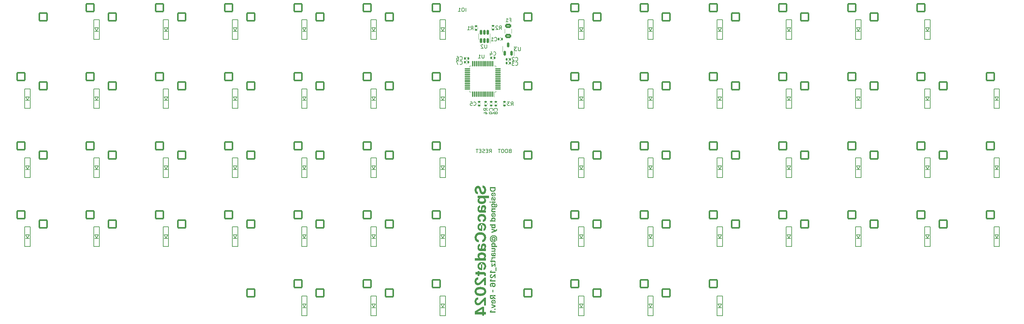
<source format=gbr>
%TF.GenerationSoftware,KiCad,Pcbnew,7.0.9*%
%TF.CreationDate,2024-01-02T18:20:27+09:00*%
%TF.ProjectId,SpaceCadet2024,53706163-6543-4616-9465-74323032342e,rev?*%
%TF.SameCoordinates,Original*%
%TF.FileFunction,Legend,Bot*%
%TF.FilePolarity,Positive*%
%FSLAX46Y46*%
G04 Gerber Fmt 4.6, Leading zero omitted, Abs format (unit mm)*
G04 Created by KiCad (PCBNEW 7.0.9) date 2024-01-02 18:20:27*
%MOMM*%
%LPD*%
G01*
G04 APERTURE LIST*
G04 Aperture macros list*
%AMRoundRect*
0 Rectangle with rounded corners*
0 $1 Rounding radius*
0 $2 $3 $4 $5 $6 $7 $8 $9 X,Y pos of 4 corners*
0 Add a 4 corners polygon primitive as box body*
4,1,4,$2,$3,$4,$5,$6,$7,$8,$9,$2,$3,0*
0 Add four circle primitives for the rounded corners*
1,1,$1+$1,$2,$3*
1,1,$1+$1,$4,$5*
1,1,$1+$1,$6,$7*
1,1,$1+$1,$8,$9*
0 Add four rect primitives between the rounded corners*
20,1,$1+$1,$2,$3,$4,$5,0*
20,1,$1+$1,$4,$5,$6,$7,0*
20,1,$1+$1,$6,$7,$8,$9,0*
20,1,$1+$1,$8,$9,$2,$3,0*%
G04 Aperture macros list end*
%ADD10C,0.300000*%
%ADD11C,0.150000*%
%ADD12C,0.120000*%
%ADD13C,1.701800*%
%ADD14C,3.000000*%
%ADD15C,3.987800*%
%ADD16RoundRect,0.200000X-1.075000X-1.050000X1.075000X-1.050000X1.075000X1.050000X-1.075000X1.050000X0*%
%ADD17R,0.950000X1.300000*%
%ADD18C,2.000000*%
%ADD19RoundRect,0.250000X-0.625000X0.375000X-0.625000X-0.375000X0.625000X-0.375000X0.625000X0.375000X0*%
%ADD20RoundRect,0.150000X0.150000X-0.512500X0.150000X0.512500X-0.150000X0.512500X-0.150000X-0.512500X0*%
%ADD21RoundRect,0.135000X-0.185000X0.135000X-0.185000X-0.135000X0.185000X-0.135000X0.185000X0.135000X0*%
%ADD22RoundRect,0.140000X0.170000X-0.140000X0.170000X0.140000X-0.170000X0.140000X-0.170000X-0.140000X0*%
%ADD23RoundRect,0.075000X0.075000X-0.662500X0.075000X0.662500X-0.075000X0.662500X-0.075000X-0.662500X0*%
%ADD24RoundRect,0.075000X0.662500X-0.075000X0.662500X0.075000X-0.662500X0.075000X-0.662500X-0.075000X0*%
%ADD25RoundRect,0.140000X-0.140000X-0.170000X0.140000X-0.170000X0.140000X0.170000X-0.140000X0.170000X0*%
%ADD26RoundRect,0.140000X0.140000X0.170000X-0.140000X0.170000X-0.140000X-0.170000X0.140000X-0.170000X0*%
%ADD27C,0.650000*%
%ADD28R,0.600000X1.450000*%
%ADD29R,0.300000X1.450000*%
%ADD30RoundRect,0.135000X0.185000X-0.135000X0.185000X0.135000X-0.185000X0.135000X-0.185000X-0.135000X0*%
G04 APERTURE END LIST*
D10*
G36*
X138920000Y-66702407D02*
G01*
X138919640Y-66731368D01*
X138918563Y-66759817D01*
X138916767Y-66787754D01*
X138914252Y-66815179D01*
X138911019Y-66842091D01*
X138907068Y-66868490D01*
X138902398Y-66894378D01*
X138897010Y-66919753D01*
X138890904Y-66944615D01*
X138884079Y-66968966D01*
X138876535Y-66992804D01*
X138868273Y-67016129D01*
X138859293Y-67038943D01*
X138849595Y-67061244D01*
X138839178Y-67083032D01*
X138828042Y-67104309D01*
X138816190Y-67125068D01*
X138803713Y-67145216D01*
X138790613Y-67164750D01*
X138776888Y-67183672D01*
X138762540Y-67201982D01*
X138747568Y-67219679D01*
X138731972Y-67236764D01*
X138715751Y-67253236D01*
X138698907Y-67269095D01*
X138681439Y-67284342D01*
X138663347Y-67298977D01*
X138644631Y-67312999D01*
X138625291Y-67326408D01*
X138605327Y-67339205D01*
X138584739Y-67351390D01*
X138563527Y-67362962D01*
X138552676Y-67368529D01*
X138530580Y-67379134D01*
X138507957Y-67389031D01*
X138484807Y-67398222D01*
X138461131Y-67406705D01*
X138436928Y-67414482D01*
X138412199Y-67421552D01*
X138386942Y-67427915D01*
X138361159Y-67433570D01*
X138334850Y-67438519D01*
X138308014Y-67442761D01*
X138280651Y-67446296D01*
X138252761Y-67449124D01*
X138224345Y-67451245D01*
X138195403Y-67452658D01*
X138180734Y-67453100D01*
X138165933Y-67453365D01*
X138151001Y-67453454D01*
X138136137Y-67453365D01*
X138121406Y-67453100D01*
X138092337Y-67452040D01*
X138063795Y-67450272D01*
X138035779Y-67447798D01*
X138008291Y-67444617D01*
X137981328Y-67440728D01*
X137954893Y-67436133D01*
X137928984Y-67430831D01*
X137903602Y-67424822D01*
X137878746Y-67418105D01*
X137854418Y-67410682D01*
X137830615Y-67402552D01*
X137807340Y-67393715D01*
X137784591Y-67384171D01*
X137762369Y-67373920D01*
X137740673Y-67362962D01*
X137719508Y-67351394D01*
X137698970Y-67339223D01*
X137679059Y-67326447D01*
X137659775Y-67313068D01*
X137641118Y-67299084D01*
X137623087Y-67284497D01*
X137605683Y-67269306D01*
X137588907Y-67253510D01*
X137572756Y-67237111D01*
X137557233Y-67220108D01*
X137542337Y-67202501D01*
X137528067Y-67184291D01*
X137514424Y-67165476D01*
X137501408Y-67146057D01*
X137489019Y-67126034D01*
X137477257Y-67105408D01*
X137466122Y-67084273D01*
X137455704Y-67062635D01*
X137446006Y-67040493D01*
X137437026Y-67017847D01*
X137428764Y-66994697D01*
X137421220Y-66971044D01*
X137414395Y-66946886D01*
X137408289Y-66922226D01*
X137402901Y-66897061D01*
X137398231Y-66871393D01*
X137394280Y-66845220D01*
X137391047Y-66818545D01*
X137388532Y-66791365D01*
X137386736Y-66763681D01*
X137385659Y-66735494D01*
X137385300Y-66706803D01*
X137385300Y-66482955D01*
X137663370Y-66482955D01*
X137663370Y-66689584D01*
X137663420Y-66698538D01*
X137663818Y-66716178D01*
X137664613Y-66733460D01*
X137665807Y-66750385D01*
X137667398Y-66766951D01*
X137669388Y-66783160D01*
X137671775Y-66799011D01*
X137674560Y-66814504D01*
X137677742Y-66829640D01*
X137681323Y-66844417D01*
X137685301Y-66858837D01*
X137689678Y-66872899D01*
X137696988Y-66893321D01*
X137705194Y-66912939D01*
X137714295Y-66931751D01*
X137724345Y-66949736D01*
X137735401Y-66966871D01*
X137747461Y-66983155D01*
X137760525Y-66998590D01*
X137774595Y-67013174D01*
X137789668Y-67026908D01*
X137805747Y-67039793D01*
X137822830Y-67051827D01*
X137840918Y-67063011D01*
X137860010Y-67073345D01*
X137873297Y-67079762D01*
X137887004Y-67085796D01*
X137901198Y-67091440D01*
X137915878Y-67096695D01*
X137931045Y-67101561D01*
X137946698Y-67106037D01*
X137962838Y-67110125D01*
X137979465Y-67113823D01*
X137996578Y-67117131D01*
X138014178Y-67120051D01*
X138032265Y-67122581D01*
X138050837Y-67124722D01*
X138069897Y-67126474D01*
X138089443Y-67127836D01*
X138109476Y-67128809D01*
X138129995Y-67129393D01*
X138151001Y-67129588D01*
X138172231Y-67129393D01*
X138192967Y-67128809D01*
X138213207Y-67127836D01*
X138232952Y-67126474D01*
X138252202Y-67124722D01*
X138270957Y-67122581D01*
X138289216Y-67120051D01*
X138306980Y-67117131D01*
X138324250Y-67113823D01*
X138341024Y-67110125D01*
X138357303Y-67106037D01*
X138373086Y-67101561D01*
X138388375Y-67096695D01*
X138403168Y-67091440D01*
X138417467Y-67085796D01*
X138431270Y-67079762D01*
X138444557Y-67073344D01*
X138463657Y-67063002D01*
X138481759Y-67051804D01*
X138498863Y-67039749D01*
X138514968Y-67026838D01*
X138530075Y-67013071D01*
X138544184Y-66998447D01*
X138557295Y-66982966D01*
X138569407Y-66966629D01*
X138580522Y-66949435D01*
X138590638Y-66931385D01*
X138596849Y-66918888D01*
X138605414Y-66899478D01*
X138613078Y-66879269D01*
X138617686Y-66865353D01*
X138621893Y-66851082D01*
X138625700Y-66836456D01*
X138629106Y-66821475D01*
X138632112Y-66806140D01*
X138634716Y-66790449D01*
X138636920Y-66774403D01*
X138638723Y-66758003D01*
X138640126Y-66741247D01*
X138641128Y-66724137D01*
X138641729Y-66706672D01*
X138641929Y-66688852D01*
X138641929Y-66482955D01*
X137663370Y-66482955D01*
X137385300Y-66482955D01*
X137385300Y-66158356D01*
X138920000Y-66158356D01*
X138920000Y-66702407D01*
G37*
G36*
X138942348Y-68204134D02*
G01*
X138942066Y-68182118D01*
X138941220Y-68160491D01*
X138939810Y-68139253D01*
X138937837Y-68118405D01*
X138935300Y-68097946D01*
X138932198Y-68077876D01*
X138928533Y-68058195D01*
X138924304Y-68038904D01*
X138919511Y-68020002D01*
X138914155Y-68001489D01*
X138908234Y-67983365D01*
X138901750Y-67965631D01*
X138894702Y-67948286D01*
X138887090Y-67931330D01*
X138878914Y-67914764D01*
X138870174Y-67898586D01*
X138860915Y-67882834D01*
X138851180Y-67867543D01*
X138840971Y-67852712D01*
X138830286Y-67838342D01*
X138819126Y-67824433D01*
X138807491Y-67810985D01*
X138795381Y-67797998D01*
X138782796Y-67785471D01*
X138769736Y-67773406D01*
X138756200Y-67761801D01*
X138742190Y-67750657D01*
X138727704Y-67739974D01*
X138712743Y-67729751D01*
X138697307Y-67719990D01*
X138681396Y-67710689D01*
X138665010Y-67701849D01*
X138648150Y-67693508D01*
X138630909Y-67685706D01*
X138613288Y-67678442D01*
X138595286Y-67671715D01*
X138576904Y-67665527D01*
X138558140Y-67659877D01*
X138538996Y-67654765D01*
X138519472Y-67650191D01*
X138499566Y-67646156D01*
X138479280Y-67642658D01*
X138458614Y-67639699D01*
X138437566Y-67637277D01*
X138416138Y-67635394D01*
X138394330Y-67634048D01*
X138372140Y-67633241D01*
X138349570Y-67632972D01*
X138327574Y-67633241D01*
X138305916Y-67634048D01*
X138284595Y-67635394D01*
X138263612Y-67637277D01*
X138242967Y-67639699D01*
X138222659Y-67642658D01*
X138202690Y-67646156D01*
X138183058Y-67650191D01*
X138163764Y-67654765D01*
X138144807Y-67659877D01*
X138126188Y-67665527D01*
X138107907Y-67671715D01*
X138089964Y-67678442D01*
X138072359Y-67685706D01*
X138055091Y-67693508D01*
X138038161Y-67701849D01*
X138021587Y-67710680D01*
X138005480Y-67719955D01*
X137989839Y-67729674D01*
X137974665Y-67739836D01*
X137959958Y-67750442D01*
X137945717Y-67761492D01*
X137931942Y-67772985D01*
X137918634Y-67784922D01*
X137905793Y-67797302D01*
X137893418Y-67810127D01*
X137881510Y-67823394D01*
X137870068Y-67837106D01*
X137859093Y-67851261D01*
X137848584Y-67865860D01*
X137838542Y-67880902D01*
X137828967Y-67896388D01*
X137819872Y-67912266D01*
X137811364Y-67928485D01*
X137803443Y-67945045D01*
X137796108Y-67961945D01*
X137789361Y-67979185D01*
X137783200Y-67996766D01*
X137777626Y-68014688D01*
X137772638Y-68032950D01*
X137768238Y-68051553D01*
X137764424Y-68070497D01*
X137761196Y-68089781D01*
X137758556Y-68109406D01*
X137756502Y-68129372D01*
X137755036Y-68149678D01*
X137754155Y-68170324D01*
X137753862Y-68191311D01*
X137754184Y-68212540D01*
X137755150Y-68233498D01*
X137756760Y-68254185D01*
X137759014Y-68274602D01*
X137761912Y-68294749D01*
X137765454Y-68314624D01*
X137769640Y-68334230D01*
X137774470Y-68353565D01*
X137779944Y-68372630D01*
X137786062Y-68391424D01*
X137790498Y-68403803D01*
X137797618Y-68422062D01*
X137805375Y-68439884D01*
X137813769Y-68457268D01*
X137822801Y-68474213D01*
X137832471Y-68490721D01*
X137842778Y-68506791D01*
X137853723Y-68522423D01*
X137865305Y-68537617D01*
X137877525Y-68552373D01*
X137890383Y-68566692D01*
X137899309Y-68575994D01*
X137913238Y-68589580D01*
X137927825Y-68602587D01*
X137943068Y-68615014D01*
X137958969Y-68626861D01*
X137975526Y-68638129D01*
X137992740Y-68648817D01*
X138010611Y-68658926D01*
X138029139Y-68668455D01*
X138048324Y-68677405D01*
X138068165Y-68685774D01*
X138081758Y-68691032D01*
X138095641Y-68696045D01*
X138109814Y-68700735D01*
X138124275Y-68705102D01*
X138139025Y-68709144D01*
X138154065Y-68712864D01*
X138169394Y-68716260D01*
X138185011Y-68719333D01*
X138200918Y-68722082D01*
X138217114Y-68724507D01*
X138233599Y-68726610D01*
X138250373Y-68728389D01*
X138267436Y-68729844D01*
X138284788Y-68730976D01*
X138302430Y-68731785D01*
X138320360Y-68732270D01*
X138338579Y-68732431D01*
X138426140Y-68732431D01*
X138426140Y-67760467D01*
X138228304Y-67760467D01*
X138228304Y-68431646D01*
X138211331Y-68431177D01*
X138194850Y-68429769D01*
X138178862Y-68427422D01*
X138163366Y-68424136D01*
X138148362Y-68419911D01*
X138133850Y-68414748D01*
X138119831Y-68408646D01*
X138106304Y-68401605D01*
X138093299Y-68393819D01*
X138081025Y-68385301D01*
X138069485Y-68376051D01*
X138058677Y-68366067D01*
X138048602Y-68355351D01*
X138039260Y-68343902D01*
X138030650Y-68331721D01*
X138022773Y-68318806D01*
X138015646Y-68305354D01*
X138009470Y-68291375D01*
X138004243Y-68276869D01*
X137999967Y-68261837D01*
X137996641Y-68246278D01*
X137994266Y-68230192D01*
X137992840Y-68213580D01*
X137992365Y-68196441D01*
X137992886Y-68178563D01*
X137994449Y-68161201D01*
X137997053Y-68144354D01*
X138000700Y-68128022D01*
X138005388Y-68112205D01*
X138011118Y-68096904D01*
X138017890Y-68082118D01*
X138025704Y-68067847D01*
X138034394Y-68054303D01*
X138043794Y-68041514D01*
X138053903Y-68029481D01*
X138064722Y-68018204D01*
X138076251Y-68007683D01*
X138088490Y-67997917D01*
X138101439Y-67988907D01*
X138115097Y-67980652D01*
X138129214Y-67973256D01*
X138143719Y-67966822D01*
X138158614Y-67961349D01*
X138173899Y-67956838D01*
X138189572Y-67953289D01*
X138205635Y-67950702D01*
X138222087Y-67949076D01*
X138238928Y-67948412D01*
X138426873Y-67948412D01*
X138442676Y-67948692D01*
X138458073Y-67949532D01*
X138473064Y-67950933D01*
X138487650Y-67952894D01*
X138506466Y-67956380D01*
X138524561Y-67960863D01*
X138541934Y-67966341D01*
X138558587Y-67972815D01*
X138574518Y-67980286D01*
X138589642Y-67988666D01*
X138603873Y-67997871D01*
X138617211Y-68007900D01*
X138629656Y-68018754D01*
X138641208Y-68030432D01*
X138651867Y-68042934D01*
X138661633Y-68056260D01*
X138670505Y-68070411D01*
X138678405Y-68085404D01*
X138685252Y-68101071D01*
X138691045Y-68117415D01*
X138695785Y-68134433D01*
X138699471Y-68152128D01*
X138702104Y-68170497D01*
X138703684Y-68189543D01*
X138704178Y-68204270D01*
X138704211Y-68209263D01*
X138703844Y-68225641D01*
X138702744Y-68241571D01*
X138700910Y-68257053D01*
X138698343Y-68272089D01*
X138695043Y-68286677D01*
X138691009Y-68300819D01*
X138689190Y-68306350D01*
X138683029Y-68322523D01*
X138675812Y-68337794D01*
X138667539Y-68352164D01*
X138658209Y-68365632D01*
X138647824Y-68378199D01*
X138644127Y-68382187D01*
X138632398Y-68393474D01*
X138619741Y-68403705D01*
X138606157Y-68412880D01*
X138591646Y-68420999D01*
X138576207Y-68428061D01*
X138570854Y-68430181D01*
X138590272Y-68725471D01*
X138609954Y-68720865D01*
X138629161Y-68715428D01*
X138647890Y-68709161D01*
X138666143Y-68702063D01*
X138683920Y-68694135D01*
X138701220Y-68685375D01*
X138718043Y-68675785D01*
X138734390Y-68665364D01*
X138750261Y-68654112D01*
X138765654Y-68642030D01*
X138775652Y-68633513D01*
X138790181Y-68620179D01*
X138804091Y-68606143D01*
X138817383Y-68591405D01*
X138830057Y-68575965D01*
X138842113Y-68559823D01*
X138853550Y-68542980D01*
X138864369Y-68525434D01*
X138874570Y-68507186D01*
X138884153Y-68488236D01*
X138893118Y-68468585D01*
X138898750Y-68455094D01*
X138904030Y-68441362D01*
X138908969Y-68427370D01*
X138913567Y-68413118D01*
X138917824Y-68398605D01*
X138921741Y-68383832D01*
X138925318Y-68368798D01*
X138928553Y-68353503D01*
X138931448Y-68337949D01*
X138934003Y-68322134D01*
X138936217Y-68306058D01*
X138938090Y-68289722D01*
X138939623Y-68273125D01*
X138940815Y-68256268D01*
X138941667Y-68239151D01*
X138942177Y-68221773D01*
X138942348Y-68204134D01*
G37*
G36*
X138097145Y-69891608D02*
G01*
X138115097Y-69599249D01*
X138099081Y-69595202D01*
X138083732Y-69589472D01*
X138069048Y-69582059D01*
X138055031Y-69572963D01*
X138047320Y-69567009D01*
X138036342Y-69557251D01*
X138026214Y-69546384D01*
X138016936Y-69534410D01*
X138008508Y-69521328D01*
X138000930Y-69507139D01*
X137998593Y-69502163D01*
X137992368Y-69486634D01*
X137987431Y-69469997D01*
X137984300Y-69455287D01*
X137982064Y-69439808D01*
X137980722Y-69423559D01*
X137980275Y-69406542D01*
X137980762Y-69388401D01*
X137982221Y-69370981D01*
X137984654Y-69354283D01*
X137988060Y-69338306D01*
X137992440Y-69323051D01*
X137997792Y-69308516D01*
X138004117Y-69294703D01*
X138011416Y-69281612D01*
X138021649Y-69266941D01*
X138032883Y-69254757D01*
X138045119Y-69245059D01*
X138058357Y-69237848D01*
X138072596Y-69233124D01*
X138087837Y-69230886D01*
X138094214Y-69230687D01*
X138109164Y-69231846D01*
X138125498Y-69236129D01*
X138140640Y-69243567D01*
X138152670Y-69252454D01*
X138163824Y-69263660D01*
X138174141Y-69277686D01*
X138182128Y-69291913D01*
X138189561Y-69308448D01*
X138195108Y-69323337D01*
X138200300Y-69339703D01*
X138205137Y-69357546D01*
X138208532Y-69371898D01*
X138209619Y-69376866D01*
X138251385Y-69584961D01*
X138255898Y-69605602D01*
X138260738Y-69625576D01*
X138265905Y-69644883D01*
X138271397Y-69663523D01*
X138277216Y-69681497D01*
X138283361Y-69698803D01*
X138289833Y-69715443D01*
X138296631Y-69731415D01*
X138303755Y-69746721D01*
X138311205Y-69761360D01*
X138318982Y-69775332D01*
X138327085Y-69788637D01*
X138335514Y-69801275D01*
X138344269Y-69813246D01*
X138358015Y-69829953D01*
X138362759Y-69835188D01*
X138377469Y-69849919D01*
X138393023Y-69863202D01*
X138409420Y-69875035D01*
X138426661Y-69885420D01*
X138444746Y-69894355D01*
X138463674Y-69901842D01*
X138483446Y-69907879D01*
X138504062Y-69912468D01*
X138525521Y-69915607D01*
X138540295Y-69916895D01*
X138555445Y-69917539D01*
X138563161Y-69917620D01*
X138584145Y-69917037D01*
X138604647Y-69915289D01*
X138624666Y-69912374D01*
X138644202Y-69908295D01*
X138663254Y-69903049D01*
X138681824Y-69896638D01*
X138699911Y-69889062D01*
X138717515Y-69880319D01*
X138734635Y-69870411D01*
X138751273Y-69859338D01*
X138762096Y-69851308D01*
X138777770Y-69838446D01*
X138792781Y-69824728D01*
X138807128Y-69810153D01*
X138820812Y-69794722D01*
X138833833Y-69778434D01*
X138846190Y-69761290D01*
X138857884Y-69743289D01*
X138868915Y-69724431D01*
X138875900Y-69711384D01*
X138882590Y-69697956D01*
X138888986Y-69684147D01*
X138895087Y-69669958D01*
X138900810Y-69655442D01*
X138906164Y-69640654D01*
X138911148Y-69625595D01*
X138915763Y-69610263D01*
X138920010Y-69594660D01*
X138923886Y-69578784D01*
X138927394Y-69562637D01*
X138930532Y-69546218D01*
X138933302Y-69529527D01*
X138935702Y-69512564D01*
X138937732Y-69495329D01*
X138939394Y-69477822D01*
X138940686Y-69460044D01*
X138941609Y-69441993D01*
X138942163Y-69423671D01*
X138942348Y-69405076D01*
X138941976Y-69376865D01*
X138940859Y-69349383D01*
X138938999Y-69322631D01*
X138936394Y-69296610D01*
X138933046Y-69271318D01*
X138928953Y-69246755D01*
X138924115Y-69222923D01*
X138918534Y-69199821D01*
X138912209Y-69177448D01*
X138905139Y-69155805D01*
X138897325Y-69134893D01*
X138888767Y-69114710D01*
X138879465Y-69095257D01*
X138869418Y-69076533D01*
X138858628Y-69058540D01*
X138847093Y-69041277D01*
X138834870Y-69024816D01*
X138822106Y-69009231D01*
X138808801Y-68994522D01*
X138794955Y-68980689D01*
X138780568Y-68967732D01*
X138765640Y-68955650D01*
X138750171Y-68944445D01*
X138734161Y-68934115D01*
X138717610Y-68924661D01*
X138700519Y-68916083D01*
X138682886Y-68908381D01*
X138664712Y-68901554D01*
X138645998Y-68895604D01*
X138626742Y-68890529D01*
X138606946Y-68886330D01*
X138586608Y-68883007D01*
X138570122Y-69196981D01*
X138587003Y-69201183D01*
X138602843Y-69206644D01*
X138617640Y-69213365D01*
X138631396Y-69221345D01*
X138644110Y-69230584D01*
X138655782Y-69241082D01*
X138666412Y-69252840D01*
X138676001Y-69265858D01*
X138684502Y-69279986D01*
X138691869Y-69295075D01*
X138698103Y-69311127D01*
X138703203Y-69328140D01*
X138707170Y-69346115D01*
X138710004Y-69365051D01*
X138711385Y-69379884D01*
X138712129Y-69395259D01*
X138712271Y-69405809D01*
X138711984Y-69421253D01*
X138711125Y-69436124D01*
X138709087Y-69455061D01*
X138706030Y-69472978D01*
X138701954Y-69489877D01*
X138696859Y-69505756D01*
X138690746Y-69520617D01*
X138683613Y-69534459D01*
X138679665Y-69540997D01*
X138671215Y-69553116D01*
X138659816Y-69566026D01*
X138647487Y-69576450D01*
X138634228Y-69584388D01*
X138620039Y-69589838D01*
X138604919Y-69592803D01*
X138595401Y-69593387D01*
X138579717Y-69591863D01*
X138565090Y-69587841D01*
X138551519Y-69581319D01*
X138539004Y-69572299D01*
X138527545Y-69560780D01*
X138523960Y-69556385D01*
X138515466Y-69544217D01*
X138507616Y-69530152D01*
X138500411Y-69514192D01*
X138495110Y-69500058D01*
X138490221Y-69484711D01*
X138485745Y-69468150D01*
X138481680Y-69450376D01*
X138480729Y-69445743D01*
X138441161Y-69246441D01*
X138436755Y-69225668D01*
X138431962Y-69205574D01*
X138426783Y-69186158D01*
X138421217Y-69167420D01*
X138415265Y-69149361D01*
X138408927Y-69131980D01*
X138402202Y-69115278D01*
X138395091Y-69099254D01*
X138387594Y-69083908D01*
X138379710Y-69069240D01*
X138371439Y-69055251D01*
X138362782Y-69041941D01*
X138353739Y-69029308D01*
X138344310Y-69017354D01*
X138334494Y-69006078D01*
X138324291Y-68995481D01*
X138308295Y-68980880D01*
X138291494Y-68967716D01*
X138273889Y-68955988D01*
X138255478Y-68945696D01*
X138236262Y-68936839D01*
X138216241Y-68929420D01*
X138195415Y-68923436D01*
X138181084Y-68920244D01*
X138166395Y-68917691D01*
X138151348Y-68915776D01*
X138135944Y-68914500D01*
X138120182Y-68913862D01*
X138112166Y-68913782D01*
X138091626Y-68914310D01*
X138071633Y-68915894D01*
X138052187Y-68918534D01*
X138033289Y-68922231D01*
X138014938Y-68926984D01*
X137997135Y-68932793D01*
X137979879Y-68939658D01*
X137963171Y-68947579D01*
X137947009Y-68956556D01*
X137931396Y-68966590D01*
X137921290Y-68973866D01*
X137906569Y-68985631D01*
X137892491Y-68998260D01*
X137879057Y-69011752D01*
X137866267Y-69026107D01*
X137854121Y-69041324D01*
X137842619Y-69057405D01*
X137831762Y-69074349D01*
X137821548Y-69092155D01*
X137811978Y-69110825D01*
X137803052Y-69130357D01*
X137797459Y-69143859D01*
X137792180Y-69157745D01*
X137787241Y-69171925D01*
X137782643Y-69186401D01*
X137778386Y-69201172D01*
X137774469Y-69216237D01*
X137770892Y-69231597D01*
X137767656Y-69247252D01*
X137764761Y-69263202D01*
X137762207Y-69279446D01*
X137759993Y-69295986D01*
X137758120Y-69312820D01*
X137756587Y-69329949D01*
X137755395Y-69347372D01*
X137754543Y-69365091D01*
X137754032Y-69383104D01*
X137753862Y-69401413D01*
X137754223Y-69428300D01*
X137755305Y-69454467D01*
X137757108Y-69479912D01*
X137759632Y-69504636D01*
X137762878Y-69528638D01*
X137766845Y-69551920D01*
X137771533Y-69574480D01*
X137776943Y-69596318D01*
X137783074Y-69617436D01*
X137789926Y-69637832D01*
X137797499Y-69657507D01*
X137805794Y-69676461D01*
X137814810Y-69694693D01*
X137824547Y-69712204D01*
X137835006Y-69728994D01*
X137846186Y-69745062D01*
X137857942Y-69760361D01*
X137870223Y-69774841D01*
X137883027Y-69788502D01*
X137896355Y-69801345D01*
X137910207Y-69813369D01*
X137924582Y-69824575D01*
X137939481Y-69834962D01*
X137954904Y-69844530D01*
X137970851Y-69853280D01*
X137987322Y-69861211D01*
X138004316Y-69868324D01*
X138021835Y-69874618D01*
X138039877Y-69880093D01*
X138058442Y-69884750D01*
X138077532Y-69888588D01*
X138097145Y-69891608D01*
G37*
G36*
X138920000Y-70113625D02*
G01*
X137768883Y-70113625D01*
X137768883Y-70432728D01*
X138920000Y-70432728D01*
X138920000Y-70113625D01*
G37*
G36*
X137620505Y-70273726D02*
G01*
X137619761Y-70256278D01*
X137617529Y-70239471D01*
X137613808Y-70223305D01*
X137608599Y-70207780D01*
X137601901Y-70192897D01*
X137593715Y-70178654D01*
X137584041Y-70165053D01*
X137572878Y-70152093D01*
X137560674Y-70140243D01*
X137547874Y-70129974D01*
X137534479Y-70121284D01*
X137520488Y-70114174D01*
X137505902Y-70108644D01*
X137490721Y-70104695D01*
X137474944Y-70102325D01*
X137458572Y-70101535D01*
X137442378Y-70102325D01*
X137426767Y-70104695D01*
X137411741Y-70108644D01*
X137397298Y-70114174D01*
X137383439Y-70121284D01*
X137370164Y-70129974D01*
X137357473Y-70140243D01*
X137345366Y-70152093D01*
X137334203Y-70165053D01*
X137324529Y-70178654D01*
X137316343Y-70192897D01*
X137309645Y-70207780D01*
X137304436Y-70223305D01*
X137300715Y-70239471D01*
X137298483Y-70256278D01*
X137297739Y-70273726D01*
X137298483Y-70291260D01*
X137300715Y-70308141D01*
X137304436Y-70324370D01*
X137309645Y-70339946D01*
X137316343Y-70354870D01*
X137324529Y-70369141D01*
X137334203Y-70382759D01*
X137345366Y-70395725D01*
X137357473Y-70407575D01*
X137370164Y-70417844D01*
X137383439Y-70426534D01*
X137397298Y-70433644D01*
X137411741Y-70439174D01*
X137426767Y-70443124D01*
X137442378Y-70445494D01*
X137458572Y-70446284D01*
X137474944Y-70445494D01*
X137490721Y-70443124D01*
X137505902Y-70439174D01*
X137520488Y-70433644D01*
X137534479Y-70426534D01*
X137547874Y-70417844D01*
X137560674Y-70407575D01*
X137572878Y-70395725D01*
X137584041Y-70382759D01*
X137593715Y-70369141D01*
X137601901Y-70354870D01*
X137608599Y-70339946D01*
X137613808Y-70324370D01*
X137617529Y-70308141D01*
X137619761Y-70291260D01*
X137620505Y-70273726D01*
G37*
G36*
X138365889Y-70641068D02*
G01*
X138389017Y-70641802D01*
X138411628Y-70643025D01*
X138433720Y-70644738D01*
X138455294Y-70646941D01*
X138476350Y-70649633D01*
X138496887Y-70652814D01*
X138516907Y-70656485D01*
X138536409Y-70660645D01*
X138555393Y-70665295D01*
X138573858Y-70670434D01*
X138591806Y-70676063D01*
X138609235Y-70682181D01*
X138626147Y-70688788D01*
X138642540Y-70695885D01*
X138658415Y-70703471D01*
X138673735Y-70711471D01*
X138688555Y-70719809D01*
X138702873Y-70728484D01*
X138716690Y-70737497D01*
X138730007Y-70746848D01*
X138742822Y-70756537D01*
X138755137Y-70766563D01*
X138766951Y-70776927D01*
X138778264Y-70787629D01*
X138789076Y-70798669D01*
X138799387Y-70810046D01*
X138809197Y-70821761D01*
X138818507Y-70833814D01*
X138827315Y-70846204D01*
X138835623Y-70858933D01*
X138843429Y-70871999D01*
X138850705Y-70885370D01*
X138857511Y-70898921D01*
X138863848Y-70912652D01*
X138869716Y-70926564D01*
X138875114Y-70940656D01*
X138880043Y-70954929D01*
X138884502Y-70969382D01*
X138888492Y-70984015D01*
X138892013Y-70998828D01*
X138895064Y-71013822D01*
X138897646Y-71028996D01*
X138899758Y-71044350D01*
X138901401Y-71059885D01*
X138902574Y-71075600D01*
X138903278Y-71091495D01*
X138903513Y-71107571D01*
X138903409Y-71118920D01*
X138902860Y-71135567D01*
X138901842Y-71151764D01*
X138900353Y-71167510D01*
X138898394Y-71182805D01*
X138895965Y-71197649D01*
X138893066Y-71212042D01*
X138888469Y-71230532D01*
X138883037Y-71248221D01*
X138876769Y-71265108D01*
X138869750Y-71281216D01*
X138862251Y-71296569D01*
X138854271Y-71311167D01*
X138845811Y-71325008D01*
X138836869Y-71338094D01*
X138827447Y-71350425D01*
X138817543Y-71362000D01*
X138807159Y-71372819D01*
X138801781Y-71378002D01*
X138788161Y-71390235D01*
X138774290Y-71401430D01*
X138760168Y-71411587D01*
X138745796Y-71420707D01*
X138731174Y-71428789D01*
X138716301Y-71435833D01*
X138716301Y-71449389D01*
X138926594Y-71449389D01*
X138941166Y-71449124D01*
X138962025Y-71447734D01*
X138981686Y-71445153D01*
X139000150Y-71441380D01*
X139017415Y-71436416D01*
X139033483Y-71430260D01*
X139048353Y-71422913D01*
X139062025Y-71414375D01*
X139074499Y-71404645D01*
X139085776Y-71393724D01*
X139095854Y-71381612D01*
X139101977Y-71372998D01*
X139110419Y-71359546D01*
X139117974Y-71345456D01*
X139124639Y-71330729D01*
X139130416Y-71315364D01*
X139135304Y-71299362D01*
X139139303Y-71282722D01*
X139142413Y-71265444D01*
X139144635Y-71247529D01*
X139145968Y-71228977D01*
X139146413Y-71209787D01*
X139146395Y-71205434D01*
X139145965Y-71188447D01*
X139144964Y-71172135D01*
X139143389Y-71156499D01*
X139141243Y-71141538D01*
X139137754Y-71123787D01*
X139133372Y-71107091D01*
X139128094Y-71091451D01*
X139123332Y-71079745D01*
X139116863Y-71065933D01*
X139109822Y-71053033D01*
X139100617Y-71038758D01*
X139090588Y-71025796D01*
X139079734Y-71014148D01*
X139070239Y-71005374D01*
X139058561Y-70995860D01*
X139044546Y-70986160D01*
X139030111Y-70977968D01*
X139015254Y-70971284D01*
X139054822Y-70675994D01*
X139066107Y-70678600D01*
X139082768Y-70683180D01*
X139099106Y-70688565D01*
X139115122Y-70694755D01*
X139130816Y-70701750D01*
X139146189Y-70709550D01*
X139161239Y-70718154D01*
X139175967Y-70727564D01*
X139190373Y-70737779D01*
X139204458Y-70748799D01*
X139218220Y-70760624D01*
X139231620Y-70773251D01*
X139244478Y-70786676D01*
X139256796Y-70800900D01*
X139268572Y-70815922D01*
X139279808Y-70831743D01*
X139290503Y-70848363D01*
X139300656Y-70865781D01*
X139310269Y-70883997D01*
X139319341Y-70903012D01*
X139327872Y-70922826D01*
X139333258Y-70936479D01*
X139338405Y-70950482D01*
X139343219Y-70964832D01*
X139347701Y-70979528D01*
X139351851Y-70994571D01*
X139355670Y-71009959D01*
X139359156Y-71025694D01*
X139362310Y-71041776D01*
X139365132Y-71058203D01*
X139367622Y-71074977D01*
X139369780Y-71092098D01*
X139371606Y-71109565D01*
X139373101Y-71127378D01*
X139374263Y-71145537D01*
X139375093Y-71164043D01*
X139375591Y-71182895D01*
X139375757Y-71202093D01*
X139375562Y-71222554D01*
X139374978Y-71242719D01*
X139374005Y-71262590D01*
X139372643Y-71282167D01*
X139370891Y-71301448D01*
X139368750Y-71320434D01*
X139366220Y-71339126D01*
X139363300Y-71357523D01*
X139359992Y-71375625D01*
X139356294Y-71393432D01*
X139352206Y-71410945D01*
X139347730Y-71428163D01*
X139342864Y-71445086D01*
X139337609Y-71461714D01*
X139331965Y-71478047D01*
X139325931Y-71494085D01*
X139319511Y-71509760D01*
X139312708Y-71525003D01*
X139305521Y-71539814D01*
X139297950Y-71554192D01*
X139289996Y-71568138D01*
X139281658Y-71581652D01*
X139272937Y-71594734D01*
X139263832Y-71607383D01*
X139254344Y-71619601D01*
X139244472Y-71631386D01*
X139234217Y-71642739D01*
X139223578Y-71653660D01*
X139212556Y-71664148D01*
X139201150Y-71674205D01*
X139189360Y-71683829D01*
X139177187Y-71693021D01*
X139164635Y-71701717D01*
X139151708Y-71709851D01*
X139138406Y-71717424D01*
X139124728Y-71724437D01*
X139110676Y-71730888D01*
X139096249Y-71736779D01*
X139081447Y-71742108D01*
X139066270Y-71746877D01*
X139050719Y-71751084D01*
X139034792Y-71754731D01*
X139018490Y-71757816D01*
X139001813Y-71760341D01*
X138984762Y-71762304D01*
X138967335Y-71763707D01*
X138949533Y-71764548D01*
X138931357Y-71764829D01*
X137768883Y-71764829D01*
X137768883Y-71447923D01*
X137962323Y-71447923D01*
X137962323Y-71435833D01*
X137947738Y-71428622D01*
X137933064Y-71420499D01*
X137918301Y-71411463D01*
X137903447Y-71401515D01*
X137891501Y-71392900D01*
X137879496Y-71383701D01*
X137867435Y-71373918D01*
X137855591Y-71363539D01*
X137844240Y-71352371D01*
X137833380Y-71340413D01*
X137823013Y-71327664D01*
X137813139Y-71314126D01*
X137803756Y-71299798D01*
X137794866Y-71284680D01*
X137786468Y-71268771D01*
X137780641Y-71256267D01*
X137773763Y-71238733D01*
X137767904Y-71220214D01*
X137765044Y-71209054D01*
X138008119Y-71209054D01*
X138008766Y-71227927D01*
X138010706Y-71246080D01*
X138013941Y-71263511D01*
X138018469Y-71280220D01*
X138024290Y-71296209D01*
X138031406Y-71311476D01*
X138039815Y-71326021D01*
X138049518Y-71339846D01*
X138052115Y-71343209D01*
X138063164Y-71356155D01*
X138075265Y-71368288D01*
X138088420Y-71379608D01*
X138102628Y-71390116D01*
X138117889Y-71399810D01*
X138134204Y-71408691D01*
X138151572Y-71416760D01*
X138165289Y-71422278D01*
X138174690Y-71425738D01*
X138189183Y-71430510D01*
X138204147Y-71434780D01*
X138219580Y-71438548D01*
X138235484Y-71441813D01*
X138251857Y-71444575D01*
X138268701Y-71446836D01*
X138286015Y-71448594D01*
X138303799Y-71449850D01*
X138322053Y-71450603D01*
X138340778Y-71450854D01*
X138353306Y-71450741D01*
X138371679Y-71450148D01*
X138389550Y-71449045D01*
X138406919Y-71447434D01*
X138423785Y-71445315D01*
X138440149Y-71442686D01*
X138456011Y-71439549D01*
X138471370Y-71435902D01*
X138486227Y-71431748D01*
X138500582Y-71427084D01*
X138514434Y-71421912D01*
X138531951Y-71414372D01*
X138548415Y-71406043D01*
X138563825Y-71396924D01*
X138578182Y-71387015D01*
X138591485Y-71376316D01*
X138603736Y-71364827D01*
X138614933Y-71352549D01*
X138625076Y-71339480D01*
X138634092Y-71325741D01*
X138641906Y-71311270D01*
X138648518Y-71296065D01*
X138653927Y-71280129D01*
X138658135Y-71263459D01*
X138661140Y-71246057D01*
X138662943Y-71227922D01*
X138663545Y-71209054D01*
X138662932Y-71189751D01*
X138661094Y-71171227D01*
X138658032Y-71153481D01*
X138653744Y-71136514D01*
X138648232Y-71120325D01*
X138641494Y-71104915D01*
X138633531Y-71090283D01*
X138624344Y-71076430D01*
X138614028Y-71063453D01*
X138602682Y-71051265D01*
X138590306Y-71039868D01*
X138576899Y-71029261D01*
X138562462Y-71019443D01*
X138546995Y-71010416D01*
X138530497Y-71002178D01*
X138512969Y-70994731D01*
X138503795Y-70991359D01*
X138489638Y-70986709D01*
X138475004Y-70982549D01*
X138459894Y-70978878D01*
X138444307Y-70975697D01*
X138428243Y-70973005D01*
X138411703Y-70970803D01*
X138394687Y-70969090D01*
X138377194Y-70967866D01*
X138359224Y-70967132D01*
X138340778Y-70966887D01*
X138328596Y-70966994D01*
X138310667Y-70967558D01*
X138293150Y-70968604D01*
X138276046Y-70970134D01*
X138259353Y-70972146D01*
X138243073Y-70974642D01*
X138227205Y-70977620D01*
X138211749Y-70981082D01*
X138196705Y-70985026D01*
X138182073Y-70989454D01*
X138167854Y-70994364D01*
X138163192Y-70996130D01*
X138149593Y-71001732D01*
X138132362Y-71009912D01*
X138116162Y-71018905D01*
X138100992Y-71028711D01*
X138086853Y-71039330D01*
X138073744Y-71050762D01*
X138061665Y-71063006D01*
X138050617Y-71076064D01*
X138040657Y-71090003D01*
X138032024Y-71104709D01*
X138024720Y-71120182D01*
X138018743Y-71136422D01*
X138014095Y-71153430D01*
X138010775Y-71171204D01*
X138008783Y-71189745D01*
X138008119Y-71209054D01*
X137765044Y-71209054D01*
X137764179Y-71205679D01*
X137761027Y-71190590D01*
X137758447Y-71174948D01*
X137756441Y-71158751D01*
X137755008Y-71142001D01*
X137754149Y-71124696D01*
X137753862Y-71106838D01*
X137754117Y-71091118D01*
X137754881Y-71075554D01*
X137756155Y-71060148D01*
X137757938Y-71044900D01*
X137760230Y-71029809D01*
X137763033Y-71014875D01*
X137766344Y-71000099D01*
X137770165Y-70985480D01*
X137774496Y-70971019D01*
X137779336Y-70956715D01*
X137784685Y-70942568D01*
X137790544Y-70928579D01*
X137796913Y-70914748D01*
X137803791Y-70901073D01*
X137811178Y-70887556D01*
X137819075Y-70874197D01*
X137827484Y-70861127D01*
X137836408Y-70848385D01*
X137845848Y-70835973D01*
X137855803Y-70823891D01*
X137866273Y-70812137D01*
X137877258Y-70800712D01*
X137888758Y-70789617D01*
X137900774Y-70778851D01*
X137913305Y-70768414D01*
X137926351Y-70758306D01*
X137939912Y-70748527D01*
X137953989Y-70739077D01*
X137968580Y-70729957D01*
X137983687Y-70721165D01*
X137999309Y-70712703D01*
X138015446Y-70704570D01*
X138032093Y-70696851D01*
X138049243Y-70689630D01*
X138066897Y-70682906D01*
X138085055Y-70676681D01*
X138103717Y-70670954D01*
X138122882Y-70665724D01*
X138142552Y-70660993D01*
X138162725Y-70656760D01*
X138183401Y-70653025D01*
X138204582Y-70649787D01*
X138226266Y-70647048D01*
X138248454Y-70644807D01*
X138271145Y-70643064D01*
X138294341Y-70641819D01*
X138318040Y-70641072D01*
X138342243Y-70640823D01*
X138365889Y-70641068D01*
G37*
G36*
X138254682Y-72331960D02*
G01*
X138920000Y-72331960D01*
X138920000Y-72012857D01*
X137768883Y-72012857D01*
X137768883Y-72316939D01*
X137971849Y-72316939D01*
X137971849Y-72330495D01*
X137953394Y-72338093D01*
X137935673Y-72346599D01*
X137918687Y-72356013D01*
X137902434Y-72366336D01*
X137886916Y-72377566D01*
X137872132Y-72389704D01*
X137858082Y-72402751D01*
X137844766Y-72416705D01*
X137832185Y-72431567D01*
X137820337Y-72447338D01*
X137812847Y-72458356D01*
X137802305Y-72475590D01*
X137792801Y-72493493D01*
X137784334Y-72512066D01*
X137776903Y-72531308D01*
X137770509Y-72551221D01*
X137765152Y-72571803D01*
X137760832Y-72593055D01*
X137758528Y-72607595D01*
X137756685Y-72622433D01*
X137755302Y-72637568D01*
X137754380Y-72653001D01*
X137753920Y-72668732D01*
X137753862Y-72676709D01*
X137754068Y-72691564D01*
X137755150Y-72713396D01*
X137757159Y-72734686D01*
X137760096Y-72755436D01*
X137763960Y-72775645D01*
X137768751Y-72795312D01*
X137774470Y-72814439D01*
X137781116Y-72833025D01*
X137788690Y-72851070D01*
X137797190Y-72868574D01*
X137806618Y-72885537D01*
X137816834Y-72901947D01*
X137827836Y-72917655D01*
X137839623Y-72932662D01*
X137852196Y-72946966D01*
X137865555Y-72960568D01*
X137879700Y-72973469D01*
X137894630Y-72985667D01*
X137910345Y-72997163D01*
X137926847Y-73007958D01*
X137944134Y-73018051D01*
X137956095Y-73024389D01*
X137974562Y-73033228D01*
X137993692Y-73041197D01*
X138013485Y-73048297D01*
X138033942Y-73054528D01*
X138055062Y-73059889D01*
X138069510Y-73062981D01*
X138084254Y-73065685D01*
X138099292Y-73068004D01*
X138114625Y-73069936D01*
X138130252Y-73071481D01*
X138146175Y-73072641D01*
X138162392Y-73073413D01*
X138178904Y-73073800D01*
X138187271Y-73073848D01*
X138920000Y-73073848D01*
X138920000Y-72754745D01*
X138244057Y-72754745D01*
X138224676Y-72754393D01*
X138206100Y-72753062D01*
X138188329Y-72750752D01*
X138171363Y-72747463D01*
X138155202Y-72743196D01*
X138139845Y-72737949D01*
X138125294Y-72731724D01*
X138111548Y-72724520D01*
X138098607Y-72716337D01*
X138086471Y-72707175D01*
X138078827Y-72700523D01*
X138068155Y-72689924D01*
X138058533Y-72678597D01*
X138049960Y-72666542D01*
X138042437Y-72653760D01*
X138035964Y-72640250D01*
X138030540Y-72626012D01*
X138026166Y-72611047D01*
X138022842Y-72595353D01*
X138020568Y-72578933D01*
X138019343Y-72561784D01*
X138019110Y-72549947D01*
X138019545Y-72534068D01*
X138020850Y-72518669D01*
X138023025Y-72503751D01*
X138026071Y-72489314D01*
X138031101Y-72471944D01*
X138037491Y-72455325D01*
X138045240Y-72439458D01*
X138046953Y-72436374D01*
X138056263Y-72421560D01*
X138066789Y-72407802D01*
X138078531Y-72395099D01*
X138091490Y-72383452D01*
X138105665Y-72372860D01*
X138121056Y-72363323D01*
X138127554Y-72359804D01*
X138141080Y-72353439D01*
X138155283Y-72347897D01*
X138170161Y-72343180D01*
X138185714Y-72339288D01*
X138201943Y-72336219D01*
X138218847Y-72333975D01*
X138236427Y-72332556D01*
X138254682Y-72331960D01*
G37*
G36*
X138942348Y-73843213D02*
G01*
X138942066Y-73821197D01*
X138941220Y-73799570D01*
X138939810Y-73778332D01*
X138937837Y-73757484D01*
X138935300Y-73737025D01*
X138932198Y-73716955D01*
X138928533Y-73697274D01*
X138924304Y-73677983D01*
X138919511Y-73659081D01*
X138914155Y-73640568D01*
X138908234Y-73622444D01*
X138901750Y-73604710D01*
X138894702Y-73587365D01*
X138887090Y-73570409D01*
X138878914Y-73553843D01*
X138870174Y-73537665D01*
X138860915Y-73521913D01*
X138851180Y-73506622D01*
X138840971Y-73491791D01*
X138830286Y-73477421D01*
X138819126Y-73463512D01*
X138807491Y-73450064D01*
X138795381Y-73437077D01*
X138782796Y-73424550D01*
X138769736Y-73412485D01*
X138756200Y-73400880D01*
X138742190Y-73389736D01*
X138727704Y-73379052D01*
X138712743Y-73368830D01*
X138697307Y-73359068D01*
X138681396Y-73349768D01*
X138665010Y-73340928D01*
X138648150Y-73332587D01*
X138630909Y-73324785D01*
X138613288Y-73317520D01*
X138595286Y-73310794D01*
X138576904Y-73304606D01*
X138558140Y-73298956D01*
X138538996Y-73293844D01*
X138519472Y-73289270D01*
X138499566Y-73285235D01*
X138479280Y-73281737D01*
X138458614Y-73278777D01*
X138437566Y-73276356D01*
X138416138Y-73274473D01*
X138394330Y-73273127D01*
X138372140Y-73272320D01*
X138349570Y-73272051D01*
X138327574Y-73272320D01*
X138305916Y-73273127D01*
X138284595Y-73274473D01*
X138263612Y-73276356D01*
X138242967Y-73278777D01*
X138222659Y-73281737D01*
X138202690Y-73285235D01*
X138183058Y-73289270D01*
X138163764Y-73293844D01*
X138144807Y-73298956D01*
X138126188Y-73304606D01*
X138107907Y-73310794D01*
X138089964Y-73317520D01*
X138072359Y-73324785D01*
X138055091Y-73332587D01*
X138038161Y-73340928D01*
X138021587Y-73349759D01*
X138005480Y-73359034D01*
X137989839Y-73368753D01*
X137974665Y-73378915D01*
X137959958Y-73389521D01*
X137945717Y-73400571D01*
X137931942Y-73412064D01*
X137918634Y-73424001D01*
X137905793Y-73436381D01*
X137893418Y-73449205D01*
X137881510Y-73462473D01*
X137870068Y-73476185D01*
X137859093Y-73490340D01*
X137848584Y-73504939D01*
X137838542Y-73519981D01*
X137828967Y-73535467D01*
X137819872Y-73551345D01*
X137811364Y-73567564D01*
X137803443Y-73584123D01*
X137796108Y-73601023D01*
X137789361Y-73618264D01*
X137783200Y-73635845D01*
X137777626Y-73653767D01*
X137772638Y-73672029D01*
X137768238Y-73690632D01*
X137764424Y-73709576D01*
X137761196Y-73728860D01*
X137758556Y-73748485D01*
X137756502Y-73768450D01*
X137755036Y-73788756D01*
X137754155Y-73809403D01*
X137753862Y-73830390D01*
X137754184Y-73851619D01*
X137755150Y-73872577D01*
X137756760Y-73893264D01*
X137759014Y-73913681D01*
X137761912Y-73933827D01*
X137765454Y-73953703D01*
X137769640Y-73973309D01*
X137774470Y-73992644D01*
X137779944Y-74011708D01*
X137786062Y-74030502D01*
X137790498Y-74042882D01*
X137797618Y-74061141D01*
X137805375Y-74078963D01*
X137813769Y-74096346D01*
X137822801Y-74113292D01*
X137832471Y-74129800D01*
X137842778Y-74145870D01*
X137853723Y-74161502D01*
X137865305Y-74176696D01*
X137877525Y-74191452D01*
X137890383Y-74205771D01*
X137899309Y-74215073D01*
X137913238Y-74228659D01*
X137927825Y-74241666D01*
X137943068Y-74254093D01*
X137958969Y-74265940D01*
X137975526Y-74277208D01*
X137992740Y-74287896D01*
X138010611Y-74298005D01*
X138029139Y-74307534D01*
X138048324Y-74316483D01*
X138068165Y-74324853D01*
X138081758Y-74330111D01*
X138095641Y-74335124D01*
X138109814Y-74339814D01*
X138124275Y-74344180D01*
X138139025Y-74348223D01*
X138154065Y-74351943D01*
X138169394Y-74355339D01*
X138185011Y-74358411D01*
X138200918Y-74361161D01*
X138217114Y-74363586D01*
X138233599Y-74365689D01*
X138250373Y-74367467D01*
X138267436Y-74368923D01*
X138284788Y-74370055D01*
X138302430Y-74370863D01*
X138320360Y-74371349D01*
X138338579Y-74371510D01*
X138426140Y-74371510D01*
X138426140Y-73399546D01*
X138228304Y-73399546D01*
X138228304Y-74070725D01*
X138211331Y-74070256D01*
X138194850Y-74068848D01*
X138178862Y-74066501D01*
X138163366Y-74063215D01*
X138148362Y-74058990D01*
X138133850Y-74053827D01*
X138119831Y-74047724D01*
X138106304Y-74040683D01*
X138093299Y-74032898D01*
X138081025Y-74024380D01*
X138069485Y-74015129D01*
X138058677Y-74005146D01*
X138048602Y-73994430D01*
X138039260Y-73982981D01*
X138030650Y-73970799D01*
X138022773Y-73957885D01*
X138015646Y-73944433D01*
X138009470Y-73930454D01*
X138004243Y-73915948D01*
X137999967Y-73900915D01*
X137996641Y-73885356D01*
X137994266Y-73869271D01*
X137992840Y-73852658D01*
X137992365Y-73835519D01*
X137992886Y-73817642D01*
X137994449Y-73800280D01*
X137997053Y-73783433D01*
X138000700Y-73767101D01*
X138005388Y-73751284D01*
X138011118Y-73735983D01*
X138017890Y-73721197D01*
X138025704Y-73706926D01*
X138034394Y-73693382D01*
X138043794Y-73680593D01*
X138053903Y-73668560D01*
X138064722Y-73657283D01*
X138076251Y-73646762D01*
X138088490Y-73636996D01*
X138101439Y-73627985D01*
X138115097Y-73619731D01*
X138129214Y-73612335D01*
X138143719Y-73605901D01*
X138158614Y-73600428D01*
X138173899Y-73595917D01*
X138189572Y-73592368D01*
X138205635Y-73589781D01*
X138222087Y-73588155D01*
X138238928Y-73587491D01*
X138426873Y-73587491D01*
X138442676Y-73587771D01*
X138458073Y-73588611D01*
X138473064Y-73590012D01*
X138487650Y-73591973D01*
X138506466Y-73595459D01*
X138524561Y-73599941D01*
X138541934Y-73605420D01*
X138558587Y-73611894D01*
X138574518Y-73619364D01*
X138589642Y-73627745D01*
X138603873Y-73636950D01*
X138617211Y-73646979D01*
X138629656Y-73657833D01*
X138641208Y-73669511D01*
X138651867Y-73682013D01*
X138661633Y-73695339D01*
X138670505Y-73709490D01*
X138678405Y-73724482D01*
X138685252Y-73740150D01*
X138691045Y-73756493D01*
X138695785Y-73773512D01*
X138699471Y-73791206D01*
X138702104Y-73809576D01*
X138703684Y-73828621D01*
X138704178Y-73843349D01*
X138704211Y-73848342D01*
X138703844Y-73864719D01*
X138702744Y-73880649D01*
X138700910Y-73896132D01*
X138698343Y-73911168D01*
X138695043Y-73925756D01*
X138691009Y-73939897D01*
X138689190Y-73945429D01*
X138683029Y-73961602D01*
X138675812Y-73976873D01*
X138667539Y-73991243D01*
X138658209Y-74004711D01*
X138647824Y-74017278D01*
X138644127Y-74021266D01*
X138632398Y-74032553D01*
X138619741Y-74042784D01*
X138606157Y-74051959D01*
X138591646Y-74060078D01*
X138576207Y-74067140D01*
X138570854Y-74069260D01*
X138590272Y-74364549D01*
X138609954Y-74359944D01*
X138629161Y-74354507D01*
X138647890Y-74348240D01*
X138666143Y-74341142D01*
X138683920Y-74333213D01*
X138701220Y-74324454D01*
X138718043Y-74314864D01*
X138734390Y-74304443D01*
X138750261Y-74293191D01*
X138765654Y-74281109D01*
X138775652Y-74272592D01*
X138790181Y-74259258D01*
X138804091Y-74245222D01*
X138817383Y-74230484D01*
X138830057Y-74215044D01*
X138842113Y-74198902D01*
X138853550Y-74182058D01*
X138864369Y-74164513D01*
X138874570Y-74146265D01*
X138884153Y-74127315D01*
X138893118Y-74107664D01*
X138898750Y-74094173D01*
X138904030Y-74080441D01*
X138908969Y-74066449D01*
X138913567Y-74052197D01*
X138917824Y-74037684D01*
X138921741Y-74022910D01*
X138925318Y-74007877D01*
X138928553Y-73992582D01*
X138931448Y-73977028D01*
X138934003Y-73961212D01*
X138936217Y-73945137D01*
X138938090Y-73928801D01*
X138939623Y-73912204D01*
X138940815Y-73895347D01*
X138941667Y-73878229D01*
X138942177Y-73860851D01*
X138942348Y-73843213D01*
G37*
G36*
X138369759Y-74530388D02*
G01*
X138393139Y-74531113D01*
X138416047Y-74532323D01*
X138438482Y-74534016D01*
X138460446Y-74536192D01*
X138481937Y-74538853D01*
X138502955Y-74541997D01*
X138523502Y-74545625D01*
X138543576Y-74549737D01*
X138563178Y-74554332D01*
X138582308Y-74559411D01*
X138600965Y-74564974D01*
X138619150Y-74571020D01*
X138636863Y-74577550D01*
X138654103Y-74584564D01*
X138670872Y-74592062D01*
X138687152Y-74599973D01*
X138702929Y-74608227D01*
X138718201Y-74616826D01*
X138732971Y-74625767D01*
X138747236Y-74635052D01*
X138760997Y-74644681D01*
X138774255Y-74654653D01*
X138787009Y-74664968D01*
X138799260Y-74675627D01*
X138811006Y-74686629D01*
X138822249Y-74697975D01*
X138832988Y-74709665D01*
X138843223Y-74721697D01*
X138852955Y-74734074D01*
X138862183Y-74746793D01*
X138870907Y-74759856D01*
X138879114Y-74773233D01*
X138886792Y-74786801D01*
X138893940Y-74800562D01*
X138900559Y-74814513D01*
X138906649Y-74828657D01*
X138912209Y-74842993D01*
X138917239Y-74857520D01*
X138921740Y-74872239D01*
X138925711Y-74887149D01*
X138929153Y-74902252D01*
X138932065Y-74917546D01*
X138934448Y-74933032D01*
X138936301Y-74948710D01*
X138937625Y-74964580D01*
X138938419Y-74980641D01*
X138938684Y-74996894D01*
X138938564Y-75008416D01*
X138937933Y-75025286D01*
X138936761Y-75041659D01*
X138935048Y-75057537D01*
X138932794Y-75072919D01*
X138929999Y-75087805D01*
X138926663Y-75102195D01*
X138921373Y-75120611D01*
X138915122Y-75138145D01*
X138907909Y-75154797D01*
X138899970Y-75170631D01*
X138891538Y-75185709D01*
X138882613Y-75200032D01*
X138873196Y-75213599D01*
X138863287Y-75226410D01*
X138852886Y-75238466D01*
X138841993Y-75249766D01*
X138830607Y-75260310D01*
X138818866Y-75270276D01*
X138807091Y-75279659D01*
X138795281Y-75288457D01*
X138780471Y-75298634D01*
X138765607Y-75307899D01*
X138750689Y-75316251D01*
X138735718Y-75323691D01*
X138735718Y-75337247D01*
X138920000Y-75337247D01*
X138920000Y-75651953D01*
X137385300Y-75651953D01*
X137385300Y-75333583D01*
X137962323Y-75333583D01*
X137962323Y-75323691D01*
X137947738Y-75316691D01*
X137933064Y-75308743D01*
X137918301Y-75299847D01*
X137903447Y-75290003D01*
X137891501Y-75281445D01*
X137879496Y-75272280D01*
X137867435Y-75262508D01*
X137855591Y-75252136D01*
X137844240Y-75240984D01*
X137833380Y-75229055D01*
X137823013Y-75216346D01*
X137813139Y-75202860D01*
X137803756Y-75188594D01*
X137794866Y-75173550D01*
X137786468Y-75157728D01*
X137780641Y-75145289D01*
X137773763Y-75127833D01*
X137767904Y-75109380D01*
X137765076Y-75098377D01*
X138008119Y-75098377D01*
X138008766Y-75117251D01*
X138010706Y-75135403D01*
X138013941Y-75152834D01*
X138018469Y-75169543D01*
X138024290Y-75185532D01*
X138031406Y-75200799D01*
X138039815Y-75215345D01*
X138049518Y-75229169D01*
X138052117Y-75232533D01*
X138063190Y-75245478D01*
X138075352Y-75257611D01*
X138088601Y-75268931D01*
X138102938Y-75279439D01*
X138118363Y-75289133D01*
X138134875Y-75298014D01*
X138152475Y-75306083D01*
X138166388Y-75311601D01*
X138175928Y-75315061D01*
X138190635Y-75319833D01*
X138205818Y-75324103D01*
X138221478Y-75327871D01*
X138237615Y-75331136D01*
X138254228Y-75333898D01*
X138271317Y-75336159D01*
X138288883Y-75337917D01*
X138306926Y-75339173D01*
X138325445Y-75339926D01*
X138344441Y-75340177D01*
X138357162Y-75340064D01*
X138375863Y-75339471D01*
X138394106Y-75338369D01*
X138411893Y-75336757D01*
X138429222Y-75334638D01*
X138446093Y-75332009D01*
X138462508Y-75328872D01*
X138478465Y-75325226D01*
X138493965Y-75321071D01*
X138509008Y-75316407D01*
X138523593Y-75311235D01*
X138528346Y-75309424D01*
X138542204Y-75303696D01*
X138559749Y-75295367D01*
X138576230Y-75286247D01*
X138591646Y-75276338D01*
X138605997Y-75265639D01*
X138619283Y-75254151D01*
X138631505Y-75241872D01*
X138642662Y-75228803D01*
X138652536Y-75215064D01*
X138661094Y-75200593D01*
X138668336Y-75185389D01*
X138674261Y-75169452D01*
X138678869Y-75152782D01*
X138682160Y-75135380D01*
X138684135Y-75117245D01*
X138684794Y-75098377D01*
X138684118Y-75079074D01*
X138682092Y-75060550D01*
X138678714Y-75042804D01*
X138673986Y-75025837D01*
X138667907Y-75009648D01*
X138660476Y-74994238D01*
X138651695Y-74979606D01*
X138641563Y-74965753D01*
X138636029Y-74959166D01*
X138624179Y-74946583D01*
X138611288Y-74934791D01*
X138597354Y-74923789D01*
X138582379Y-74913576D01*
X138566362Y-74904154D01*
X138549303Y-74895521D01*
X138535825Y-74889565D01*
X138521762Y-74884054D01*
X138512053Y-74880682D01*
X138497146Y-74876033D01*
X138481828Y-74871872D01*
X138466097Y-74868202D01*
X138449954Y-74865020D01*
X138433399Y-74862328D01*
X138416432Y-74860126D01*
X138399052Y-74858413D01*
X138381261Y-74857189D01*
X138363057Y-74856455D01*
X138344441Y-74856210D01*
X138332079Y-74856318D01*
X138313891Y-74856881D01*
X138296127Y-74857928D01*
X138278788Y-74859457D01*
X138261875Y-74861470D01*
X138245386Y-74863965D01*
X138229323Y-74866944D01*
X138213684Y-74870405D01*
X138198471Y-74874350D01*
X138183682Y-74878777D01*
X138169319Y-74883688D01*
X138164612Y-74885453D01*
X138150881Y-74891055D01*
X138133484Y-74899235D01*
X138117129Y-74908228D01*
X138101816Y-74918034D01*
X138087545Y-74928653D01*
X138074316Y-74940085D01*
X138062129Y-74952329D01*
X138050983Y-74965387D01*
X138040937Y-74979326D01*
X138032230Y-74994032D01*
X138024863Y-75009505D01*
X138018835Y-75025745D01*
X138014147Y-75042753D01*
X138010798Y-75060527D01*
X138008789Y-75079068D01*
X138008119Y-75098377D01*
X137765076Y-75098377D01*
X137764179Y-75094887D01*
X137761027Y-75079833D01*
X137758447Y-75064219D01*
X137756441Y-75048045D01*
X137755008Y-75031311D01*
X137754149Y-75014016D01*
X137753862Y-74996161D01*
X137754118Y-74980441D01*
X137754887Y-74964877D01*
X137756168Y-74949471D01*
X137757961Y-74934223D01*
X137760266Y-74919132D01*
X137763084Y-74904198D01*
X137766414Y-74889422D01*
X137770257Y-74874803D01*
X137774612Y-74860342D01*
X137779479Y-74846038D01*
X137784858Y-74831891D01*
X137790750Y-74817902D01*
X137797155Y-74804071D01*
X137804071Y-74790396D01*
X137811500Y-74776880D01*
X137819441Y-74763520D01*
X137827896Y-74750450D01*
X137836866Y-74737709D01*
X137846352Y-74725297D01*
X137856352Y-74713214D01*
X137866868Y-74701460D01*
X137877899Y-74690035D01*
X137889445Y-74678940D01*
X137901507Y-74668174D01*
X137914083Y-74657737D01*
X137927175Y-74647629D01*
X137940782Y-74637850D01*
X137954904Y-74628400D01*
X137969542Y-74619280D01*
X137984694Y-74610489D01*
X138000362Y-74602026D01*
X138016545Y-74593893D01*
X138033245Y-74586174D01*
X138050463Y-74578953D01*
X138068198Y-74572229D01*
X138086452Y-74566004D01*
X138105224Y-74560277D01*
X138124514Y-74555047D01*
X138144322Y-74550316D01*
X138164648Y-74546083D01*
X138185492Y-74542348D01*
X138206854Y-74539111D01*
X138228735Y-74536371D01*
X138251133Y-74534130D01*
X138274049Y-74532387D01*
X138297484Y-74531142D01*
X138321436Y-74530395D01*
X138345907Y-74530146D01*
X138369759Y-74530388D01*
G37*
G36*
X138920000Y-76713677D02*
G01*
X138735718Y-76713677D01*
X138735718Y-76727965D01*
X138750689Y-76735194D01*
X138765607Y-76743371D01*
X138780471Y-76752496D01*
X138795281Y-76762570D01*
X138807091Y-76771311D01*
X138818866Y-76780659D01*
X138830607Y-76790614D01*
X138841993Y-76801330D01*
X138852886Y-76812779D01*
X138863287Y-76824960D01*
X138873196Y-76837875D01*
X138882613Y-76851522D01*
X138891538Y-76865901D01*
X138899970Y-76881014D01*
X138907909Y-76896859D01*
X138911636Y-76905075D01*
X138918368Y-76922168D01*
X138924138Y-76940143D01*
X138928947Y-76958999D01*
X138931922Y-76973720D01*
X138934356Y-76988937D01*
X138936250Y-77004649D01*
X138937602Y-77020858D01*
X138938414Y-77037562D01*
X138938684Y-77054762D01*
X138938419Y-77071058D01*
X138937625Y-77087157D01*
X138936301Y-77103058D01*
X138934448Y-77118761D01*
X138932065Y-77134268D01*
X138929153Y-77149576D01*
X138925711Y-77164687D01*
X138921740Y-77179601D01*
X138917239Y-77194317D01*
X138912209Y-77208836D01*
X138906649Y-77223157D01*
X138900559Y-77237280D01*
X138893940Y-77251206D01*
X138886792Y-77264935D01*
X138879114Y-77278466D01*
X138870907Y-77291800D01*
X138862183Y-77304906D01*
X138852955Y-77317663D01*
X138843223Y-77330071D01*
X138832988Y-77342129D01*
X138822249Y-77353839D01*
X138811006Y-77365199D01*
X138799260Y-77376210D01*
X138787009Y-77386871D01*
X138774255Y-77397184D01*
X138760997Y-77407147D01*
X138747236Y-77416762D01*
X138732971Y-77426027D01*
X138718201Y-77434942D01*
X138702929Y-77443509D01*
X138687152Y-77451727D01*
X138670872Y-77459595D01*
X138654103Y-77467092D01*
X138636863Y-77474106D01*
X138619150Y-77480636D01*
X138600965Y-77486683D01*
X138582308Y-77492246D01*
X138563178Y-77497325D01*
X138543576Y-77501920D01*
X138523502Y-77506031D01*
X138502955Y-77509659D01*
X138481937Y-77512803D01*
X138460446Y-77515464D01*
X138438482Y-77517641D01*
X138416047Y-77519334D01*
X138393139Y-77520543D01*
X138369759Y-77521268D01*
X138345907Y-77521510D01*
X138321436Y-77521261D01*
X138297484Y-77520514D01*
X138274049Y-77519269D01*
X138251133Y-77517526D01*
X138228735Y-77515285D01*
X138206854Y-77512546D01*
X138185492Y-77509309D01*
X138164648Y-77505573D01*
X138144322Y-77501340D01*
X138124514Y-77496609D01*
X138105224Y-77491380D01*
X138086452Y-77485652D01*
X138068198Y-77479427D01*
X138050463Y-77472704D01*
X138033245Y-77465482D01*
X138016545Y-77457763D01*
X138000362Y-77449629D01*
X137984694Y-77441162D01*
X137969542Y-77432364D01*
X137954904Y-77423233D01*
X137940782Y-77413771D01*
X137927175Y-77403976D01*
X137914083Y-77393850D01*
X137901507Y-77383391D01*
X137889445Y-77372600D01*
X137877899Y-77361478D01*
X137866868Y-77350023D01*
X137856352Y-77338237D01*
X137846352Y-77326118D01*
X137836866Y-77313667D01*
X137827896Y-77300885D01*
X137819441Y-77287770D01*
X137811500Y-77274412D01*
X137804071Y-77260899D01*
X137797155Y-77247232D01*
X137790750Y-77233411D01*
X137784858Y-77219434D01*
X137779479Y-77205304D01*
X137774612Y-77191018D01*
X137770257Y-77176578D01*
X137766414Y-77161984D01*
X137763084Y-77147235D01*
X137760266Y-77132331D01*
X137757961Y-77117273D01*
X137756168Y-77102060D01*
X137754887Y-77086693D01*
X137754118Y-77071171D01*
X137753862Y-77055495D01*
X137753989Y-77043529D01*
X137754658Y-77026048D01*
X137755900Y-77009127D01*
X137757715Y-76992766D01*
X137760103Y-76976966D01*
X137763064Y-76961725D01*
X137765009Y-76953646D01*
X138008119Y-76953646D01*
X138008789Y-76972949D01*
X138010798Y-76991473D01*
X138014147Y-77009219D01*
X138018835Y-77026186D01*
X138024863Y-77042375D01*
X138032230Y-77057785D01*
X138040937Y-77072416D01*
X138050983Y-77086270D01*
X138053672Y-77089610D01*
X138065078Y-77102455D01*
X138077526Y-77114477D01*
X138091016Y-77125674D01*
X138105547Y-77136046D01*
X138121120Y-77145595D01*
X138137736Y-77154319D01*
X138155393Y-77162219D01*
X138169319Y-77167602D01*
X138178847Y-77170974D01*
X138193494Y-77175624D01*
X138208566Y-77179784D01*
X138224063Y-77183455D01*
X138239984Y-77186636D01*
X138256331Y-77189328D01*
X138273103Y-77191531D01*
X138290300Y-77193244D01*
X138307922Y-77194467D01*
X138325969Y-77195201D01*
X138344441Y-77195446D01*
X138356898Y-77195336D01*
X138375239Y-77194757D01*
X138393168Y-77193683D01*
X138410684Y-77192113D01*
X138427789Y-77190047D01*
X138444482Y-77187484D01*
X138460762Y-77184427D01*
X138476630Y-77180873D01*
X138492086Y-77176823D01*
X138507130Y-77172278D01*
X138521762Y-77167236D01*
X138526515Y-77165470D01*
X138540383Y-77159863D01*
X138557963Y-77151666D01*
X138574501Y-77142644D01*
X138589997Y-77132798D01*
X138604451Y-77122127D01*
X138617863Y-77110633D01*
X138630234Y-77098314D01*
X138641563Y-77085170D01*
X138651695Y-77071334D01*
X138660476Y-77056754D01*
X138667907Y-77041430D01*
X138673986Y-77025362D01*
X138678714Y-77008549D01*
X138682092Y-76990992D01*
X138684118Y-76972691D01*
X138684794Y-76953646D01*
X138684135Y-76934686D01*
X138682160Y-76916460D01*
X138678869Y-76898966D01*
X138674261Y-76882205D01*
X138668336Y-76866176D01*
X138661094Y-76850881D01*
X138652536Y-76836318D01*
X138642662Y-76822487D01*
X138637216Y-76815854D01*
X138625527Y-76803180D01*
X138612773Y-76791296D01*
X138598954Y-76780202D01*
X138584071Y-76769898D01*
X138568122Y-76760384D01*
X138551109Y-76751660D01*
X138537651Y-76745636D01*
X138523593Y-76740055D01*
X138513920Y-76736595D01*
X138499030Y-76731823D01*
X138483683Y-76727553D01*
X138467878Y-76723786D01*
X138451616Y-76720521D01*
X138434896Y-76717758D01*
X138417720Y-76715497D01*
X138400086Y-76713739D01*
X138381995Y-76712484D01*
X138363447Y-76711730D01*
X138344441Y-76711479D01*
X138331724Y-76711591D01*
X138313046Y-76712177D01*
X138294845Y-76713265D01*
X138277120Y-76714856D01*
X138259871Y-76716949D01*
X138243099Y-76719544D01*
X138226804Y-76722642D01*
X138210985Y-76726242D01*
X138195643Y-76730344D01*
X138180777Y-76734948D01*
X138166388Y-76740055D01*
X138161682Y-76741866D01*
X138147973Y-76747589D01*
X138130645Y-76755901D01*
X138114405Y-76764991D01*
X138099252Y-76774860D01*
X138085187Y-76785507D01*
X138072210Y-76796933D01*
X138060320Y-76809138D01*
X138049518Y-76822121D01*
X138039815Y-76835877D01*
X138031406Y-76850400D01*
X138024290Y-76865690D01*
X138018469Y-76881747D01*
X138013941Y-76898571D01*
X138010706Y-76916162D01*
X138008766Y-76934520D01*
X138008119Y-76953646D01*
X137765009Y-76953646D01*
X137766599Y-76947045D01*
X137772203Y-76928344D01*
X137778826Y-76910638D01*
X137786468Y-76893928D01*
X137794866Y-76878100D01*
X137803756Y-76863039D01*
X137813139Y-76848745D01*
X137823013Y-76835218D01*
X137833380Y-76822459D01*
X137844240Y-76810466D01*
X137855591Y-76799240D01*
X137867435Y-76788782D01*
X137879496Y-76779096D01*
X137891501Y-76770006D01*
X137903447Y-76761511D01*
X137918301Y-76751729D01*
X137933064Y-76742877D01*
X137947738Y-76734956D01*
X137962323Y-76727965D01*
X137962323Y-76718073D01*
X137385300Y-76718073D01*
X137385300Y-76398970D01*
X138920000Y-76398970D01*
X138920000Y-76713677D01*
G37*
G36*
X139351577Y-77885676D02*
G01*
X139351428Y-77870598D01*
X139350981Y-77855772D01*
X139350005Y-77837593D01*
X139348563Y-77819808D01*
X139346656Y-77802417D01*
X139344284Y-77785419D01*
X139342051Y-77772103D01*
X139339064Y-77756064D01*
X139335826Y-77740920D01*
X139332337Y-77726669D01*
X139327821Y-77710750D01*
X139322944Y-77696118D01*
X139318604Y-77684909D01*
X139080467Y-77756716D01*
X139085463Y-77773974D01*
X139089691Y-77790712D01*
X139093148Y-77806932D01*
X139095837Y-77822633D01*
X139097757Y-77837815D01*
X139098907Y-77852479D01*
X139099152Y-77858199D01*
X139098851Y-77874810D01*
X139096850Y-77890571D01*
X139093150Y-77905482D01*
X139087749Y-77919542D01*
X139080647Y-77932753D01*
X139077903Y-77936967D01*
X139068414Y-77949032D01*
X139056711Y-77960220D01*
X139042792Y-77970533D01*
X139029500Y-77978457D01*
X139014670Y-77985774D01*
X139001699Y-77991189D01*
X138952972Y-78009874D01*
X137768883Y-77596981D01*
X137768883Y-77932937D01*
X138614085Y-78171074D01*
X138614085Y-78183164D01*
X137768883Y-78423499D01*
X137768883Y-78761653D01*
X139044563Y-78314323D01*
X139061737Y-78308075D01*
X139078498Y-78301421D01*
X139094847Y-78294362D01*
X139110784Y-78286897D01*
X139126308Y-78279026D01*
X139141421Y-78270750D01*
X139156121Y-78262067D01*
X139170409Y-78252979D01*
X139184286Y-78243486D01*
X139197749Y-78233587D01*
X139206496Y-78226762D01*
X139219268Y-78216203D01*
X139231479Y-78205136D01*
X139243130Y-78193560D01*
X139254221Y-78181475D01*
X139264751Y-78168882D01*
X139274722Y-78155780D01*
X139284132Y-78142169D01*
X139292981Y-78128049D01*
X139301271Y-78113421D01*
X139309000Y-78098284D01*
X139313841Y-78087909D01*
X139320585Y-78071876D01*
X139326665Y-78055237D01*
X139332082Y-78037993D01*
X139336836Y-78020144D01*
X139340927Y-78001689D01*
X139344354Y-77982628D01*
X139347118Y-77962963D01*
X139349218Y-77942692D01*
X139350655Y-77921816D01*
X139351429Y-77900334D01*
X139351577Y-77885676D01*
G37*
G36*
X138422375Y-79404886D02*
G01*
X138450464Y-79405676D01*
X138478166Y-79406993D01*
X138505481Y-79408836D01*
X138532410Y-79411206D01*
X138558953Y-79414102D01*
X138585110Y-79417526D01*
X138610880Y-79421475D01*
X138636263Y-79425952D01*
X138661260Y-79430955D01*
X138685871Y-79436485D01*
X138710096Y-79442541D01*
X138733934Y-79449124D01*
X138757385Y-79456234D01*
X138780450Y-79463871D01*
X138803129Y-79472034D01*
X138825399Y-79480700D01*
X138847236Y-79489848D01*
X138868641Y-79499477D01*
X138889614Y-79509586D01*
X138910155Y-79520176D01*
X138930263Y-79531247D01*
X138949940Y-79542799D01*
X138969184Y-79554832D01*
X138987996Y-79567346D01*
X139006376Y-79580340D01*
X139024323Y-79593815D01*
X139041839Y-79607772D01*
X139058922Y-79622209D01*
X139075573Y-79637127D01*
X139091791Y-79652525D01*
X139107578Y-79668405D01*
X139122960Y-79684750D01*
X139137872Y-79701544D01*
X139152315Y-79718787D01*
X139166288Y-79736480D01*
X139179792Y-79754622D01*
X139192826Y-79773214D01*
X139205392Y-79792255D01*
X139217487Y-79811745D01*
X139229114Y-79831685D01*
X139240271Y-79852074D01*
X139250958Y-79872912D01*
X139261176Y-79894200D01*
X139270925Y-79915937D01*
X139280204Y-79938123D01*
X139289014Y-79960759D01*
X139297355Y-79983845D01*
X139301344Y-79995551D01*
X139308943Y-80019273D01*
X139316036Y-80043407D01*
X139322622Y-80067954D01*
X139328701Y-80092912D01*
X139334274Y-80118283D01*
X139339340Y-80144066D01*
X139343900Y-80170261D01*
X139347953Y-80196868D01*
X139351499Y-80223888D01*
X139354539Y-80251319D01*
X139357072Y-80279163D01*
X139359098Y-80307419D01*
X139360618Y-80336087D01*
X139361631Y-80365167D01*
X139361948Y-80379861D01*
X139362138Y-80394659D01*
X139362201Y-80409560D01*
X139362144Y-80422819D01*
X139361843Y-80442627D01*
X139361285Y-80462339D01*
X139360470Y-80481954D01*
X139359396Y-80501473D01*
X139358065Y-80520895D01*
X139356477Y-80540220D01*
X139354631Y-80559449D01*
X139352527Y-80578581D01*
X139350166Y-80597617D01*
X139347547Y-80616556D01*
X139345679Y-80629071D01*
X139342743Y-80647548D01*
X139339647Y-80665671D01*
X139336389Y-80683440D01*
X139332971Y-80700855D01*
X139329391Y-80717916D01*
X139325651Y-80734622D01*
X139321749Y-80750975D01*
X139317686Y-80766973D01*
X139313463Y-80782616D01*
X139309078Y-80797906D01*
X139307610Y-80802911D01*
X139303165Y-80817535D01*
X139298662Y-80831573D01*
X139292569Y-80849379D01*
X139286372Y-80866143D01*
X139280072Y-80881865D01*
X139273669Y-80896546D01*
X139267164Y-80910184D01*
X139258886Y-80925767D01*
X139041266Y-80851762D01*
X139046445Y-80838418D01*
X139051677Y-80823805D01*
X139056964Y-80807921D01*
X139062303Y-80790768D01*
X139066614Y-80776130D01*
X139070959Y-80760680D01*
X139075338Y-80744417D01*
X139079734Y-80727501D01*
X139083948Y-80710093D01*
X139087978Y-80692193D01*
X139091824Y-80673800D01*
X139095488Y-80654915D01*
X139098116Y-80640428D01*
X139100640Y-80625665D01*
X139103061Y-80610624D01*
X139105380Y-80595307D01*
X139106888Y-80584988D01*
X139108968Y-80569457D01*
X139110829Y-80553862D01*
X139112472Y-80538202D01*
X139113895Y-80522477D01*
X139115099Y-80506689D01*
X139116085Y-80490835D01*
X139116851Y-80474918D01*
X139117398Y-80458936D01*
X139117727Y-80442890D01*
X139117836Y-80426779D01*
X139117649Y-80404090D01*
X139117086Y-80381728D01*
X139116149Y-80359691D01*
X139114837Y-80337981D01*
X139113149Y-80316598D01*
X139111087Y-80295540D01*
X139108650Y-80274809D01*
X139105838Y-80254405D01*
X139102651Y-80234326D01*
X139099089Y-80214574D01*
X139095152Y-80195148D01*
X139090840Y-80176048D01*
X139086153Y-80157275D01*
X139081091Y-80138828D01*
X139075654Y-80120707D01*
X139069842Y-80102913D01*
X139063667Y-80085502D01*
X139057140Y-80068440D01*
X139050261Y-80051728D01*
X139043029Y-80035365D01*
X139035446Y-80019350D01*
X139027510Y-80003685D01*
X139019223Y-79988370D01*
X139010583Y-79973403D01*
X139001591Y-79958786D01*
X138992248Y-79944518D01*
X138982552Y-79930599D01*
X138972504Y-79917029D01*
X138962104Y-79903808D01*
X138951352Y-79890937D01*
X138940248Y-79878415D01*
X138928792Y-79866242D01*
X138917034Y-79854426D01*
X138904933Y-79842978D01*
X138892488Y-79831895D01*
X138879699Y-79821179D01*
X138866568Y-79810829D01*
X138853092Y-79800846D01*
X138839273Y-79791229D01*
X138825111Y-79781978D01*
X138810605Y-79773094D01*
X138795756Y-79764576D01*
X138780564Y-79756424D01*
X138765027Y-79748639D01*
X138749148Y-79741220D01*
X138732925Y-79734167D01*
X138716358Y-79727481D01*
X138699448Y-79721161D01*
X138682163Y-79715214D01*
X138664563Y-79709644D01*
X138646649Y-79704452D01*
X138628419Y-79699637D01*
X138609875Y-79695201D01*
X138591016Y-79691142D01*
X138571842Y-79687462D01*
X138552353Y-79684159D01*
X138532549Y-79681233D01*
X138512431Y-79678686D01*
X138491997Y-79676516D01*
X138471249Y-79674725D01*
X138450186Y-79673311D01*
X138428808Y-79672275D01*
X138407115Y-79671616D01*
X138385108Y-79671336D01*
X138365054Y-79671605D01*
X138345191Y-79672229D01*
X138325521Y-79673208D01*
X138306042Y-79674542D01*
X138286755Y-79676230D01*
X138267659Y-79678274D01*
X138248756Y-79680672D01*
X138230044Y-79683426D01*
X138211524Y-79686534D01*
X138193196Y-79689998D01*
X138175059Y-79693816D01*
X138157115Y-79697989D01*
X138139362Y-79702517D01*
X138121801Y-79707400D01*
X138104431Y-79712638D01*
X138087254Y-79718230D01*
X138070263Y-79724182D01*
X138053548Y-79730498D01*
X138037107Y-79737177D01*
X138020942Y-79744219D01*
X138005051Y-79751625D01*
X137989434Y-79759395D01*
X137974093Y-79767528D01*
X137959026Y-79776024D01*
X137944234Y-79784884D01*
X137929717Y-79794108D01*
X137915474Y-79803695D01*
X137901507Y-79813645D01*
X137887814Y-79823959D01*
X137874396Y-79834637D01*
X137861253Y-79845678D01*
X137848384Y-79857083D01*
X137835830Y-79868895D01*
X137823632Y-79881068D01*
X137811788Y-79893602D01*
X137800299Y-79906496D01*
X137789165Y-79919751D01*
X137778386Y-79933366D01*
X137767961Y-79947343D01*
X137757892Y-79961680D01*
X137748178Y-79976377D01*
X137738818Y-79991435D01*
X137729814Y-80006854D01*
X137721164Y-80022633D01*
X137712869Y-80038773D01*
X137704929Y-80055274D01*
X137697345Y-80072136D01*
X137690115Y-80089357D01*
X137683238Y-80106989D01*
X137676805Y-80124986D01*
X137670816Y-80143350D01*
X137665271Y-80162081D01*
X137660169Y-80181178D01*
X137655510Y-80200641D01*
X137651296Y-80220470D01*
X137647525Y-80240666D01*
X137644197Y-80261228D01*
X137641314Y-80282157D01*
X137638874Y-80303452D01*
X137636877Y-80325113D01*
X137635325Y-80347141D01*
X137634215Y-80369535D01*
X137633550Y-80392295D01*
X137633328Y-80415422D01*
X137633414Y-80428908D01*
X137633865Y-80449053D01*
X137634702Y-80469094D01*
X137635926Y-80489032D01*
X137637536Y-80508867D01*
X137639532Y-80528600D01*
X137641915Y-80548229D01*
X137644684Y-80567755D01*
X137647840Y-80587178D01*
X137651382Y-80606498D01*
X137655310Y-80625715D01*
X137658112Y-80638434D01*
X137662691Y-80657299D01*
X137667721Y-80675907D01*
X137673201Y-80694256D01*
X137679132Y-80712348D01*
X137685514Y-80730183D01*
X137692347Y-80747760D01*
X137699631Y-80765079D01*
X137707365Y-80782141D01*
X137715550Y-80798945D01*
X137724187Y-80815491D01*
X137730160Y-80826398D01*
X137739539Y-80842441D01*
X137749420Y-80858104D01*
X137759803Y-80873387D01*
X137770689Y-80888291D01*
X137782077Y-80902814D01*
X137793967Y-80916957D01*
X137806360Y-80930721D01*
X137819255Y-80944104D01*
X137832653Y-80957107D01*
X137846552Y-80969731D01*
X137856065Y-80977905D01*
X137870801Y-80989738D01*
X137886097Y-81001055D01*
X137901953Y-81011857D01*
X137918370Y-81022144D01*
X137935347Y-81031915D01*
X137952884Y-81041172D01*
X137970981Y-81049913D01*
X137989639Y-81058139D01*
X138008857Y-81065850D01*
X138028635Y-81073046D01*
X138048928Y-81079658D01*
X138069825Y-81085621D01*
X138084094Y-81089234D01*
X138098631Y-81092559D01*
X138113437Y-81095594D01*
X138128512Y-81098340D01*
X138143857Y-81100798D01*
X138159470Y-81102966D01*
X138175353Y-81104845D01*
X138191504Y-81106435D01*
X138207925Y-81107736D01*
X138224614Y-81108747D01*
X138241573Y-81109470D01*
X138258801Y-81109904D01*
X138276297Y-81110048D01*
X138285383Y-81110031D01*
X138303252Y-81109894D01*
X138320717Y-81109619D01*
X138337779Y-81109207D01*
X138354437Y-81108657D01*
X138370692Y-81107970D01*
X138386543Y-81107146D01*
X138401990Y-81106184D01*
X138417034Y-81105085D01*
X138438843Y-81103179D01*
X138459744Y-81100964D01*
X138479737Y-81098439D01*
X138498822Y-81095606D01*
X138516999Y-81092463D01*
X138534228Y-81089014D01*
X138550607Y-81085263D01*
X138566136Y-81081209D01*
X138580815Y-81076852D01*
X138599064Y-81070573D01*
X138615803Y-81063755D01*
X138631030Y-81056399D01*
X138644745Y-81048505D01*
X138656950Y-81040073D01*
X138662496Y-81035656D01*
X138674794Y-81024039D01*
X138684857Y-81011599D01*
X138692683Y-80998337D01*
X138698273Y-80984251D01*
X138701627Y-80969342D01*
X138702745Y-80953611D01*
X138702299Y-80944246D01*
X138699369Y-80929069D01*
X138693704Y-80915435D01*
X138685304Y-80903343D01*
X138674169Y-80892794D01*
X138670507Y-80890085D01*
X138656269Y-80881933D01*
X138642307Y-80876592D01*
X138626722Y-80872771D01*
X138609515Y-80870470D01*
X138593935Y-80869713D01*
X137862672Y-80869713D01*
X137862672Y-80634874D01*
X137946570Y-80634874D01*
X137946570Y-80624616D01*
X137936373Y-80619652D01*
X137924420Y-80611168D01*
X137912777Y-80599928D01*
X137903310Y-80588456D01*
X137894058Y-80575070D01*
X137885020Y-80559769D01*
X137878128Y-80546391D01*
X137871740Y-80532269D01*
X137865855Y-80517403D01*
X137860474Y-80501792D01*
X137855597Y-80485437D01*
X137851223Y-80468338D01*
X137847354Y-80450495D01*
X137843988Y-80431908D01*
X137841183Y-80412811D01*
X137839179Y-80393440D01*
X137838202Y-80378731D01*
X137838022Y-80373656D01*
X138093482Y-80373656D01*
X138093768Y-80391084D01*
X138094628Y-80407784D01*
X138096061Y-80423756D01*
X138098067Y-80439001D01*
X138101633Y-80458195D01*
X138106219Y-80476095D01*
X138111823Y-80492702D01*
X138118446Y-80508015D01*
X138126088Y-80522034D01*
X138134709Y-80535000D01*
X138144269Y-80546969D01*
X138154768Y-80557943D01*
X138166205Y-80567921D01*
X138178581Y-80576902D01*
X138191896Y-80584888D01*
X138206150Y-80591878D01*
X138221343Y-80597871D01*
X138225263Y-80599225D01*
X138241486Y-80604231D01*
X138258579Y-80608584D01*
X138276542Y-80612285D01*
X138295376Y-80615333D01*
X138310072Y-80617191D01*
X138325257Y-80618682D01*
X138340932Y-80619806D01*
X138357097Y-80620562D01*
X138373750Y-80620952D01*
X138392561Y-80621005D01*
X138410798Y-80620613D01*
X138428461Y-80619777D01*
X138445552Y-80618496D01*
X138462070Y-80616771D01*
X138478014Y-80614602D01*
X138493385Y-80611989D01*
X138508183Y-80608931D01*
X138527022Y-80604162D01*
X138544842Y-80598604D01*
X138561627Y-80592255D01*
X138577357Y-80584934D01*
X138592035Y-80576639D01*
X138605659Y-80567371D01*
X138618230Y-80557130D01*
X138629747Y-80545916D01*
X138640212Y-80533729D01*
X138649623Y-80520568D01*
X138657866Y-80506435D01*
X138665010Y-80491145D01*
X138671055Y-80474698D01*
X138676001Y-80457096D01*
X138679848Y-80438337D01*
X138682012Y-80423509D01*
X138683557Y-80408030D01*
X138684485Y-80391901D01*
X138684794Y-80375122D01*
X138684622Y-80363009D01*
X138683720Y-80345440D01*
X138682046Y-80328593D01*
X138679599Y-80312468D01*
X138676379Y-80297063D01*
X138672386Y-80282380D01*
X138667620Y-80268418D01*
X138660064Y-80250924D01*
X138651134Y-80234713D01*
X138640830Y-80219783D01*
X138629421Y-80206085D01*
X138617177Y-80193382D01*
X138604096Y-80181676D01*
X138590180Y-80170965D01*
X138575428Y-80161251D01*
X138559841Y-80152532D01*
X138543417Y-80144810D01*
X138526158Y-80138084D01*
X138517285Y-80135109D01*
X138499333Y-80129716D01*
X138481107Y-80125068D01*
X138462605Y-80121164D01*
X138443829Y-80118004D01*
X138424778Y-80115588D01*
X138405452Y-80113917D01*
X138390778Y-80113151D01*
X138375949Y-80112805D01*
X138360136Y-80113200D01*
X138344710Y-80114110D01*
X138329671Y-80115535D01*
X138315018Y-80117476D01*
X138296081Y-80120865D01*
X138277832Y-80125170D01*
X138260269Y-80130390D01*
X138243393Y-80136527D01*
X138227205Y-80143579D01*
X138211800Y-80151611D01*
X138197277Y-80160501D01*
X138183636Y-80170250D01*
X138170876Y-80180857D01*
X138158998Y-80192323D01*
X138148001Y-80204648D01*
X138137886Y-80217831D01*
X138128653Y-80231873D01*
X138124394Y-80239253D01*
X138116700Y-80254606D01*
X138110105Y-80270749D01*
X138104610Y-80287682D01*
X138100214Y-80305405D01*
X138096916Y-80323918D01*
X138094718Y-80343221D01*
X138093791Y-80358216D01*
X138093482Y-80373656D01*
X137838022Y-80373656D01*
X137837676Y-80363867D01*
X137837601Y-80348849D01*
X137837977Y-80333677D01*
X137838803Y-80318349D01*
X137840081Y-80302868D01*
X137841809Y-80287231D01*
X137843988Y-80271441D01*
X137845377Y-80262100D01*
X137848800Y-80243427D01*
X137853082Y-80224765D01*
X137858223Y-80206115D01*
X137862642Y-80192134D01*
X137867544Y-80178161D01*
X137872929Y-80164193D01*
X137878797Y-80150233D01*
X137885147Y-80136278D01*
X137891981Y-80122330D01*
X137896764Y-80113133D01*
X137904357Y-80099534D01*
X137912452Y-80086175D01*
X137921049Y-80073053D01*
X137930149Y-80060170D01*
X137939751Y-80047525D01*
X137949855Y-80035118D01*
X137960462Y-80022950D01*
X137971571Y-80011020D01*
X137983182Y-79999328D01*
X137995296Y-79987875D01*
X138003659Y-79980413D01*
X138016655Y-79969574D01*
X138030192Y-79959161D01*
X138044270Y-79949172D01*
X138058889Y-79939609D01*
X138074049Y-79930471D01*
X138089749Y-79921757D01*
X138105991Y-79913469D01*
X138122774Y-79905606D01*
X138140097Y-79898168D01*
X138157962Y-79891154D01*
X138176393Y-79884666D01*
X138195417Y-79878803D01*
X138215033Y-79873564D01*
X138235242Y-79868949D01*
X138256043Y-79864960D01*
X138277437Y-79861595D01*
X138292028Y-79859699D01*
X138306883Y-79858080D01*
X138322001Y-79856739D01*
X138337383Y-79855676D01*
X138353028Y-79854890D01*
X138368936Y-79854382D01*
X138385108Y-79854152D01*
X138393320Y-79854231D01*
X138409560Y-79854588D01*
X138425554Y-79855212D01*
X138441302Y-79856103D01*
X138456804Y-79857259D01*
X138472060Y-79858681D01*
X138487069Y-79860370D01*
X138501833Y-79862325D01*
X138516350Y-79864546D01*
X138537664Y-79868377D01*
X138558424Y-79872807D01*
X138578631Y-79877835D01*
X138598284Y-79883463D01*
X138617383Y-79889689D01*
X138629805Y-79894143D01*
X138647965Y-79901209D01*
X138665560Y-79908740D01*
X138682587Y-79916734D01*
X138699047Y-79925192D01*
X138714941Y-79934113D01*
X138730269Y-79943499D01*
X138745029Y-79953348D01*
X138759223Y-79963660D01*
X138772850Y-79974436D01*
X138785910Y-79985676D01*
X138794302Y-79993393D01*
X138806418Y-80005225D01*
X138817967Y-80017367D01*
X138828949Y-80029818D01*
X138839365Y-80042577D01*
X138849214Y-80055646D01*
X138858496Y-80069024D01*
X138867212Y-80082711D01*
X138875360Y-80096708D01*
X138882942Y-80111013D01*
X138889958Y-80125628D01*
X138894327Y-80135557D01*
X138900435Y-80150590D01*
X138906009Y-80165790D01*
X138911048Y-80181158D01*
X138915553Y-80196694D01*
X138919523Y-80212396D01*
X138922959Y-80228267D01*
X138925860Y-80244305D01*
X138928227Y-80260510D01*
X138930059Y-80276882D01*
X138931357Y-80293422D01*
X138931653Y-80298702D01*
X138932250Y-80314431D01*
X138932409Y-80329992D01*
X138932130Y-80345386D01*
X138931413Y-80360612D01*
X138930258Y-80375671D01*
X138928665Y-80390563D01*
X138926634Y-80405287D01*
X138924165Y-80419843D01*
X138921259Y-80434232D01*
X138916702Y-80453157D01*
X138911499Y-80471664D01*
X138905780Y-80489450D01*
X138899546Y-80506515D01*
X138892797Y-80522858D01*
X138885533Y-80538480D01*
X138877753Y-80553381D01*
X138869458Y-80567560D01*
X138860648Y-80581018D01*
X138853705Y-80590539D01*
X138844217Y-80602291D01*
X138831986Y-80615468D01*
X138819344Y-80626963D01*
X138806291Y-80636777D01*
X138792826Y-80644910D01*
X138778949Y-80651360D01*
X138778949Y-80660519D01*
X138785399Y-80661606D01*
X138801061Y-80665010D01*
X138816061Y-80669398D01*
X138830399Y-80674770D01*
X138844075Y-80681126D01*
X138857089Y-80688466D01*
X138869441Y-80696789D01*
X138874175Y-80700416D01*
X138885359Y-80710359D01*
X138895613Y-80721553D01*
X138904937Y-80734000D01*
X138913331Y-80747700D01*
X138920794Y-80762651D01*
X138927327Y-80778855D01*
X138930801Y-80789246D01*
X138934702Y-80804012D01*
X138937768Y-80819820D01*
X138939997Y-80836670D01*
X138941391Y-80854562D01*
X138941950Y-80873495D01*
X138941820Y-80888379D01*
X138941220Y-80903849D01*
X138940150Y-80919905D01*
X138939695Y-80927449D01*
X138938533Y-80942327D01*
X138937033Y-80956925D01*
X138934150Y-80978295D01*
X138930507Y-80999034D01*
X138926105Y-81019141D01*
X138920942Y-81038618D01*
X138915019Y-81057464D01*
X138908337Y-81075678D01*
X138900894Y-81093261D01*
X138892692Y-81110214D01*
X138883729Y-81126535D01*
X138877361Y-81137078D01*
X138867282Y-81152415D01*
X138856573Y-81167178D01*
X138845232Y-81181369D01*
X138833260Y-81194986D01*
X138820657Y-81208030D01*
X138807423Y-81220501D01*
X138793557Y-81232399D01*
X138779061Y-81243724D01*
X138763933Y-81254476D01*
X138748175Y-81264654D01*
X138731774Y-81274363D01*
X138714858Y-81283570D01*
X138697427Y-81292275D01*
X138679481Y-81300478D01*
X138661020Y-81308178D01*
X138642044Y-81315375D01*
X138622552Y-81322071D01*
X138602545Y-81328264D01*
X138582023Y-81333955D01*
X138560985Y-81339143D01*
X138546674Y-81342323D01*
X138532161Y-81345337D01*
X138517474Y-81348151D01*
X138502612Y-81350764D01*
X138487575Y-81353177D01*
X138472364Y-81355389D01*
X138456978Y-81357401D01*
X138441418Y-81359213D01*
X138425683Y-81360825D01*
X138409773Y-81362236D01*
X138393689Y-81363446D01*
X138377430Y-81364457D01*
X138360996Y-81365267D01*
X138344388Y-81365877D01*
X138327606Y-81366286D01*
X138310648Y-81366495D01*
X138293517Y-81366503D01*
X138268648Y-81366342D01*
X138244052Y-81365673D01*
X138219727Y-81364498D01*
X138195674Y-81362817D01*
X138171894Y-81360629D01*
X138148385Y-81357934D01*
X138125148Y-81354732D01*
X138102183Y-81351024D01*
X138079490Y-81346810D01*
X138057069Y-81342089D01*
X138034919Y-81336861D01*
X138013042Y-81331126D01*
X137991436Y-81324885D01*
X137970103Y-81318138D01*
X137949041Y-81310883D01*
X137928251Y-81303122D01*
X137907774Y-81294879D01*
X137887648Y-81286178D01*
X137867874Y-81277019D01*
X137848453Y-81267402D01*
X137829383Y-81257327D01*
X137810666Y-81246794D01*
X137792300Y-81235803D01*
X137774287Y-81224354D01*
X137756626Y-81212447D01*
X137739316Y-81200082D01*
X137722359Y-81187260D01*
X137705754Y-81173979D01*
X137689501Y-81160240D01*
X137673600Y-81146044D01*
X137658051Y-81131389D01*
X137642854Y-81116277D01*
X137628003Y-81100772D01*
X137613585Y-81084849D01*
X137599598Y-81068509D01*
X137586044Y-81051751D01*
X137572922Y-81034574D01*
X137560233Y-81016980D01*
X137547975Y-80998968D01*
X137536150Y-80980539D01*
X137524757Y-80961691D01*
X137513796Y-80942425D01*
X137503267Y-80922742D01*
X137493171Y-80902640D01*
X137483507Y-80882121D01*
X137474275Y-80861184D01*
X137465475Y-80839829D01*
X137457107Y-80818056D01*
X137449210Y-80795932D01*
X137441823Y-80773434D01*
X137434945Y-80750561D01*
X137428576Y-80727312D01*
X137422717Y-80703689D01*
X137417368Y-80679691D01*
X137412528Y-80655317D01*
X137408197Y-80630569D01*
X137404376Y-80605446D01*
X137401065Y-80579948D01*
X137398263Y-80554075D01*
X137395970Y-80527827D01*
X137394187Y-80501204D01*
X137392913Y-80474206D01*
X137392149Y-80446833D01*
X137391894Y-80419085D01*
X137391964Y-80404070D01*
X137392173Y-80389157D01*
X137392522Y-80374346D01*
X137393010Y-80359637D01*
X137394406Y-80330527D01*
X137396359Y-80301826D01*
X137398871Y-80273534D01*
X137401941Y-80245652D01*
X137405568Y-80218179D01*
X137409754Y-80191115D01*
X137414499Y-80164461D01*
X137419801Y-80138216D01*
X137425661Y-80112380D01*
X137432080Y-80086953D01*
X137439056Y-80061936D01*
X137446591Y-80037328D01*
X137454684Y-80013129D01*
X137463335Y-79989340D01*
X137472458Y-79966027D01*
X137482060Y-79943167D01*
X137492139Y-79920758D01*
X137502696Y-79898802D01*
X137513732Y-79877298D01*
X137525245Y-79856247D01*
X137537236Y-79835647D01*
X137549706Y-79815500D01*
X137562653Y-79795805D01*
X137576078Y-79776563D01*
X137589981Y-79757772D01*
X137604363Y-79739434D01*
X137619222Y-79721548D01*
X137634559Y-79704114D01*
X137650374Y-79687132D01*
X137666667Y-79670603D01*
X137683403Y-79654545D01*
X137700545Y-79638976D01*
X137718093Y-79623896D01*
X137736048Y-79609306D01*
X137754409Y-79595205D01*
X137773176Y-79581594D01*
X137792350Y-79568472D01*
X137811931Y-79555840D01*
X137831918Y-79543697D01*
X137852311Y-79532043D01*
X137873111Y-79520879D01*
X137894317Y-79510204D01*
X137915930Y-79500019D01*
X137937949Y-79490323D01*
X137960374Y-79481117D01*
X137983206Y-79472400D01*
X138006406Y-79464193D01*
X138029935Y-79456515D01*
X138053793Y-79449366D01*
X138077980Y-79442747D01*
X138102496Y-79436658D01*
X138127342Y-79431098D01*
X138152516Y-79426068D01*
X138178020Y-79421567D01*
X138203853Y-79417596D01*
X138230015Y-79414154D01*
X138256507Y-79411242D01*
X138283327Y-79408859D01*
X138310477Y-79407005D01*
X138337955Y-79405682D01*
X138365763Y-79404887D01*
X138393900Y-79404623D01*
X138422375Y-79404886D01*
G37*
G36*
X138369759Y-81525015D02*
G01*
X138393139Y-81525740D01*
X138416047Y-81526949D01*
X138438482Y-81528642D01*
X138460446Y-81530819D01*
X138481937Y-81533480D01*
X138502955Y-81536624D01*
X138523502Y-81540252D01*
X138543576Y-81544363D01*
X138563178Y-81548958D01*
X138582308Y-81554037D01*
X138600965Y-81559600D01*
X138619150Y-81565647D01*
X138636863Y-81572177D01*
X138654103Y-81579191D01*
X138670872Y-81586688D01*
X138687152Y-81594599D01*
X138702929Y-81602854D01*
X138718201Y-81611452D01*
X138732971Y-81620394D01*
X138747236Y-81629679D01*
X138760997Y-81639307D01*
X138774255Y-81649279D01*
X138787009Y-81659595D01*
X138799260Y-81670254D01*
X138811006Y-81681256D01*
X138822249Y-81692602D01*
X138832988Y-81704291D01*
X138843223Y-81716324D01*
X138852955Y-81728700D01*
X138862183Y-81741420D01*
X138870907Y-81754483D01*
X138879114Y-81767860D01*
X138886792Y-81781428D01*
X138893940Y-81795188D01*
X138900559Y-81809140D01*
X138906649Y-81823284D01*
X138912209Y-81837619D01*
X138917239Y-81852146D01*
X138921740Y-81866865D01*
X138925711Y-81881776D01*
X138929153Y-81896879D01*
X138932065Y-81912173D01*
X138934448Y-81927659D01*
X138936301Y-81943337D01*
X138937625Y-81959206D01*
X138938419Y-81975268D01*
X138938684Y-81991521D01*
X138938564Y-82003043D01*
X138937933Y-82019912D01*
X138936761Y-82036286D01*
X138935048Y-82052164D01*
X138932794Y-82067546D01*
X138929999Y-82082432D01*
X138926663Y-82096822D01*
X138921373Y-82115237D01*
X138915122Y-82132771D01*
X138907909Y-82149424D01*
X138899970Y-82165258D01*
X138891538Y-82180336D01*
X138882613Y-82194658D01*
X138873196Y-82208225D01*
X138863287Y-82221037D01*
X138852886Y-82233092D01*
X138841993Y-82244392D01*
X138830607Y-82254937D01*
X138818866Y-82264903D01*
X138807091Y-82274285D01*
X138795281Y-82283084D01*
X138780471Y-82293261D01*
X138765607Y-82302525D01*
X138750689Y-82310878D01*
X138735718Y-82318318D01*
X138735718Y-82328210D01*
X139351577Y-82328210D01*
X139351577Y-82646580D01*
X137768883Y-82646580D01*
X137768883Y-82331873D01*
X137962323Y-82331873D01*
X137962323Y-82318318D01*
X137947738Y-82311318D01*
X137933064Y-82303370D01*
X137918301Y-82294474D01*
X137903447Y-82284629D01*
X137891501Y-82276071D01*
X137879496Y-82266907D01*
X137867435Y-82257135D01*
X137855591Y-82246762D01*
X137844240Y-82235611D01*
X137833380Y-82223681D01*
X137823013Y-82210973D01*
X137813139Y-82197486D01*
X137803756Y-82183221D01*
X137794866Y-82168177D01*
X137786468Y-82152355D01*
X137780641Y-82139916D01*
X137773763Y-82122459D01*
X137767904Y-82104006D01*
X137765076Y-82093004D01*
X138008119Y-82093004D01*
X138008766Y-82111877D01*
X138010706Y-82130029D01*
X138013941Y-82147460D01*
X138018469Y-82164170D01*
X138024290Y-82180158D01*
X138031406Y-82195425D01*
X138039815Y-82209971D01*
X138049518Y-82223796D01*
X138052117Y-82227159D01*
X138063190Y-82240105D01*
X138075352Y-82252238D01*
X138088601Y-82263558D01*
X138102938Y-82274065D01*
X138118363Y-82283760D01*
X138134875Y-82292641D01*
X138152475Y-82300710D01*
X138166388Y-82306228D01*
X138175928Y-82309688D01*
X138190635Y-82314460D01*
X138205818Y-82318730D01*
X138221478Y-82322497D01*
X138237615Y-82325762D01*
X138254228Y-82328525D01*
X138271317Y-82330786D01*
X138288883Y-82332544D01*
X138306926Y-82333799D01*
X138325445Y-82334553D01*
X138344441Y-82334804D01*
X138357162Y-82334691D01*
X138375863Y-82334097D01*
X138394106Y-82332995D01*
X138411893Y-82331384D01*
X138429222Y-82329264D01*
X138446093Y-82326636D01*
X138462508Y-82323498D01*
X138478465Y-82319852D01*
X138493965Y-82315697D01*
X138509008Y-82311034D01*
X138523593Y-82305861D01*
X138528346Y-82304051D01*
X138542204Y-82298322D01*
X138559749Y-82289993D01*
X138576230Y-82280874D01*
X138591646Y-82270965D01*
X138605997Y-82260266D01*
X138619283Y-82248777D01*
X138631505Y-82236498D01*
X138642662Y-82223429D01*
X138652536Y-82209691D01*
X138661094Y-82195219D01*
X138668336Y-82180015D01*
X138674261Y-82164078D01*
X138678869Y-82147409D01*
X138682160Y-82130006D01*
X138684135Y-82111871D01*
X138684794Y-82093004D01*
X138684118Y-82073701D01*
X138682092Y-82055177D01*
X138678714Y-82037431D01*
X138673986Y-82020464D01*
X138667907Y-82004275D01*
X138660476Y-81988865D01*
X138651695Y-81974233D01*
X138641563Y-81960380D01*
X138636029Y-81953792D01*
X138624179Y-81941210D01*
X138611288Y-81929418D01*
X138597354Y-81918415D01*
X138582379Y-81908203D01*
X138566362Y-81898781D01*
X138549303Y-81890148D01*
X138535825Y-81884192D01*
X138521762Y-81878681D01*
X138512053Y-81875309D01*
X138497146Y-81870659D01*
X138481828Y-81866499D01*
X138466097Y-81862828D01*
X138449954Y-81859647D01*
X138433399Y-81856955D01*
X138416432Y-81854752D01*
X138399052Y-81853039D01*
X138381261Y-81851816D01*
X138363057Y-81851082D01*
X138344441Y-81850837D01*
X138332079Y-81850944D01*
X138313891Y-81851508D01*
X138296127Y-81852554D01*
X138278788Y-81854084D01*
X138261875Y-81856096D01*
X138245386Y-81858592D01*
X138229323Y-81861570D01*
X138213684Y-81865032D01*
X138198471Y-81868976D01*
X138183682Y-81873404D01*
X138169319Y-81878314D01*
X138164612Y-81880080D01*
X138150881Y-81885682D01*
X138133484Y-81893862D01*
X138117129Y-81902855D01*
X138101816Y-81912661D01*
X138087545Y-81923280D01*
X138074316Y-81934711D01*
X138062129Y-81946956D01*
X138050983Y-81960013D01*
X138040937Y-81973952D01*
X138032230Y-81988659D01*
X138024863Y-82004132D01*
X138018835Y-82020372D01*
X138014147Y-82037379D01*
X138010798Y-82055154D01*
X138008789Y-82073695D01*
X138008119Y-82093004D01*
X137765076Y-82093004D01*
X137764179Y-82089513D01*
X137761027Y-82074460D01*
X137758447Y-82058846D01*
X137756441Y-82042672D01*
X137755008Y-82025938D01*
X137754149Y-82008643D01*
X137753862Y-81990788D01*
X137754118Y-81975067D01*
X137754887Y-81959504D01*
X137756168Y-81944098D01*
X137757961Y-81928850D01*
X137760266Y-81913759D01*
X137763084Y-81898825D01*
X137766414Y-81884049D01*
X137770257Y-81869430D01*
X137774612Y-81854969D01*
X137779479Y-81840665D01*
X137784858Y-81826518D01*
X137790750Y-81812529D01*
X137797155Y-81798697D01*
X137804071Y-81785023D01*
X137811500Y-81771506D01*
X137819441Y-81758147D01*
X137827896Y-81745076D01*
X137836866Y-81732335D01*
X137846352Y-81719923D01*
X137856352Y-81707840D01*
X137866868Y-81696087D01*
X137877899Y-81684662D01*
X137889445Y-81673567D01*
X137901507Y-81662800D01*
X137914083Y-81652363D01*
X137927175Y-81642255D01*
X137940782Y-81632477D01*
X137954904Y-81623027D01*
X137969542Y-81613907D01*
X137984694Y-81605115D01*
X138000362Y-81596653D01*
X138016545Y-81588520D01*
X138033245Y-81580801D01*
X138050463Y-81573579D01*
X138068198Y-81566856D01*
X138086452Y-81560631D01*
X138105224Y-81554903D01*
X138124514Y-81549674D01*
X138144322Y-81544943D01*
X138164648Y-81540710D01*
X138185492Y-81536974D01*
X138206854Y-81533737D01*
X138228735Y-81530998D01*
X138251133Y-81528757D01*
X138274049Y-81527014D01*
X138297484Y-81525769D01*
X138321436Y-81525022D01*
X138345907Y-81524773D01*
X138369759Y-81525015D01*
G37*
G36*
X138429804Y-83633565D02*
G01*
X137768883Y-83633565D01*
X137768883Y-83952669D01*
X138920000Y-83952669D01*
X138920000Y-83646022D01*
X138710806Y-83646022D01*
X138710806Y-83634298D01*
X138729417Y-83626497D01*
X138747333Y-83617795D01*
X138764554Y-83608190D01*
X138781079Y-83597685D01*
X138796908Y-83586277D01*
X138812042Y-83573968D01*
X138826481Y-83560758D01*
X138840224Y-83546646D01*
X138853271Y-83531632D01*
X138865623Y-83515716D01*
X138873471Y-83504605D01*
X138884471Y-83487359D01*
X138894388Y-83469417D01*
X138903224Y-83450780D01*
X138910978Y-83431447D01*
X138917650Y-83411418D01*
X138923240Y-83390695D01*
X138927748Y-83369275D01*
X138930152Y-83354609D01*
X138932075Y-83339634D01*
X138933518Y-83324350D01*
X138934479Y-83308756D01*
X138934960Y-83292854D01*
X138935020Y-83284787D01*
X138934560Y-83263393D01*
X138933179Y-83242489D01*
X138930876Y-83222074D01*
X138927653Y-83202149D01*
X138923509Y-83182713D01*
X138918444Y-83163766D01*
X138912458Y-83145309D01*
X138905551Y-83127342D01*
X138897723Y-83109863D01*
X138888974Y-83092875D01*
X138882630Y-83081821D01*
X138872418Y-83065741D01*
X138861426Y-83050338D01*
X138849654Y-83035611D01*
X138837104Y-83021560D01*
X138823774Y-83008185D01*
X138809665Y-82995486D01*
X138794777Y-82983464D01*
X138779110Y-82972118D01*
X138762663Y-82961448D01*
X138745437Y-82951454D01*
X138733520Y-82945167D01*
X138715050Y-82936387D01*
X138695911Y-82928457D01*
X138676101Y-82921378D01*
X138655622Y-82915148D01*
X138634473Y-82909768D01*
X138620002Y-82906654D01*
X138605232Y-82903918D01*
X138590166Y-82901560D01*
X138574801Y-82899579D01*
X138559139Y-82897976D01*
X138543180Y-82896751D01*
X138526922Y-82895904D01*
X138510367Y-82895434D01*
X138501978Y-82895341D01*
X137768883Y-82895341D01*
X137768883Y-83214445D01*
X138444825Y-83214445D01*
X138463548Y-83215049D01*
X138481524Y-83216587D01*
X138498754Y-83219059D01*
X138515236Y-83222465D01*
X138530971Y-83226804D01*
X138545959Y-83232077D01*
X138560200Y-83238285D01*
X138573694Y-83245425D01*
X138586441Y-83253500D01*
X138598440Y-83262509D01*
X138606025Y-83269033D01*
X138616632Y-83279518D01*
X138626195Y-83290641D01*
X138637324Y-83306464D01*
X138646597Y-83323419D01*
X138654016Y-83341509D01*
X138658363Y-83355819D01*
X138661667Y-83370768D01*
X138663927Y-83386354D01*
X138665144Y-83402577D01*
X138665376Y-83413747D01*
X138664723Y-83431648D01*
X138662765Y-83449174D01*
X138659500Y-83466324D01*
X138654929Y-83483098D01*
X138649053Y-83499497D01*
X138641870Y-83515520D01*
X138638632Y-83521824D01*
X138629648Y-83537044D01*
X138619412Y-83551334D01*
X138607924Y-83564693D01*
X138595183Y-83577122D01*
X138581191Y-83588621D01*
X138569095Y-83597151D01*
X138559497Y-83603157D01*
X138546010Y-83610444D01*
X138531745Y-83616736D01*
X138516701Y-83622031D01*
X138500879Y-83626330D01*
X138484278Y-83629633D01*
X138466898Y-83631940D01*
X138448741Y-83633251D01*
X138429804Y-83633565D01*
G37*
G36*
X138612427Y-84147036D02*
G01*
X138633016Y-84148058D01*
X138652943Y-84149956D01*
X138672206Y-84152729D01*
X138690806Y-84156379D01*
X138708742Y-84160904D01*
X138726015Y-84166305D01*
X138742625Y-84172582D01*
X138758572Y-84179734D01*
X138773855Y-84187763D01*
X138788475Y-84196667D01*
X138797853Y-84203082D01*
X138811367Y-84213229D01*
X138824218Y-84224007D01*
X138836406Y-84235417D01*
X138847930Y-84247457D01*
X138858791Y-84260129D01*
X138868989Y-84273432D01*
X138878523Y-84287366D01*
X138887395Y-84301931D01*
X138895602Y-84317127D01*
X138903147Y-84332955D01*
X138907805Y-84343811D01*
X138914229Y-84360450D01*
X138919977Y-84377514D01*
X138925048Y-84395003D01*
X138929443Y-84412917D01*
X138933162Y-84431256D01*
X138936205Y-84450020D01*
X138938572Y-84469209D01*
X138940263Y-84488823D01*
X138941277Y-84508862D01*
X138941615Y-84529326D01*
X138941415Y-84545155D01*
X138940816Y-84560629D01*
X138939818Y-84575749D01*
X138938421Y-84590515D01*
X138935936Y-84609651D01*
X138932742Y-84628159D01*
X138928838Y-84646036D01*
X138924224Y-84663284D01*
X138918900Y-84679902D01*
X138912941Y-84695907D01*
X138906421Y-84711318D01*
X138899340Y-84726132D01*
X138891698Y-84740352D01*
X138883495Y-84753976D01*
X138874731Y-84767005D01*
X138865405Y-84779438D01*
X138855519Y-84791277D01*
X138845055Y-84802617D01*
X138834179Y-84813373D01*
X138822890Y-84823545D01*
X138811189Y-84833134D01*
X138799076Y-84842138D01*
X138786551Y-84850559D01*
X138773614Y-84858396D01*
X138760265Y-84865648D01*
X138760265Y-84874808D01*
X138920000Y-84874808D01*
X138920000Y-85177424D01*
X138143674Y-85177424D01*
X138130964Y-85177268D01*
X138112323Y-85176450D01*
X138094192Y-85174929D01*
X138076568Y-85172706D01*
X138059454Y-85169781D01*
X138042849Y-85166154D01*
X138026752Y-85161825D01*
X138011164Y-85156795D01*
X137996085Y-85151062D01*
X137981514Y-85144627D01*
X137967452Y-85137491D01*
X137958306Y-85132432D01*
X137944979Y-85124419D01*
X137932121Y-85115898D01*
X137919734Y-85106868D01*
X137907817Y-85097330D01*
X137896369Y-85087282D01*
X137885393Y-85076726D01*
X137874886Y-85065661D01*
X137864849Y-85054087D01*
X137855282Y-85042005D01*
X137846186Y-85029413D01*
X137840376Y-85020772D01*
X137832025Y-85007521D01*
X137824112Y-84993922D01*
X137816638Y-84979975D01*
X137809601Y-84965680D01*
X137803002Y-84951038D01*
X137796841Y-84936048D01*
X137791118Y-84920710D01*
X137785833Y-84905024D01*
X137780986Y-84888991D01*
X137776577Y-84872609D01*
X137773826Y-84861587D01*
X137773583Y-84860519D01*
X138386573Y-84860519D01*
X138508572Y-84860519D01*
X138519863Y-84860249D01*
X138534566Y-84859047D01*
X138552382Y-84856192D01*
X138569571Y-84851834D01*
X138586134Y-84845974D01*
X138602072Y-84838611D01*
X138617383Y-84829745D01*
X138629072Y-84821685D01*
X138642814Y-84810579D01*
X138655590Y-84798329D01*
X138667401Y-84784934D01*
X138678245Y-84770394D01*
X138686225Y-84757937D01*
X138693586Y-84744748D01*
X138700112Y-84731027D01*
X138705768Y-84716790D01*
X138710554Y-84702038D01*
X138714469Y-84686771D01*
X138717515Y-84670989D01*
X138719690Y-84654691D01*
X138720995Y-84637879D01*
X138721430Y-84620551D01*
X138720898Y-84602633D01*
X138719301Y-84585517D01*
X138716639Y-84569203D01*
X138712912Y-84553689D01*
X138708121Y-84538977D01*
X138702265Y-84525067D01*
X138695344Y-84511958D01*
X138687358Y-84499651D01*
X138678354Y-84488488D01*
X138665729Y-84476628D01*
X138651585Y-84467093D01*
X138635919Y-84459884D01*
X138618734Y-84455000D01*
X138603890Y-84452767D01*
X138588073Y-84452023D01*
X138571690Y-84452835D01*
X138556337Y-84455269D01*
X138542015Y-84459326D01*
X138526607Y-84466111D01*
X138512602Y-84475104D01*
X138510714Y-84476588D01*
X138498177Y-84487973D01*
X138488379Y-84499127D01*
X138479458Y-84511569D01*
X138471412Y-84525299D01*
X138464242Y-84540317D01*
X138462037Y-84545638D01*
X138456862Y-84559416D01*
X138452169Y-84573874D01*
X138447960Y-84589011D01*
X138444234Y-84604829D01*
X138440991Y-84621326D01*
X138438230Y-84638503D01*
X138436575Y-84650324D01*
X138434292Y-84666346D01*
X138432117Y-84681367D01*
X138429804Y-84697121D01*
X138427171Y-84713241D01*
X138424400Y-84729361D01*
X138421492Y-84745481D01*
X138418447Y-84761601D01*
X138415935Y-84773459D01*
X138412466Y-84788549D01*
X138408399Y-84804539D01*
X138404159Y-84819487D01*
X138400037Y-84831806D01*
X138394071Y-84846501D01*
X138386573Y-84860519D01*
X137773583Y-84860519D01*
X137770033Y-84844935D01*
X137766639Y-84828142D01*
X137763644Y-84811207D01*
X137761049Y-84794130D01*
X137758853Y-84776912D01*
X137757056Y-84759552D01*
X137755659Y-84742050D01*
X137754661Y-84724406D01*
X137754062Y-84706621D01*
X137753862Y-84688695D01*
X137753903Y-84680117D01*
X137754229Y-84663156D01*
X137754882Y-84646452D01*
X137755861Y-84630005D01*
X137757166Y-84613817D01*
X137758797Y-84597886D01*
X137760755Y-84582212D01*
X137763039Y-84566796D01*
X137765649Y-84551638D01*
X137768586Y-84536737D01*
X137771849Y-84522094D01*
X137775438Y-84507708D01*
X137781434Y-84486613D01*
X137788164Y-84466097D01*
X137795628Y-84446161D01*
X137800941Y-84433260D01*
X137809432Y-84414471D01*
X137818548Y-84396359D01*
X137828289Y-84378922D01*
X137838654Y-84362162D01*
X137849644Y-84346078D01*
X137861258Y-84330671D01*
X137873497Y-84315939D01*
X137886361Y-84301884D01*
X137899850Y-84288505D01*
X137913963Y-84275802D01*
X137923689Y-84267729D01*
X137938686Y-84256258D01*
X137954172Y-84245554D01*
X137970147Y-84235616D01*
X137986612Y-84226444D01*
X138003566Y-84218039D01*
X138021010Y-84210400D01*
X138038944Y-84203528D01*
X138057366Y-84197422D01*
X138076278Y-84192082D01*
X138095680Y-84187508D01*
X138119494Y-84482798D01*
X138102213Y-84488791D01*
X138085862Y-84496465D01*
X138070442Y-84505821D01*
X138055952Y-84516858D01*
X138045030Y-84526899D01*
X138034703Y-84538016D01*
X138024972Y-84550209D01*
X138018162Y-84560066D01*
X138010125Y-84574171D01*
X138003279Y-84589375D01*
X137997623Y-84605679D01*
X137993158Y-84623081D01*
X137989884Y-84641582D01*
X137988209Y-84656180D01*
X137987205Y-84671395D01*
X137986870Y-84687229D01*
X137986908Y-84692299D01*
X137987482Y-84707076D01*
X137989320Y-84725766D01*
X137992382Y-84743300D01*
X137996670Y-84759678D01*
X138002183Y-84774899D01*
X138008920Y-84788964D01*
X138016883Y-84801872D01*
X138026071Y-84813625D01*
X138028529Y-84816375D01*
X138041767Y-84828815D01*
X138056579Y-84839072D01*
X138072965Y-84847147D01*
X138087208Y-84852036D01*
X138102458Y-84855528D01*
X138118715Y-84857623D01*
X138135980Y-84858321D01*
X138140743Y-84858321D01*
X138143015Y-84858294D01*
X138157939Y-84856581D01*
X138172891Y-84851360D01*
X138185599Y-84842659D01*
X138196064Y-84830478D01*
X138202748Y-84818851D01*
X138208789Y-84804855D01*
X138214186Y-84788489D01*
X138218191Y-84773040D01*
X138221749Y-84755945D01*
X138224274Y-84741085D01*
X138225424Y-84733284D01*
X138227760Y-84716763D01*
X138230141Y-84699017D01*
X138232568Y-84680046D01*
X138234419Y-84665014D01*
X138236295Y-84649293D01*
X138238197Y-84632883D01*
X138240125Y-84615784D01*
X138242078Y-84597995D01*
X138244057Y-84579518D01*
X138245114Y-84568878D01*
X138246880Y-84553030D01*
X138248866Y-84537317D01*
X138251071Y-84521740D01*
X138253494Y-84506298D01*
X138256137Y-84490991D01*
X138258998Y-84475820D01*
X138262079Y-84460783D01*
X138265378Y-84445882D01*
X138268896Y-84431116D01*
X138272634Y-84416486D01*
X138273913Y-84411648D01*
X138277980Y-84397332D01*
X138283945Y-84378705D01*
X138290528Y-84360604D01*
X138297730Y-84343030D01*
X138305549Y-84325982D01*
X138313987Y-84309462D01*
X138323043Y-84293468D01*
X138332718Y-84278000D01*
X138343010Y-84263277D01*
X138354104Y-84249332D01*
X138365999Y-84236166D01*
X138378696Y-84223778D01*
X138392195Y-84212169D01*
X138406494Y-84201338D01*
X138421595Y-84191286D01*
X138437498Y-84182013D01*
X138454276Y-84173770D01*
X138472005Y-84166625D01*
X138485925Y-84161989D01*
X138500379Y-84157970D01*
X138515368Y-84154570D01*
X138530892Y-84151788D01*
X138546950Y-84149624D01*
X138563543Y-84148078D01*
X138580670Y-84147151D01*
X138598332Y-84146842D01*
X138612427Y-84147036D01*
G37*
G36*
X138920000Y-85418859D02*
G01*
X137768883Y-85418859D01*
X137768883Y-85728436D01*
X137969651Y-85728436D01*
X137969651Y-85740160D01*
X137950049Y-85746441D01*
X137931363Y-85753469D01*
X137913590Y-85761245D01*
X137896733Y-85769767D01*
X137880789Y-85779036D01*
X137865761Y-85789052D01*
X137851646Y-85799816D01*
X137838446Y-85811326D01*
X137826161Y-85823584D01*
X137814790Y-85836588D01*
X137807718Y-85845673D01*
X137797831Y-85859814D01*
X137788917Y-85874348D01*
X137780975Y-85889275D01*
X137774006Y-85904595D01*
X137768010Y-85920307D01*
X137762985Y-85936412D01*
X137758934Y-85952911D01*
X137755854Y-85969802D01*
X137753747Y-85987086D01*
X137752613Y-86004762D01*
X137752397Y-86016765D01*
X137752719Y-86032042D01*
X137753685Y-86048106D01*
X137755105Y-86063237D01*
X137755694Y-86068422D01*
X137757516Y-86083534D01*
X137759949Y-86099033D01*
X137763121Y-86114511D01*
X137763754Y-86117149D01*
X138046953Y-86117149D01*
X138042975Y-86101464D01*
X138039998Y-86086443D01*
X138037544Y-86071496D01*
X138035230Y-86054867D01*
X138033362Y-86040261D01*
X138031672Y-86023807D01*
X138030507Y-86007984D01*
X138029868Y-85992792D01*
X138029734Y-85982327D01*
X138030209Y-85964976D01*
X138031635Y-85948095D01*
X138034010Y-85931683D01*
X138037336Y-85915740D01*
X138041613Y-85900267D01*
X138046839Y-85885263D01*
X138053016Y-85870729D01*
X138060143Y-85856664D01*
X138068111Y-85843286D01*
X138076812Y-85830629D01*
X138086246Y-85818694D01*
X138096413Y-85807479D01*
X138107312Y-85796987D01*
X138118944Y-85787215D01*
X138131309Y-85778165D01*
X138144406Y-85769836D01*
X138158128Y-85762365D01*
X138172365Y-85755891D01*
X138187116Y-85750412D01*
X138202383Y-85745930D01*
X138218166Y-85742444D01*
X138234463Y-85739954D01*
X138251276Y-85738460D01*
X138268604Y-85737962D01*
X138920000Y-85737962D01*
X138920000Y-85418859D01*
G37*
G36*
X137768883Y-86946964D02*
G01*
X138008852Y-86946964D01*
X138008852Y-86253803D01*
X137768883Y-86253803D01*
X137768883Y-86946964D01*
G37*
G36*
X137493011Y-86410973D02*
G01*
X137493011Y-86730443D01*
X138566458Y-86730443D01*
X138582262Y-86730906D01*
X138598974Y-86732619D01*
X138613828Y-86735595D01*
X138628528Y-86740541D01*
X138634968Y-86743632D01*
X138647439Y-86752097D01*
X138658645Y-86763474D01*
X138667060Y-86776927D01*
X138669040Y-86781367D01*
X138673645Y-86795783D01*
X138676742Y-86811416D01*
X138678231Y-86826334D01*
X138678565Y-86838154D01*
X138678089Y-86853727D01*
X138676661Y-86869213D01*
X138674535Y-86883217D01*
X138671771Y-86898535D01*
X138669039Y-86913626D01*
X138668307Y-86917655D01*
X138905711Y-86967847D01*
X138910213Y-86952887D01*
X138914506Y-86936961D01*
X138918488Y-86920998D01*
X138922069Y-86905808D01*
X138923297Y-86900436D01*
X138926860Y-86883443D01*
X138929397Y-86868298D01*
X138931540Y-86852259D01*
X138933290Y-86835325D01*
X138934645Y-86817497D01*
X138935447Y-86802591D01*
X138935753Y-86794923D01*
X138936230Y-86773536D01*
X138936011Y-86752651D01*
X138935096Y-86732268D01*
X138933486Y-86712388D01*
X138931181Y-86693010D01*
X138928180Y-86674134D01*
X138924483Y-86655761D01*
X138920091Y-86637890D01*
X138915003Y-86620521D01*
X138909220Y-86603655D01*
X138904979Y-86592690D01*
X138898043Y-86576816D01*
X138890424Y-86561619D01*
X138882123Y-86547098D01*
X138873139Y-86533253D01*
X138863473Y-86520084D01*
X138853124Y-86507592D01*
X138842092Y-86495775D01*
X138830378Y-86484635D01*
X138817981Y-86474171D01*
X138804901Y-86464383D01*
X138795802Y-86458234D01*
X138781516Y-86449663D01*
X138766547Y-86441949D01*
X138750896Y-86435092D01*
X138734562Y-86429091D01*
X138717545Y-86423946D01*
X138699846Y-86419658D01*
X138681464Y-86416227D01*
X138662400Y-86413652D01*
X138642652Y-86411934D01*
X138622223Y-86411072D01*
X138608224Y-86410973D01*
X137493011Y-86410973D01*
G37*
G36*
X138920000Y-87143335D02*
G01*
X138729490Y-87143335D01*
X138031933Y-87707170D01*
X138023872Y-87707170D01*
X138023872Y-87163119D01*
X137768883Y-87163119D01*
X137768883Y-88091486D01*
X137976612Y-88091486D01*
X138656950Y-87562456D01*
X138665376Y-87562456D01*
X138665376Y-88110903D01*
X138920000Y-88110903D01*
X138920000Y-87143335D01*
G37*
G36*
X138920000Y-89228681D02*
G01*
X139162166Y-89228681D01*
X139162166Y-88220812D01*
X138920000Y-88220812D01*
X138920000Y-89228681D01*
G37*
G36*
X137385300Y-89788119D02*
G01*
X138920000Y-89788119D01*
X138920000Y-89463520D01*
X137693412Y-89463520D01*
X137693412Y-89454727D01*
X137913597Y-89103384D01*
X137625635Y-89103384D01*
X137385300Y-89483304D01*
X137385300Y-89788119D01*
G37*
G36*
X138920000Y-90147889D02*
G01*
X138686259Y-90147889D01*
X138180310Y-90694138D01*
X138167790Y-90706996D01*
X138155507Y-90719468D01*
X138143464Y-90731554D01*
X138131658Y-90743253D01*
X138120091Y-90754566D01*
X138108762Y-90765493D01*
X138097671Y-90776033D01*
X138086818Y-90786187D01*
X138072719Y-90799124D01*
X138059043Y-90811374D01*
X138045522Y-90822920D01*
X138032070Y-90833745D01*
X138018686Y-90843849D01*
X138005371Y-90853231D01*
X137992125Y-90861892D01*
X137978947Y-90869832D01*
X137965838Y-90877051D01*
X137952798Y-90883548D01*
X137936326Y-90890725D01*
X137919424Y-90896686D01*
X137902094Y-90901430D01*
X137884334Y-90904957D01*
X137866144Y-90907269D01*
X137851283Y-90908242D01*
X137839958Y-90908461D01*
X137823391Y-90907980D01*
X137807397Y-90906537D01*
X137791975Y-90904133D01*
X137777126Y-90900767D01*
X137762849Y-90896439D01*
X137749145Y-90891150D01*
X137732820Y-90883186D01*
X137723454Y-90877686D01*
X137708667Y-90867523D01*
X137694989Y-90856270D01*
X137682420Y-90843924D01*
X137670961Y-90830488D01*
X137660610Y-90815961D01*
X137651369Y-90800342D01*
X137647983Y-90793789D01*
X137641714Y-90780279D01*
X137636282Y-90766311D01*
X137631685Y-90751886D01*
X137627924Y-90737002D01*
X137624999Y-90721661D01*
X137622910Y-90705861D01*
X137621656Y-90689604D01*
X137621238Y-90672889D01*
X137621685Y-90655584D01*
X137623024Y-90638840D01*
X137625257Y-90622657D01*
X137628382Y-90607035D01*
X137632401Y-90591974D01*
X137637312Y-90577474D01*
X137643117Y-90563535D01*
X137649815Y-90550157D01*
X137657342Y-90537431D01*
X137667830Y-90522571D01*
X137679517Y-90508873D01*
X137692403Y-90496339D01*
X137706487Y-90484967D01*
X137718617Y-90476706D01*
X137731514Y-90469190D01*
X137745115Y-90462492D01*
X137759357Y-90456688D01*
X137774241Y-90451776D01*
X137789766Y-90447758D01*
X137805932Y-90444632D01*
X137822739Y-90442400D01*
X137840187Y-90441060D01*
X137858276Y-90440614D01*
X137858276Y-90132868D01*
X137839566Y-90133134D01*
X137821170Y-90133932D01*
X137803089Y-90135263D01*
X137785324Y-90137127D01*
X137767873Y-90139522D01*
X137750736Y-90142450D01*
X137733915Y-90145911D01*
X137717409Y-90149904D01*
X137701217Y-90154429D01*
X137685340Y-90159486D01*
X137669779Y-90165076D01*
X137654532Y-90171198D01*
X137639599Y-90177853D01*
X137624982Y-90185040D01*
X137610679Y-90192760D01*
X137596692Y-90201011D01*
X137583013Y-90209743D01*
X137569730Y-90218900D01*
X137556841Y-90228484D01*
X137544347Y-90238495D01*
X137532249Y-90248932D01*
X137520545Y-90259796D01*
X137509237Y-90271086D01*
X137498323Y-90282802D01*
X137487804Y-90294945D01*
X137477681Y-90307515D01*
X137467952Y-90320511D01*
X137458618Y-90333933D01*
X137449680Y-90347782D01*
X137441136Y-90362057D01*
X137432987Y-90376759D01*
X137425233Y-90391887D01*
X137417869Y-90407420D01*
X137410979Y-90423246D01*
X137404565Y-90439363D01*
X137398626Y-90455772D01*
X137393162Y-90472473D01*
X137388173Y-90489466D01*
X137383660Y-90506751D01*
X137379621Y-90524328D01*
X137376057Y-90542197D01*
X137372969Y-90560357D01*
X137370356Y-90578810D01*
X137368218Y-90597555D01*
X137366555Y-90616592D01*
X137365367Y-90635920D01*
X137364654Y-90655541D01*
X137364417Y-90675453D01*
X137364644Y-90695895D01*
X137365327Y-90716005D01*
X137366465Y-90735783D01*
X137368058Y-90755229D01*
X137370105Y-90774343D01*
X137372608Y-90793125D01*
X137375567Y-90811575D01*
X137378980Y-90829692D01*
X137382848Y-90847478D01*
X137387171Y-90864932D01*
X137391950Y-90882054D01*
X137397184Y-90898844D01*
X137402872Y-90915301D01*
X137409016Y-90931427D01*
X137415615Y-90947221D01*
X137422669Y-90962683D01*
X137430079Y-90977767D01*
X137437838Y-90992427D01*
X137445947Y-91006664D01*
X137454405Y-91020477D01*
X137463212Y-91033866D01*
X137472368Y-91046832D01*
X137481874Y-91059374D01*
X137491728Y-91071493D01*
X137501932Y-91083188D01*
X137512485Y-91094459D01*
X137523387Y-91105307D01*
X137534639Y-91115731D01*
X137546239Y-91125732D01*
X137558189Y-91135309D01*
X137570488Y-91144462D01*
X137583136Y-91153192D01*
X137596076Y-91161488D01*
X137609251Y-91169249D01*
X137622661Y-91176475D01*
X137636305Y-91183165D01*
X137650184Y-91189320D01*
X137664297Y-91194940D01*
X137678646Y-91200025D01*
X137693229Y-91204575D01*
X137708046Y-91208589D01*
X137723099Y-91212068D01*
X137738386Y-91215012D01*
X137753908Y-91217420D01*
X137769664Y-91219294D01*
X137785656Y-91220632D01*
X137801882Y-91221435D01*
X137818342Y-91221702D01*
X137834606Y-91221403D01*
X137850838Y-91220504D01*
X137867038Y-91219007D01*
X137883206Y-91216911D01*
X137899341Y-91214216D01*
X137915444Y-91210922D01*
X137931515Y-91207029D01*
X137947554Y-91202537D01*
X137963561Y-91197446D01*
X137979535Y-91191756D01*
X137990167Y-91187630D01*
X138006196Y-91180775D01*
X138022547Y-91172986D01*
X138039220Y-91164263D01*
X138056216Y-91154606D01*
X138073533Y-91144015D01*
X138091172Y-91132491D01*
X138109133Y-91120033D01*
X138121286Y-91111209D01*
X138133582Y-91101969D01*
X138146021Y-91092315D01*
X138158604Y-91082246D01*
X138171329Y-91071762D01*
X138177745Y-91066364D01*
X138190774Y-91055231D01*
X138204124Y-91043540D01*
X138217794Y-91031292D01*
X138231784Y-91018485D01*
X138246095Y-91005119D01*
X138260727Y-90991196D01*
X138275679Y-90976715D01*
X138290952Y-90961675D01*
X138306545Y-90946078D01*
X138322459Y-90929922D01*
X138338694Y-90913208D01*
X138355249Y-90895936D01*
X138372125Y-90878105D01*
X138389321Y-90859717D01*
X138406838Y-90840771D01*
X138424675Y-90821266D01*
X138644127Y-90597418D01*
X138654752Y-90597418D01*
X138654752Y-91241852D01*
X138920000Y-91241852D01*
X138920000Y-90147889D01*
G37*
G36*
X137385300Y-92137247D02*
G01*
X138920000Y-92137247D01*
X138920000Y-91812648D01*
X137693412Y-91812648D01*
X137693412Y-91803855D01*
X137913597Y-91452512D01*
X137625635Y-91452512D01*
X137385300Y-91832431D01*
X137385300Y-92137247D01*
G37*
G36*
X138213301Y-92473034D02*
G01*
X138238820Y-92473626D01*
X138263825Y-92474614D01*
X138288319Y-92475996D01*
X138312300Y-92477774D01*
X138335769Y-92479946D01*
X138358725Y-92482513D01*
X138381169Y-92485476D01*
X138403101Y-92488833D01*
X138424520Y-92492586D01*
X138445428Y-92496733D01*
X138465822Y-92501275D01*
X138485705Y-92506213D01*
X138505075Y-92511545D01*
X138523933Y-92517272D01*
X138542278Y-92523394D01*
X138560144Y-92529856D01*
X138577563Y-92536601D01*
X138594536Y-92543629D01*
X138611063Y-92550940D01*
X138627143Y-92558535D01*
X138642776Y-92566414D01*
X138657963Y-92574575D01*
X138672704Y-92583020D01*
X138686998Y-92591749D01*
X138700845Y-92600760D01*
X138714246Y-92610055D01*
X138727200Y-92619634D01*
X138739708Y-92629496D01*
X138751770Y-92639641D01*
X138763384Y-92650069D01*
X138774553Y-92660781D01*
X138785309Y-92671768D01*
X138795688Y-92682929D01*
X138805688Y-92694265D01*
X138815311Y-92705775D01*
X138824556Y-92717460D01*
X138833423Y-92729320D01*
X138841912Y-92741354D01*
X138853938Y-92759733D01*
X138865114Y-92778504D01*
X138875439Y-92797669D01*
X138884914Y-92817226D01*
X138893540Y-92837176D01*
X138901315Y-92857519D01*
X138903705Y-92864396D01*
X138910428Y-92885128D01*
X138916482Y-92906007D01*
X138921866Y-92927035D01*
X138926580Y-92948211D01*
X138930624Y-92969535D01*
X138933999Y-92991007D01*
X138936703Y-93012627D01*
X138938738Y-93034395D01*
X138940104Y-93056311D01*
X138940642Y-93071005D01*
X138940882Y-93085764D01*
X138940703Y-93106986D01*
X138939984Y-93127878D01*
X138938723Y-93148442D01*
X138936921Y-93168676D01*
X138934578Y-93188582D01*
X138931695Y-93208158D01*
X138928270Y-93227405D01*
X138924304Y-93246323D01*
X138919798Y-93264911D01*
X138914750Y-93283171D01*
X138909162Y-93301101D01*
X138903032Y-93318703D01*
X138896362Y-93335975D01*
X138889150Y-93352918D01*
X138881398Y-93369531D01*
X138873105Y-93385816D01*
X138864335Y-93401759D01*
X138855153Y-93417255D01*
X138845559Y-93432304D01*
X138835553Y-93446907D01*
X138825134Y-93461064D01*
X138814303Y-93474774D01*
X138803061Y-93488037D01*
X138791406Y-93500854D01*
X138779339Y-93513225D01*
X138766859Y-93525149D01*
X138753968Y-93536626D01*
X138740664Y-93547657D01*
X138726948Y-93558242D01*
X138712821Y-93568380D01*
X138698280Y-93578071D01*
X138683328Y-93587316D01*
X138667991Y-93596100D01*
X138652388Y-93604318D01*
X138636518Y-93611969D01*
X138620382Y-93619053D01*
X138603980Y-93625570D01*
X138587312Y-93631520D01*
X138570378Y-93636904D01*
X138553177Y-93641721D01*
X138535711Y-93645972D01*
X138517978Y-93649655D01*
X138499979Y-93652772D01*
X138481713Y-93655323D01*
X138463182Y-93657306D01*
X138444384Y-93658723D01*
X138425320Y-93659573D01*
X138405990Y-93659856D01*
X138388120Y-93659616D01*
X138370505Y-93658895D01*
X138353144Y-93657693D01*
X138336038Y-93656010D01*
X138319186Y-93653846D01*
X138302590Y-93651201D01*
X138286248Y-93648076D01*
X138270161Y-93644469D01*
X138254329Y-93640382D01*
X138238751Y-93635814D01*
X138223428Y-93630765D01*
X138208360Y-93625235D01*
X138193546Y-93619224D01*
X138178988Y-93612733D01*
X138164684Y-93605760D01*
X138150635Y-93598307D01*
X138136853Y-93590482D01*
X138123443Y-93582302D01*
X138110406Y-93573767D01*
X138097741Y-93564877D01*
X138085447Y-93555632D01*
X138073526Y-93546032D01*
X138061977Y-93536077D01*
X138050800Y-93525767D01*
X138039995Y-93515102D01*
X138029563Y-93504083D01*
X138019502Y-93492708D01*
X138009813Y-93480979D01*
X138000497Y-93468895D01*
X137991552Y-93456456D01*
X137982980Y-93443661D01*
X137974780Y-93430512D01*
X137967016Y-93417113D01*
X137959753Y-93403476D01*
X137952991Y-93389601D01*
X137946730Y-93375489D01*
X137940970Y-93361139D01*
X137935710Y-93346552D01*
X137930952Y-93331727D01*
X137926694Y-93316665D01*
X137922938Y-93301365D01*
X137919682Y-93285827D01*
X137916927Y-93270052D01*
X137914673Y-93254039D01*
X137912920Y-93237789D01*
X137911668Y-93221301D01*
X137910916Y-93204576D01*
X137910666Y-93187613D01*
X137910768Y-93177159D01*
X137911301Y-93161601D01*
X137912292Y-93146191D01*
X137913740Y-93130929D01*
X137915645Y-93115816D01*
X137918007Y-93100850D01*
X137920739Y-93086496D01*
X138145139Y-93086496D01*
X138145700Y-93105009D01*
X138147383Y-93122995D01*
X138150188Y-93140455D01*
X138154115Y-93157388D01*
X138159164Y-93173794D01*
X138165335Y-93189674D01*
X138172628Y-93205027D01*
X138181043Y-93219853D01*
X138190408Y-93234113D01*
X138200552Y-93247582D01*
X138211474Y-93260262D01*
X138223175Y-93272151D01*
X138235654Y-93283251D01*
X138248912Y-93293561D01*
X138262948Y-93303081D01*
X138277763Y-93311810D01*
X138293207Y-93319624D01*
X138309133Y-93326396D01*
X138325539Y-93332126D01*
X138342426Y-93336815D01*
X138359794Y-93340461D01*
X138377643Y-93343066D01*
X138395973Y-93344629D01*
X138414783Y-93345150D01*
X138433691Y-93344623D01*
X138452129Y-93343043D01*
X138470098Y-93340410D01*
X138487598Y-93336723D01*
X138504628Y-93331983D01*
X138521189Y-93326190D01*
X138537280Y-93319344D01*
X138552903Y-93311444D01*
X138567809Y-93302617D01*
X138581937Y-93292988D01*
X138595286Y-93282558D01*
X138607857Y-93271327D01*
X138619649Y-93259294D01*
X138630663Y-93246460D01*
X138640899Y-93232825D01*
X138650355Y-93218387D01*
X138658770Y-93203389D01*
X138666063Y-93187888D01*
X138672234Y-93171882D01*
X138677283Y-93155373D01*
X138681210Y-93138360D01*
X138684015Y-93120843D01*
X138685698Y-93102822D01*
X138686259Y-93084298D01*
X138685687Y-93065860D01*
X138683969Y-93047914D01*
X138681107Y-93030460D01*
X138677100Y-93013498D01*
X138671948Y-92997029D01*
X138665651Y-92981052D01*
X138658209Y-92965568D01*
X138649623Y-92950575D01*
X138639994Y-92936298D01*
X138629610Y-92922777D01*
X138618470Y-92910012D01*
X138606575Y-92898002D01*
X138593924Y-92886748D01*
X138580517Y-92876249D01*
X138566355Y-92866506D01*
X138551437Y-92857519D01*
X138535849Y-92849533D01*
X138519861Y-92842612D01*
X138503472Y-92836756D01*
X138486682Y-92831965D01*
X138469492Y-92828238D01*
X138451900Y-92825576D01*
X138433909Y-92823979D01*
X138415516Y-92823447D01*
X138408625Y-92823526D01*
X138391611Y-92824411D01*
X138374901Y-92826280D01*
X138358495Y-92829134D01*
X138342393Y-92832971D01*
X138326596Y-92837792D01*
X138311102Y-92843597D01*
X138305011Y-92846220D01*
X138290185Y-92853292D01*
X138275931Y-92861096D01*
X138262250Y-92869635D01*
X138249141Y-92878907D01*
X138236604Y-92888912D01*
X138224640Y-92899651D01*
X138220033Y-92904140D01*
X138209080Y-92915777D01*
X138198932Y-92928004D01*
X138189588Y-92940821D01*
X138181050Y-92954229D01*
X138173317Y-92968227D01*
X138166388Y-92982815D01*
X138163815Y-92988802D01*
X138158109Y-93004055D01*
X138153440Y-93019721D01*
X138149808Y-93035797D01*
X138147214Y-93052286D01*
X138145658Y-93069185D01*
X138145139Y-93086496D01*
X137920739Y-93086496D01*
X137920827Y-93086033D01*
X137924104Y-93071363D01*
X137927838Y-93056842D01*
X137932029Y-93042469D01*
X137936678Y-93028244D01*
X137938303Y-93023566D01*
X137943444Y-93009720D01*
X137950920Y-92991700D01*
X137959106Y-92974183D01*
X137968002Y-92957170D01*
X137977608Y-92940660D01*
X137987923Y-92924655D01*
X137998948Y-92909153D01*
X138010683Y-92894155D01*
X138023083Y-92879878D01*
X138036100Y-92866357D01*
X138049736Y-92853592D01*
X138063989Y-92841582D01*
X138078861Y-92830328D01*
X138094352Y-92819829D01*
X138110460Y-92810086D01*
X138127187Y-92801099D01*
X138127187Y-92790474D01*
X138099527Y-92790955D01*
X138072599Y-92792031D01*
X138046404Y-92793703D01*
X138020942Y-92795969D01*
X137996212Y-92798832D01*
X137972215Y-92802289D01*
X137948951Y-92806342D01*
X137926420Y-92810990D01*
X137904621Y-92816234D01*
X137883555Y-92822073D01*
X137863222Y-92828507D01*
X137843621Y-92835537D01*
X137824754Y-92843162D01*
X137806618Y-92851382D01*
X137789216Y-92860198D01*
X137772547Y-92869609D01*
X137756753Y-92879599D01*
X137741978Y-92890154D01*
X137728222Y-92901272D01*
X137715485Y-92912954D01*
X137703767Y-92925200D01*
X137693068Y-92938010D01*
X137683388Y-92951384D01*
X137674727Y-92965321D01*
X137667085Y-92979823D01*
X137660462Y-92994888D01*
X137654858Y-93010517D01*
X137650273Y-93026710D01*
X137646706Y-93043467D01*
X137644159Y-93060788D01*
X137642630Y-93078672D01*
X137642121Y-93097121D01*
X137642166Y-93102612D01*
X137642836Y-93118754D01*
X137644312Y-93134400D01*
X137646593Y-93149550D01*
X137649679Y-93164204D01*
X137653570Y-93178362D01*
X137660010Y-93196469D01*
X137667881Y-93213693D01*
X137677183Y-93230037D01*
X137687916Y-93245498D01*
X137693775Y-93252847D01*
X137706301Y-93266574D01*
X137719902Y-93279008D01*
X137734579Y-93290148D01*
X137750333Y-93299994D01*
X137767163Y-93308546D01*
X137785069Y-93315805D01*
X137799205Y-93320400D01*
X137813946Y-93324267D01*
X137813946Y-93644103D01*
X137798198Y-93642005D01*
X137782645Y-93639466D01*
X137767286Y-93636486D01*
X137752122Y-93633066D01*
X137737152Y-93629205D01*
X137722378Y-93624903D01*
X137707797Y-93620160D01*
X137693412Y-93614977D01*
X137679221Y-93609353D01*
X137665225Y-93603288D01*
X137651423Y-93596782D01*
X137637816Y-93589835D01*
X137624404Y-93582448D01*
X137611186Y-93574620D01*
X137598163Y-93566351D01*
X137585334Y-93557641D01*
X137572769Y-93548529D01*
X137560536Y-93539054D01*
X137548635Y-93529215D01*
X137537066Y-93519012D01*
X137525829Y-93508446D01*
X137514924Y-93497517D01*
X137504351Y-93486224D01*
X137494110Y-93474568D01*
X137484201Y-93462548D01*
X137474624Y-93450164D01*
X137465379Y-93437418D01*
X137456466Y-93424307D01*
X137447885Y-93410833D01*
X137439636Y-93396996D01*
X137431719Y-93382795D01*
X137424134Y-93368230D01*
X137416903Y-93353390D01*
X137410138Y-93338269D01*
X137403840Y-93322867D01*
X137398008Y-93307185D01*
X137392643Y-93291222D01*
X137387744Y-93274979D01*
X137383312Y-93258456D01*
X137379346Y-93241652D01*
X137375847Y-93224567D01*
X137372815Y-93207202D01*
X137370249Y-93189556D01*
X137368149Y-93171630D01*
X137366516Y-93153424D01*
X137365350Y-93134937D01*
X137364650Y-93116169D01*
X137364417Y-93097121D01*
X137364634Y-93079415D01*
X137365287Y-93061927D01*
X137366375Y-93044656D01*
X137367897Y-93027603D01*
X137369855Y-93010768D01*
X137372248Y-92994150D01*
X137375076Y-92977749D01*
X137378339Y-92961566D01*
X137382037Y-92945601D01*
X137386170Y-92929853D01*
X137390738Y-92914322D01*
X137395741Y-92899009D01*
X137401179Y-92883914D01*
X137407052Y-92869036D01*
X137413361Y-92854376D01*
X137420104Y-92839933D01*
X137427264Y-92825727D01*
X137434822Y-92811775D01*
X137442777Y-92798078D01*
X137451131Y-92784635D01*
X137459882Y-92771447D01*
X137469031Y-92758514D01*
X137478578Y-92745836D01*
X137488523Y-92733413D01*
X137498865Y-92721244D01*
X137509606Y-92709330D01*
X137520744Y-92697671D01*
X137532280Y-92686266D01*
X137544214Y-92675117D01*
X137556546Y-92664221D01*
X137569276Y-92653581D01*
X137582404Y-92643196D01*
X137595866Y-92633086D01*
X137609692Y-92623275D01*
X137623881Y-92613761D01*
X137638434Y-92604544D01*
X137653351Y-92595625D01*
X137668631Y-92587004D01*
X137684274Y-92578681D01*
X137700281Y-92570655D01*
X137716652Y-92562927D01*
X137733386Y-92555497D01*
X137750483Y-92548364D01*
X137767944Y-92541530D01*
X137785769Y-92534992D01*
X137803957Y-92528753D01*
X137822508Y-92522811D01*
X137841423Y-92517166D01*
X137860634Y-92511884D01*
X137880166Y-92506937D01*
X137900018Y-92502324D01*
X137920191Y-92498047D01*
X137940685Y-92494104D01*
X137961499Y-92490496D01*
X137982634Y-92487223D01*
X138004089Y-92484285D01*
X138025865Y-92481682D01*
X138047961Y-92479414D01*
X138070378Y-92477480D01*
X138093115Y-92475882D01*
X138116173Y-92474618D01*
X138139552Y-92473689D01*
X138163251Y-92473095D01*
X138187271Y-92472836D01*
X138213301Y-92473034D01*
G37*
G36*
X138026071Y-95089776D02*
G01*
X138279228Y-95089776D01*
X138279228Y-94390020D01*
X138026071Y-94390020D01*
X138026071Y-95089776D01*
G37*
G36*
X138920000Y-95848517D02*
G01*
X137385300Y-95848517D01*
X137385300Y-96454117D01*
X137385541Y-96475626D01*
X137386267Y-96496741D01*
X137387476Y-96517461D01*
X137389169Y-96537785D01*
X137391346Y-96557715D01*
X137394006Y-96577249D01*
X137397151Y-96596389D01*
X137400778Y-96615134D01*
X137404890Y-96633484D01*
X137409485Y-96651438D01*
X137414564Y-96668998D01*
X137420127Y-96686163D01*
X137426174Y-96702932D01*
X137432704Y-96719307D01*
X137439718Y-96735287D01*
X137447215Y-96750872D01*
X137455109Y-96766076D01*
X137463404Y-96780822D01*
X137472099Y-96795110D01*
X137481195Y-96808941D01*
X137490692Y-96822313D01*
X137500590Y-96835227D01*
X137510888Y-96847684D01*
X137521587Y-96859682D01*
X137532687Y-96871222D01*
X137544187Y-96882305D01*
X137556088Y-96892930D01*
X137568390Y-96903096D01*
X137581093Y-96912805D01*
X137594196Y-96922056D01*
X137607700Y-96930848D01*
X137621605Y-96939183D01*
X137635863Y-96947036D01*
X137650427Y-96954381D01*
X137665298Y-96961221D01*
X137680475Y-96967553D01*
X137695958Y-96973379D01*
X137711747Y-96978699D01*
X137727843Y-96983512D01*
X137744245Y-96987818D01*
X137760953Y-96991617D01*
X137777968Y-96994910D01*
X137795288Y-96997697D01*
X137812915Y-96999977D01*
X137830849Y-97001750D01*
X137849088Y-97003016D01*
X137867634Y-97003776D01*
X137886486Y-97004030D01*
X137905460Y-97003772D01*
X137924095Y-97002999D01*
X137942394Y-97001711D01*
X137960354Y-96999908D01*
X137977977Y-96997590D01*
X137995262Y-96994756D01*
X138012209Y-96991407D01*
X138028818Y-96987543D01*
X138045090Y-96983164D01*
X138061024Y-96978270D01*
X138076620Y-96972860D01*
X138091879Y-96966935D01*
X138106800Y-96960495D01*
X138121383Y-96953540D01*
X138135628Y-96946070D01*
X138149535Y-96938084D01*
X138163029Y-96929610D01*
X138176125Y-96920676D01*
X138188824Y-96911281D01*
X138201124Y-96901425D01*
X138213027Y-96891108D01*
X138224531Y-96880330D01*
X138235638Y-96869092D01*
X138246347Y-96857392D01*
X138256658Y-96845232D01*
X138266572Y-96832611D01*
X138276087Y-96819529D01*
X138285205Y-96805987D01*
X138293924Y-96791983D01*
X138302246Y-96777519D01*
X138310170Y-96762594D01*
X138317697Y-96747208D01*
X138324751Y-96731433D01*
X138331349Y-96715249D01*
X138337493Y-96698655D01*
X138343182Y-96681652D01*
X138348415Y-96664240D01*
X138353194Y-96646418D01*
X138357517Y-96628187D01*
X138361386Y-96609547D01*
X138364799Y-96590497D01*
X138367757Y-96571038D01*
X138370260Y-96551170D01*
X138372308Y-96530893D01*
X138373901Y-96510206D01*
X138375038Y-96489110D01*
X138375721Y-96467605D01*
X138375949Y-96445690D01*
X138375949Y-96040491D01*
X138115097Y-96040491D01*
X138115097Y-96393300D01*
X138114875Y-96410468D01*
X138114208Y-96427076D01*
X138113098Y-96443123D01*
X138111542Y-96458610D01*
X138109543Y-96473537D01*
X138106185Y-96492568D01*
X138102038Y-96510603D01*
X138097101Y-96527642D01*
X138091373Y-96543685D01*
X138089818Y-96547540D01*
X138083012Y-96562440D01*
X138075415Y-96576368D01*
X138067029Y-96589322D01*
X138057853Y-96601304D01*
X138047887Y-96612312D01*
X138037130Y-96622347D01*
X138025584Y-96631408D01*
X138013248Y-96639497D01*
X138000128Y-96646624D01*
X137986229Y-96652801D01*
X137971551Y-96658027D01*
X137956095Y-96662303D01*
X137939861Y-96665629D01*
X137922848Y-96668005D01*
X137905056Y-96669430D01*
X137886486Y-96669905D01*
X137867807Y-96669430D01*
X137849872Y-96668005D01*
X137832682Y-96665629D01*
X137816236Y-96662303D01*
X137800533Y-96658027D01*
X137785575Y-96652801D01*
X137771362Y-96646624D01*
X137757892Y-96639497D01*
X137745104Y-96631403D01*
X137733117Y-96622324D01*
X137721931Y-96612260D01*
X137711547Y-96601212D01*
X137701964Y-96589179D01*
X137693183Y-96576162D01*
X137685203Y-96562160D01*
X137678025Y-96547173D01*
X137671585Y-96531282D01*
X137666003Y-96514384D01*
X137661281Y-96496478D01*
X137657417Y-96477564D01*
X137655082Y-96462718D01*
X137653231Y-96447305D01*
X137651862Y-96431325D01*
X137650977Y-96414778D01*
X137650574Y-96397665D01*
X137650547Y-96391835D01*
X137650547Y-96173115D01*
X138920000Y-96173115D01*
X138920000Y-95848517D01*
G37*
G36*
X138221709Y-96677233D02*
G01*
X138920000Y-97058984D01*
X138920000Y-96700680D01*
X138221709Y-96327355D01*
X138221709Y-96677233D01*
G37*
G36*
X138942348Y-97725767D02*
G01*
X138942066Y-97703751D01*
X138941220Y-97682124D01*
X138939810Y-97660886D01*
X138937837Y-97640038D01*
X138935300Y-97619579D01*
X138932198Y-97599509D01*
X138928533Y-97579828D01*
X138924304Y-97560537D01*
X138919511Y-97541635D01*
X138914155Y-97523122D01*
X138908234Y-97504998D01*
X138901750Y-97487264D01*
X138894702Y-97469919D01*
X138887090Y-97452963D01*
X138878914Y-97436397D01*
X138870174Y-97420219D01*
X138860915Y-97404467D01*
X138851180Y-97389176D01*
X138840971Y-97374345D01*
X138830286Y-97359975D01*
X138819126Y-97346066D01*
X138807491Y-97332618D01*
X138795381Y-97319631D01*
X138782796Y-97307104D01*
X138769736Y-97295039D01*
X138756200Y-97283434D01*
X138742190Y-97272290D01*
X138727704Y-97261606D01*
X138712743Y-97251384D01*
X138697307Y-97241622D01*
X138681396Y-97232322D01*
X138665010Y-97223482D01*
X138648150Y-97215141D01*
X138630909Y-97207339D01*
X138613288Y-97200074D01*
X138595286Y-97193348D01*
X138576904Y-97187160D01*
X138558140Y-97181510D01*
X138538996Y-97176398D01*
X138519472Y-97171824D01*
X138499566Y-97167789D01*
X138479280Y-97164291D01*
X138458614Y-97161331D01*
X138437566Y-97158910D01*
X138416138Y-97157027D01*
X138394330Y-97155681D01*
X138372140Y-97154874D01*
X138349570Y-97154605D01*
X138327574Y-97154874D01*
X138305916Y-97155681D01*
X138284595Y-97157027D01*
X138263612Y-97158910D01*
X138242967Y-97161331D01*
X138222659Y-97164291D01*
X138202690Y-97167789D01*
X138183058Y-97171824D01*
X138163764Y-97176398D01*
X138144807Y-97181510D01*
X138126188Y-97187160D01*
X138107907Y-97193348D01*
X138089964Y-97200074D01*
X138072359Y-97207339D01*
X138055091Y-97215141D01*
X138038161Y-97223482D01*
X138021587Y-97232313D01*
X138005480Y-97241588D01*
X137989839Y-97251307D01*
X137974665Y-97261469D01*
X137959958Y-97272075D01*
X137945717Y-97283125D01*
X137931942Y-97294618D01*
X137918634Y-97306555D01*
X137905793Y-97318935D01*
X137893418Y-97331760D01*
X137881510Y-97345027D01*
X137870068Y-97358739D01*
X137859093Y-97372894D01*
X137848584Y-97387493D01*
X137838542Y-97402535D01*
X137828967Y-97418021D01*
X137819872Y-97433899D01*
X137811364Y-97450118D01*
X137803443Y-97466677D01*
X137796108Y-97483577D01*
X137789361Y-97500818D01*
X137783200Y-97518399D01*
X137777626Y-97536321D01*
X137772638Y-97554583D01*
X137768238Y-97573186D01*
X137764424Y-97592130D01*
X137761196Y-97611414D01*
X137758556Y-97631039D01*
X137756502Y-97651004D01*
X137755036Y-97671311D01*
X137754155Y-97691957D01*
X137753862Y-97712944D01*
X137754184Y-97734173D01*
X137755150Y-97755131D01*
X137756760Y-97775818D01*
X137759014Y-97796235D01*
X137761912Y-97816381D01*
X137765454Y-97836257D01*
X137769640Y-97855863D01*
X137774470Y-97875198D01*
X137779944Y-97894262D01*
X137786062Y-97913057D01*
X137790498Y-97925436D01*
X137797618Y-97943695D01*
X137805375Y-97961517D01*
X137813769Y-97978901D01*
X137822801Y-97995846D01*
X137832471Y-98012354D01*
X137842778Y-98028424D01*
X137853723Y-98044056D01*
X137865305Y-98059250D01*
X137877525Y-98074006D01*
X137890383Y-98088325D01*
X137899309Y-98097627D01*
X137913238Y-98111213D01*
X137927825Y-98124220D01*
X137943068Y-98136647D01*
X137958969Y-98148494D01*
X137975526Y-98159762D01*
X137992740Y-98170450D01*
X138010611Y-98180559D01*
X138029139Y-98190088D01*
X138048324Y-98199037D01*
X138068165Y-98207407D01*
X138081758Y-98212665D01*
X138095641Y-98217678D01*
X138109814Y-98222368D01*
X138124275Y-98226734D01*
X138139025Y-98230777D01*
X138154065Y-98234497D01*
X138169394Y-98237893D01*
X138185011Y-98240965D01*
X138200918Y-98243715D01*
X138217114Y-98246140D01*
X138233599Y-98248243D01*
X138250373Y-98250022D01*
X138267436Y-98251477D01*
X138284788Y-98252609D01*
X138302430Y-98253418D01*
X138320360Y-98253903D01*
X138338579Y-98254064D01*
X138426140Y-98254064D01*
X138426140Y-97282100D01*
X138228304Y-97282100D01*
X138228304Y-97953279D01*
X138211331Y-97952810D01*
X138194850Y-97951402D01*
X138178862Y-97949055D01*
X138163366Y-97945769D01*
X138148362Y-97941544D01*
X138133850Y-97936381D01*
X138119831Y-97930279D01*
X138106304Y-97923237D01*
X138093299Y-97915452D01*
X138081025Y-97906934D01*
X138069485Y-97897684D01*
X138058677Y-97887700D01*
X138048602Y-97876984D01*
X138039260Y-97865535D01*
X138030650Y-97853353D01*
X138022773Y-97840439D01*
X138015646Y-97826987D01*
X138009470Y-97813008D01*
X138004243Y-97798502D01*
X137999967Y-97783469D01*
X137996641Y-97767910D01*
X137994266Y-97751825D01*
X137992840Y-97735212D01*
X137992365Y-97718073D01*
X137992886Y-97700196D01*
X137994449Y-97682834D01*
X137997053Y-97665987D01*
X138000700Y-97649655D01*
X138005388Y-97633838D01*
X138011118Y-97618537D01*
X138017890Y-97603751D01*
X138025704Y-97589480D01*
X138034394Y-97575936D01*
X138043794Y-97563147D01*
X138053903Y-97551114D01*
X138064722Y-97539837D01*
X138076251Y-97529316D01*
X138088490Y-97519550D01*
X138101439Y-97510540D01*
X138115097Y-97502285D01*
X138129214Y-97494889D01*
X138143719Y-97488455D01*
X138158614Y-97482982D01*
X138173899Y-97478471D01*
X138189572Y-97474922D01*
X138205635Y-97472335D01*
X138222087Y-97470709D01*
X138238928Y-97470045D01*
X138426873Y-97470045D01*
X138442676Y-97470325D01*
X138458073Y-97471165D01*
X138473064Y-97472566D01*
X138487650Y-97474527D01*
X138506466Y-97478013D01*
X138524561Y-97482496D01*
X138541934Y-97487974D01*
X138558587Y-97494448D01*
X138574518Y-97501919D01*
X138589642Y-97510299D01*
X138603873Y-97519504D01*
X138617211Y-97529533D01*
X138629656Y-97540387D01*
X138641208Y-97552065D01*
X138651867Y-97564567D01*
X138661633Y-97577893D01*
X138670505Y-97592044D01*
X138678405Y-97607036D01*
X138685252Y-97622704D01*
X138691045Y-97639048D01*
X138695785Y-97656066D01*
X138699471Y-97673761D01*
X138702104Y-97692130D01*
X138703684Y-97711176D01*
X138704178Y-97725903D01*
X138704211Y-97730896D01*
X138703844Y-97747273D01*
X138702744Y-97763204D01*
X138700910Y-97778686D01*
X138698343Y-97793722D01*
X138695043Y-97808310D01*
X138691009Y-97822452D01*
X138689190Y-97827983D01*
X138683029Y-97844156D01*
X138675812Y-97859427D01*
X138667539Y-97873797D01*
X138658209Y-97887265D01*
X138647824Y-97899832D01*
X138644127Y-97903820D01*
X138632398Y-97915107D01*
X138619741Y-97925338D01*
X138606157Y-97934513D01*
X138591646Y-97942632D01*
X138576207Y-97949694D01*
X138570854Y-97951814D01*
X138590272Y-98247103D01*
X138609954Y-98242498D01*
X138629161Y-98237061D01*
X138647890Y-98230794D01*
X138666143Y-98223696D01*
X138683920Y-98215768D01*
X138701220Y-98207008D01*
X138718043Y-98197418D01*
X138734390Y-98186997D01*
X138750261Y-98175745D01*
X138765654Y-98163663D01*
X138775652Y-98155146D01*
X138790181Y-98141812D01*
X138804091Y-98127776D01*
X138817383Y-98113038D01*
X138830057Y-98097598D01*
X138842113Y-98081456D01*
X138853550Y-98064613D01*
X138864369Y-98047067D01*
X138874570Y-98028819D01*
X138884153Y-98009869D01*
X138893118Y-97990218D01*
X138898750Y-97976727D01*
X138904030Y-97962995D01*
X138908969Y-97949003D01*
X138913567Y-97934751D01*
X138917824Y-97920238D01*
X138921741Y-97905465D01*
X138925318Y-97890431D01*
X138928553Y-97875136D01*
X138931448Y-97859582D01*
X138934003Y-97843766D01*
X138936217Y-97827691D01*
X138938090Y-97811355D01*
X138939623Y-97794758D01*
X138940815Y-97777901D01*
X138941667Y-97760784D01*
X138942177Y-97743406D01*
X138942348Y-97725767D01*
G37*
G36*
X137768883Y-99496406D02*
G01*
X138920000Y-99093771D01*
X138920000Y-98734368D01*
X137768883Y-98331734D01*
X137768883Y-98669155D01*
X138592470Y-98908025D01*
X138592470Y-98920115D01*
X137768883Y-99158251D01*
X137768883Y-99496406D01*
G37*
G36*
X138939417Y-99768981D02*
G01*
X138938592Y-99750806D01*
X138936120Y-99733283D01*
X138931998Y-99716413D01*
X138926228Y-99700196D01*
X138918809Y-99684631D01*
X138909741Y-99669719D01*
X138899025Y-99655459D01*
X138886660Y-99641852D01*
X138873133Y-99629487D01*
X138858931Y-99618771D01*
X138844053Y-99609704D01*
X138828500Y-99602285D01*
X138812271Y-99596515D01*
X138795367Y-99592393D01*
X138777787Y-99589920D01*
X138759532Y-99589096D01*
X138741540Y-99589920D01*
X138724201Y-99592393D01*
X138707514Y-99596515D01*
X138691480Y-99602285D01*
X138676098Y-99609704D01*
X138661369Y-99618771D01*
X138647293Y-99629487D01*
X138633869Y-99641852D01*
X138621504Y-99655459D01*
X138610788Y-99669719D01*
X138601721Y-99684631D01*
X138594302Y-99700196D01*
X138588531Y-99716413D01*
X138584410Y-99733283D01*
X138581937Y-99750806D01*
X138581113Y-99768981D01*
X138581937Y-99786652D01*
X138584410Y-99803762D01*
X138588531Y-99820312D01*
X138594302Y-99836300D01*
X138601721Y-99851727D01*
X138610788Y-99866594D01*
X138621504Y-99880899D01*
X138633869Y-99894644D01*
X138647293Y-99907352D01*
X138661369Y-99918366D01*
X138676098Y-99927685D01*
X138691480Y-99935310D01*
X138707514Y-99941241D01*
X138724201Y-99945477D01*
X138741540Y-99948018D01*
X138759532Y-99948866D01*
X138774782Y-99948248D01*
X138789621Y-99946397D01*
X138804048Y-99943311D01*
X138818064Y-99938991D01*
X138831669Y-99933436D01*
X138844862Y-99926648D01*
X138850024Y-99923586D01*
X138862339Y-99915417D01*
X138876077Y-99904597D01*
X138888683Y-99892670D01*
X138900154Y-99879636D01*
X138910493Y-99865494D01*
X138915237Y-99858007D01*
X138923454Y-99842598D01*
X138929971Y-99826597D01*
X138934789Y-99810003D01*
X138937906Y-99792817D01*
X138939204Y-99778043D01*
X138939417Y-99768981D01*
G37*
G36*
X137385300Y-100680861D02*
G01*
X138920000Y-100680861D01*
X138920000Y-100356263D01*
X137693412Y-100356263D01*
X137693412Y-100347470D01*
X137913597Y-99996127D01*
X137625635Y-99996127D01*
X137385300Y-100376046D01*
X137385300Y-100680861D01*
G37*
G36*
X134103538Y-67482205D02*
G01*
X134070180Y-67477733D01*
X134038253Y-67471188D01*
X134007755Y-67462569D01*
X133978687Y-67451877D01*
X133951049Y-67439110D01*
X133924840Y-67424270D01*
X133900062Y-67407357D01*
X133876712Y-67388370D01*
X133854793Y-67367309D01*
X133834303Y-67344174D01*
X133821437Y-67327599D01*
X133803497Y-67301189D01*
X133787322Y-67273065D01*
X133772912Y-67243229D01*
X133760266Y-67211679D01*
X133749384Y-67178416D01*
X133740267Y-67143441D01*
X133732915Y-67106752D01*
X133727327Y-67068350D01*
X133723504Y-67028236D01*
X133721445Y-66986408D01*
X133721053Y-66957571D01*
X133721446Y-66928190D01*
X133723192Y-66890357D01*
X133726335Y-66854058D01*
X133730874Y-66819294D01*
X133736810Y-66786063D01*
X133744143Y-66754367D01*
X133752873Y-66724205D01*
X133763000Y-66695577D01*
X133765750Y-66688660D01*
X133780311Y-66655794D01*
X133796519Y-66625433D01*
X133814372Y-66597577D01*
X133833871Y-66572225D01*
X133855015Y-66549377D01*
X133877806Y-66529034D01*
X133887383Y-66521598D01*
X133912173Y-66505133D01*
X133943291Y-66489058D01*
X133975903Y-66477003D01*
X134010009Y-66468966D01*
X134039573Y-66465338D01*
X134063970Y-66464445D01*
X134094273Y-66464788D01*
X134127737Y-66468835D01*
X134159168Y-66476810D01*
X134188565Y-66488711D01*
X134208318Y-66499616D01*
X134234404Y-66517688D01*
X134258807Y-66538565D01*
X134281528Y-66562247D01*
X134302565Y-66588734D01*
X134313831Y-66605129D01*
X134329905Y-66631129D01*
X134345155Y-66658572D01*
X134359580Y-66687458D01*
X134373182Y-66717786D01*
X134385959Y-66749556D01*
X134390034Y-66760467D01*
X134399877Y-66788460D01*
X134409254Y-66817025D01*
X134418166Y-66846162D01*
X134426614Y-66875872D01*
X134434596Y-66906154D01*
X134442113Y-66937009D01*
X134444989Y-66949511D01*
X134510935Y-67225750D01*
X134519586Y-67263104D01*
X134528778Y-67299878D01*
X134538511Y-67336073D01*
X134548785Y-67371689D01*
X134559600Y-67406724D01*
X134570955Y-67441180D01*
X134582852Y-67475057D01*
X134595290Y-67508354D01*
X134608269Y-67541071D01*
X134621788Y-67573209D01*
X134631102Y-67594312D01*
X134645425Y-67625381D01*
X134660365Y-67655664D01*
X134675924Y-67685161D01*
X134692102Y-67713873D01*
X134708897Y-67741799D01*
X134726311Y-67768939D01*
X134744343Y-67795294D01*
X134762993Y-67820863D01*
X134782262Y-67845646D01*
X134802148Y-67869643D01*
X134815750Y-67885205D01*
X134836568Y-67907803D01*
X134858082Y-67929435D01*
X134880291Y-67950101D01*
X134903196Y-67969801D01*
X134926797Y-67988535D01*
X134951093Y-68006303D01*
X134976084Y-68023105D01*
X135001771Y-68038941D01*
X135028154Y-68053811D01*
X135055232Y-68067715D01*
X135073670Y-68076448D01*
X135101802Y-68088638D01*
X135130694Y-68099657D01*
X135160346Y-68109504D01*
X135190758Y-68118179D01*
X135221930Y-68125681D01*
X135253861Y-68132012D01*
X135286553Y-68137170D01*
X135320004Y-68141157D01*
X135354216Y-68143971D01*
X135389187Y-68145613D01*
X135412923Y-68146057D01*
X135447888Y-68145324D01*
X135482258Y-68143492D01*
X135516032Y-68140561D01*
X135549211Y-68136531D01*
X135581794Y-68131402D01*
X135613783Y-68125174D01*
X135645175Y-68117847D01*
X135675973Y-68109420D01*
X135706175Y-68099895D01*
X135735782Y-68089270D01*
X135764793Y-68077547D01*
X135793210Y-68064724D01*
X135821030Y-68050802D01*
X135848256Y-68035781D01*
X135874886Y-68019661D01*
X135900921Y-68002442D01*
X135926297Y-67984278D01*
X135950952Y-67965141D01*
X135974886Y-67945032D01*
X135998099Y-67923948D01*
X136020590Y-67901892D01*
X136042360Y-67878863D01*
X136063409Y-67854860D01*
X136083736Y-67829884D01*
X136103343Y-67803935D01*
X136122228Y-67777013D01*
X136140391Y-67749118D01*
X136157834Y-67720250D01*
X136174555Y-67690408D01*
X136190554Y-67659594D01*
X136205833Y-67627806D01*
X136220390Y-67595045D01*
X136234055Y-67561374D01*
X136246837Y-67526855D01*
X136258738Y-67491490D01*
X136269758Y-67455277D01*
X136279896Y-67418217D01*
X136289152Y-67380310D01*
X136297527Y-67341555D01*
X136305020Y-67301953D01*
X136311632Y-67261505D01*
X136317362Y-67220208D01*
X136322211Y-67178065D01*
X136326178Y-67135075D01*
X136329263Y-67091237D01*
X136331467Y-67046552D01*
X136332790Y-67001020D01*
X136333230Y-66954640D01*
X136332787Y-66908493D01*
X136331456Y-66863106D01*
X136329238Y-66818481D01*
X136326132Y-66774618D01*
X136322139Y-66731516D01*
X136317259Y-66689175D01*
X136311492Y-66647595D01*
X136304837Y-66606777D01*
X136297295Y-66566720D01*
X136288866Y-66527425D01*
X136279550Y-66488891D01*
X136269346Y-66451118D01*
X136258255Y-66414107D01*
X136246276Y-66377857D01*
X136233411Y-66342368D01*
X136219658Y-66307641D01*
X136204943Y-66273766D01*
X136189375Y-66240837D01*
X136172955Y-66208851D01*
X136155681Y-66177810D01*
X136137555Y-66147714D01*
X136118575Y-66118563D01*
X136098743Y-66090355D01*
X136078058Y-66063093D01*
X136056520Y-66036775D01*
X136034128Y-66011401D01*
X136010884Y-65986972D01*
X135986787Y-65963487D01*
X135961837Y-65940947D01*
X135936034Y-65919352D01*
X135909379Y-65898701D01*
X135881870Y-65878995D01*
X135853425Y-65860333D01*
X135824144Y-65842816D01*
X135794028Y-65826444D01*
X135763076Y-65811217D01*
X135731288Y-65797135D01*
X135698665Y-65784198D01*
X135665205Y-65772406D01*
X135630910Y-65761758D01*
X135595779Y-65752255D01*
X135559813Y-65743898D01*
X135523010Y-65736685D01*
X135485372Y-65730617D01*
X135446898Y-65725694D01*
X135407588Y-65721916D01*
X135367443Y-65719283D01*
X135326461Y-65717794D01*
X135326461Y-66345743D01*
X135364140Y-66349372D01*
X135400238Y-66355131D01*
X135434756Y-66363019D01*
X135467695Y-66373037D01*
X135499053Y-66385184D01*
X135528832Y-66399461D01*
X135557031Y-66415867D01*
X135583649Y-66434403D01*
X135608505Y-66455022D01*
X135631780Y-66477313D01*
X135653476Y-66501276D01*
X135673592Y-66526910D01*
X135692127Y-66554215D01*
X135709083Y-66583193D01*
X135724459Y-66613841D01*
X135738255Y-66646161D01*
X135750276Y-66679867D01*
X135760695Y-66714672D01*
X135769510Y-66750575D01*
X135776723Y-66787578D01*
X135782333Y-66825680D01*
X135785489Y-66854978D01*
X135787743Y-66884894D01*
X135789095Y-66915428D01*
X135789546Y-66946580D01*
X135789127Y-66977119D01*
X135787872Y-67006910D01*
X135784895Y-67045470D01*
X135780430Y-67082702D01*
X135774476Y-67118605D01*
X135767035Y-67153181D01*
X135758104Y-67186428D01*
X135747686Y-67218348D01*
X135741919Y-67233810D01*
X135729256Y-67263542D01*
X135715449Y-67291558D01*
X135700496Y-67317856D01*
X135684399Y-67342437D01*
X135662668Y-67370748D01*
X135639148Y-67396375D01*
X135613838Y-67419320D01*
X135608562Y-67423586D01*
X135581145Y-67443007D01*
X135552477Y-67459135D01*
X135522556Y-67471972D01*
X135491383Y-67481518D01*
X135458957Y-67487772D01*
X135425280Y-67490734D01*
X135411458Y-67490997D01*
X135379977Y-67489513D01*
X135350106Y-67485058D01*
X135316386Y-67475793D01*
X135284985Y-67462252D01*
X135255902Y-67444435D01*
X135237801Y-67430181D01*
X135216338Y-67409816D01*
X135195913Y-67386732D01*
X135176525Y-67360930D01*
X135158174Y-67332407D01*
X135140861Y-67301166D01*
X135127758Y-67274216D01*
X135118367Y-67252861D01*
X135106059Y-67223105D01*
X135094049Y-67191724D01*
X135082337Y-67158716D01*
X135070922Y-67124084D01*
X135059806Y-67087825D01*
X135051663Y-67059564D01*
X135043688Y-67030389D01*
X135035881Y-67000299D01*
X135028241Y-66969295D01*
X134943977Y-66635170D01*
X134931747Y-66587265D01*
X134918687Y-66540637D01*
X134904796Y-66495285D01*
X134890076Y-66451210D01*
X134874525Y-66408411D01*
X134858145Y-66366889D01*
X134840934Y-66326643D01*
X134822894Y-66287674D01*
X134804023Y-66249981D01*
X134784322Y-66213565D01*
X134763792Y-66178426D01*
X134742431Y-66144563D01*
X134720240Y-66111977D01*
X134697219Y-66080667D01*
X134673368Y-66050633D01*
X134648688Y-66021877D01*
X134623048Y-65994731D01*
X134596320Y-65969349D01*
X134568505Y-65945730D01*
X134539603Y-65923874D01*
X134509612Y-65903781D01*
X134478534Y-65885452D01*
X134446369Y-65868885D01*
X134413115Y-65854082D01*
X134378774Y-65841042D01*
X134343346Y-65829764D01*
X134306830Y-65820250D01*
X134269226Y-65812500D01*
X134230534Y-65806512D01*
X134190755Y-65802287D01*
X134149888Y-65799826D01*
X134107934Y-65799127D01*
X134073315Y-65799537D01*
X134039252Y-65801131D01*
X134005744Y-65803910D01*
X133972791Y-65807874D01*
X133940394Y-65813023D01*
X133908552Y-65819357D01*
X133877265Y-65826876D01*
X133846533Y-65835580D01*
X133816357Y-65845469D01*
X133786735Y-65856543D01*
X133757670Y-65868802D01*
X133729159Y-65882246D01*
X133701204Y-65896875D01*
X133673804Y-65912689D01*
X133646959Y-65929687D01*
X133620669Y-65947871D01*
X133595015Y-65967180D01*
X133570077Y-65987370D01*
X133545854Y-66008441D01*
X133522346Y-66030395D01*
X133499555Y-66053229D01*
X133477478Y-66076946D01*
X133456117Y-66101544D01*
X133435472Y-66127023D01*
X133415543Y-66153384D01*
X133396329Y-66180627D01*
X133377830Y-66208751D01*
X133360047Y-66237757D01*
X133342980Y-66267644D01*
X133326628Y-66298413D01*
X133310991Y-66330063D01*
X133296071Y-66362595D01*
X133281874Y-66395849D01*
X133268593Y-66429663D01*
X133256229Y-66464038D01*
X133244780Y-66498975D01*
X133234247Y-66534472D01*
X133224630Y-66570530D01*
X133215928Y-66607149D01*
X133208143Y-66644330D01*
X133201274Y-66682071D01*
X133195321Y-66720373D01*
X133190283Y-66759236D01*
X133186161Y-66798661D01*
X133182956Y-66838646D01*
X133180666Y-66879192D01*
X133179292Y-66920299D01*
X133178834Y-66961967D01*
X133179292Y-67004314D01*
X133180666Y-67045991D01*
X133182956Y-67086998D01*
X133186161Y-67127335D01*
X133190283Y-67167003D01*
X133195321Y-67206000D01*
X133201274Y-67244328D01*
X133208143Y-67281987D01*
X133215928Y-67318975D01*
X133224630Y-67355294D01*
X133234247Y-67390943D01*
X133244780Y-67425922D01*
X133256229Y-67460231D01*
X133268593Y-67493871D01*
X133281874Y-67526841D01*
X133296071Y-67559141D01*
X133310991Y-67590663D01*
X133326628Y-67621297D01*
X133342980Y-67651044D01*
X133360047Y-67679904D01*
X133377830Y-67707876D01*
X133396329Y-67734962D01*
X133415543Y-67761160D01*
X133435472Y-67786470D01*
X133456117Y-67810894D01*
X133477478Y-67834430D01*
X133499555Y-67857078D01*
X133522346Y-67878840D01*
X133545854Y-67899714D01*
X133570077Y-67919701D01*
X133595015Y-67938800D01*
X133620669Y-67957013D01*
X133646942Y-67974243D01*
X133673735Y-67990398D01*
X133701049Y-68005476D01*
X133728884Y-68019478D01*
X133757240Y-68032404D01*
X133786117Y-68044253D01*
X133815515Y-68055027D01*
X133845434Y-68064724D01*
X133875874Y-68073345D01*
X133906834Y-68080890D01*
X133938316Y-68087358D01*
X133970318Y-68092751D01*
X134002842Y-68097067D01*
X134035886Y-68100307D01*
X134069451Y-68102471D01*
X134103538Y-68103558D01*
X134103538Y-67482205D01*
G37*
G36*
X137153154Y-69192393D02*
G01*
X135921437Y-69192393D01*
X135921437Y-69212177D01*
X135951379Y-69226635D01*
X135981215Y-69242989D01*
X136010942Y-69261239D01*
X136040563Y-69281385D01*
X136064182Y-69298868D01*
X136087732Y-69317564D01*
X136111214Y-69337473D01*
X136133986Y-69358906D01*
X136155773Y-69381803D01*
X136176575Y-69406167D01*
X136196393Y-69431995D01*
X136215227Y-69459289D01*
X136233076Y-69488049D01*
X136249940Y-69518274D01*
X136265819Y-69549965D01*
X136273273Y-69566397D01*
X136286737Y-69600583D01*
X136298277Y-69636532D01*
X136307894Y-69674245D01*
X136313845Y-69703687D01*
X136318713Y-69734120D01*
X136322500Y-69765545D01*
X136325205Y-69797962D01*
X136326828Y-69831370D01*
X136327369Y-69865771D01*
X136326839Y-69898274D01*
X136325251Y-69930388D01*
X136322603Y-69962113D01*
X136318896Y-69993449D01*
X136314131Y-70024395D01*
X136308306Y-70054952D01*
X136301423Y-70085120D01*
X136293480Y-70114898D01*
X136284478Y-70144288D01*
X136274418Y-70173288D01*
X136263298Y-70201898D01*
X136251119Y-70230120D01*
X136237881Y-70257952D01*
X136223585Y-70285395D01*
X136208229Y-70312449D01*
X136191814Y-70339113D01*
X136174366Y-70365328D01*
X136155910Y-70390851D01*
X136136447Y-70415681D01*
X136115976Y-70439818D01*
X136094498Y-70463262D01*
X136072013Y-70486014D01*
X136048520Y-70508073D01*
X136024019Y-70529439D01*
X135998511Y-70550113D01*
X135971995Y-70570094D01*
X135944472Y-70589383D01*
X135915942Y-70607979D01*
X135886403Y-70625882D01*
X135855858Y-70643093D01*
X135824305Y-70659610D01*
X135791744Y-70675436D01*
X135758207Y-70690431D01*
X135723726Y-70704459D01*
X135688301Y-70717519D01*
X135651930Y-70729612D01*
X135614616Y-70740737D01*
X135576356Y-70750895D01*
X135537152Y-70760086D01*
X135497004Y-70768309D01*
X135455911Y-70775565D01*
X135413874Y-70781853D01*
X135370892Y-70787174D01*
X135326965Y-70791527D01*
X135282094Y-70794913D01*
X135236279Y-70797332D01*
X135189519Y-70798783D01*
X135141814Y-70799267D01*
X135092873Y-70798769D01*
X135044968Y-70797275D01*
X134998099Y-70794785D01*
X134952266Y-70791298D01*
X134907470Y-70786816D01*
X134863709Y-70781338D01*
X134820985Y-70774863D01*
X134779296Y-70767393D01*
X134738644Y-70758927D01*
X134699028Y-70749464D01*
X134660448Y-70739006D01*
X134622905Y-70727551D01*
X134586397Y-70715100D01*
X134550926Y-70701654D01*
X134516490Y-70687211D01*
X134483091Y-70671772D01*
X134450725Y-70655500D01*
X134419389Y-70638559D01*
X134389084Y-70620948D01*
X134359809Y-70602667D01*
X134331565Y-70583716D01*
X134304351Y-70564095D01*
X134278167Y-70543805D01*
X134253014Y-70522845D01*
X134228891Y-70501215D01*
X134205799Y-70478916D01*
X134183737Y-70455946D01*
X134162705Y-70432307D01*
X134142704Y-70407998D01*
X134123733Y-70383020D01*
X134105793Y-70357371D01*
X134088883Y-70331053D01*
X134073000Y-70304340D01*
X134058143Y-70277324D01*
X134044310Y-70250004D01*
X134031501Y-70222380D01*
X134019717Y-70194454D01*
X134008958Y-70166224D01*
X133999224Y-70137690D01*
X133990514Y-70108853D01*
X133982829Y-70079713D01*
X133976169Y-70050269D01*
X133970533Y-70020522D01*
X133965922Y-69990472D01*
X133962336Y-69960118D01*
X133959774Y-69929461D01*
X133958237Y-69898500D01*
X133957725Y-69867236D01*
X133957979Y-69843305D01*
X133959317Y-69808342D01*
X133961800Y-69774500D01*
X133965430Y-69741778D01*
X133970207Y-69710177D01*
X133976129Y-69679697D01*
X133980196Y-69662805D01*
X134466238Y-69662805D01*
X134467578Y-69701410D01*
X134471596Y-69738459D01*
X134478294Y-69773951D01*
X134487670Y-69807885D01*
X134499726Y-69840262D01*
X134514461Y-69871083D01*
X134531875Y-69900346D01*
X134551967Y-69928053D01*
X134557345Y-69934778D01*
X134580157Y-69960635D01*
X134605052Y-69984821D01*
X134632032Y-70007335D01*
X134661095Y-70028178D01*
X134692241Y-70047349D01*
X134725472Y-70064849D01*
X134760786Y-70080677D01*
X134788639Y-70091451D01*
X134807695Y-70098194D01*
X134836989Y-70107494D01*
X134867132Y-70115814D01*
X134898126Y-70123156D01*
X134929969Y-70129519D01*
X134962663Y-70134902D01*
X134996207Y-70139307D01*
X135030601Y-70142733D01*
X135065845Y-70145181D01*
X135101939Y-70146649D01*
X135138883Y-70147138D01*
X135163796Y-70146918D01*
X135200478Y-70145761D01*
X135236336Y-70143612D01*
X135271369Y-70140472D01*
X135305579Y-70136339D01*
X135338964Y-70131215D01*
X135371524Y-70125099D01*
X135403261Y-70117992D01*
X135434173Y-70109892D01*
X135464260Y-70100801D01*
X135493524Y-70090718D01*
X135503030Y-70087186D01*
X135530767Y-70075972D01*
X135565926Y-70059577D01*
X135599002Y-70041534D01*
X135629994Y-70021842D01*
X135658903Y-70000501D01*
X135685727Y-69977512D01*
X135710468Y-69952874D01*
X135733126Y-69926587D01*
X135753390Y-69898904D01*
X135770953Y-69869709D01*
X135785814Y-69839003D01*
X135797972Y-69806786D01*
X135807429Y-69773058D01*
X135814184Y-69737818D01*
X135818237Y-69701067D01*
X135819588Y-69662805D01*
X135818271Y-69625046D01*
X135814321Y-69588708D01*
X135807738Y-69553789D01*
X135798522Y-69520289D01*
X135786672Y-69488209D01*
X135772189Y-69457549D01*
X135755073Y-69428309D01*
X135735324Y-69400488D01*
X135724433Y-69387222D01*
X135701055Y-69361874D01*
X135675547Y-69338106D01*
X135647909Y-69315918D01*
X135618142Y-69295310D01*
X135586245Y-69276282D01*
X135552219Y-69258834D01*
X135525302Y-69246785D01*
X135497187Y-69235624D01*
X135477841Y-69228792D01*
X135448061Y-69219370D01*
X135417366Y-69210940D01*
X135385756Y-69203502D01*
X135353232Y-69197056D01*
X135319793Y-69191601D01*
X135285440Y-69187138D01*
X135250173Y-69183667D01*
X135213990Y-69181187D01*
X135176894Y-69179700D01*
X135138883Y-69179204D01*
X135113449Y-69179424D01*
X135076093Y-69180581D01*
X135039690Y-69182730D01*
X135004240Y-69185871D01*
X134969743Y-69190003D01*
X134936199Y-69195127D01*
X134903608Y-69201243D01*
X134871971Y-69208351D01*
X134841286Y-69216450D01*
X134811555Y-69225541D01*
X134782777Y-69235624D01*
X134773365Y-69239245D01*
X134745946Y-69250691D01*
X134711290Y-69267315D01*
X134678810Y-69285495D01*
X134648504Y-69305233D01*
X134620374Y-69326528D01*
X134594420Y-69349380D01*
X134570641Y-69373789D01*
X134549036Y-69399755D01*
X134529631Y-69427427D01*
X134512812Y-69456588D01*
X134498581Y-69487236D01*
X134486938Y-69519373D01*
X134477882Y-69552999D01*
X134471413Y-69588112D01*
X134467532Y-69624714D01*
X134466238Y-69662805D01*
X133980196Y-69662805D01*
X133983198Y-69650337D01*
X133994407Y-69612933D01*
X134007653Y-69577522D01*
X134022937Y-69544103D01*
X134039733Y-69512447D01*
X134057513Y-69482325D01*
X134076278Y-69453737D01*
X134096027Y-69426683D01*
X134116761Y-69401163D01*
X134138480Y-69377178D01*
X134161183Y-69354727D01*
X134184870Y-69333810D01*
X134208993Y-69314438D01*
X134233002Y-69296257D01*
X134256895Y-69279267D01*
X134286602Y-69259704D01*
X134316129Y-69242001D01*
X134345477Y-69226159D01*
X134374647Y-69212177D01*
X134374647Y-69183600D01*
X133987766Y-69183600D01*
X133987766Y-68554187D01*
X137153154Y-68554187D01*
X137153154Y-69192393D01*
G37*
G36*
X135674854Y-71101540D02*
G01*
X135716033Y-71103584D01*
X135755886Y-71107379D01*
X135794412Y-71112926D01*
X135831612Y-71120225D01*
X135867485Y-71129275D01*
X135902031Y-71140077D01*
X135935251Y-71152631D01*
X135967144Y-71166936D01*
X135997710Y-71182993D01*
X136026950Y-71200802D01*
X136045706Y-71213630D01*
X136072735Y-71233925D01*
X136098437Y-71255482D01*
X136122812Y-71278301D01*
X136145861Y-71302382D01*
X136167583Y-71327726D01*
X136187978Y-71354332D01*
X136207047Y-71382200D01*
X136224790Y-71411330D01*
X136241205Y-71441722D01*
X136256294Y-71473377D01*
X136265611Y-71495090D01*
X136278458Y-71528367D01*
X136289954Y-71562495D01*
X136300097Y-71597473D01*
X136308887Y-71633301D01*
X136316325Y-71669979D01*
X136322411Y-71707507D01*
X136327145Y-71745885D01*
X136330526Y-71785113D01*
X136332554Y-71825191D01*
X136333230Y-71866120D01*
X136332831Y-71897776D01*
X136331633Y-71928725D01*
X136329637Y-71958965D01*
X136326842Y-71988497D01*
X136321873Y-72026770D01*
X136315485Y-72063785D01*
X136307677Y-72099539D01*
X136298449Y-72134035D01*
X136287801Y-72167271D01*
X136275883Y-72199282D01*
X136262843Y-72230102D01*
X136248680Y-72259732D01*
X136233396Y-72288171D01*
X136216990Y-72315420D01*
X136199462Y-72341477D01*
X136180811Y-72366344D01*
X136161039Y-72390020D01*
X136140111Y-72412701D01*
X136118358Y-72434213D01*
X136095781Y-72454558D01*
X136072379Y-72473735D01*
X136048153Y-72491744D01*
X136023103Y-72508585D01*
X135997229Y-72524259D01*
X135970530Y-72538764D01*
X135970530Y-72557083D01*
X136290000Y-72557083D01*
X136290000Y-73162316D01*
X134737348Y-73162316D01*
X134711928Y-73162004D01*
X134674647Y-73160366D01*
X134638384Y-73157325D01*
X134603137Y-73152879D01*
X134568909Y-73147029D01*
X134535698Y-73139776D01*
X134503504Y-73131118D01*
X134472328Y-73121057D01*
X134442170Y-73109591D01*
X134413029Y-73096722D01*
X134384905Y-73082449D01*
X134366613Y-73072331D01*
X134339958Y-73056306D01*
X134314243Y-73039264D01*
X134289468Y-73021204D01*
X134265634Y-73002126D01*
X134242739Y-72982031D01*
X134220786Y-72960919D01*
X134199772Y-72938789D01*
X134179698Y-72915642D01*
X134160565Y-72891477D01*
X134142372Y-72866294D01*
X134130752Y-72849012D01*
X134114050Y-72822509D01*
X134098225Y-72795311D01*
X134083276Y-72767417D01*
X134069202Y-72738828D01*
X134056005Y-72709543D01*
X134043683Y-72679563D01*
X134032237Y-72648887D01*
X134021667Y-72617515D01*
X134011972Y-72585449D01*
X134003154Y-72552686D01*
X133997653Y-72530641D01*
X133997167Y-72528506D01*
X135223147Y-72528506D01*
X135467145Y-72528506D01*
X135489726Y-72527965D01*
X135519133Y-72525561D01*
X135554764Y-72519851D01*
X135589143Y-72511135D01*
X135622269Y-72499415D01*
X135654144Y-72484688D01*
X135684766Y-72466957D01*
X135708144Y-72450837D01*
X135735629Y-72428626D01*
X135761181Y-72404125D01*
X135784802Y-72377335D01*
X135806490Y-72348255D01*
X135822450Y-72323342D01*
X135837173Y-72296964D01*
X135850225Y-72269521D01*
X135861536Y-72241048D01*
X135871108Y-72211544D01*
X135878939Y-72181010D01*
X135885030Y-72149445D01*
X135889380Y-72116850D01*
X135891991Y-72083225D01*
X135892861Y-72048569D01*
X135891796Y-72012734D01*
X135888602Y-71978502D01*
X135883278Y-71945872D01*
X135875825Y-71914846D01*
X135866242Y-71885422D01*
X135854530Y-71857602D01*
X135840688Y-71831384D01*
X135824717Y-71806769D01*
X135806708Y-71784443D01*
X135781459Y-71760723D01*
X135753170Y-71741653D01*
X135721839Y-71727235D01*
X135687468Y-71717467D01*
X135657781Y-71713002D01*
X135626147Y-71711514D01*
X135593381Y-71713137D01*
X135562675Y-71718005D01*
X135534030Y-71726120D01*
X135503215Y-71739689D01*
X135475205Y-71757676D01*
X135471429Y-71760642D01*
X135446354Y-71783413D01*
X135426759Y-71805721D01*
X135408916Y-71830605D01*
X135392825Y-71858065D01*
X135378485Y-71888101D01*
X135374075Y-71898743D01*
X135363724Y-71926299D01*
X135354339Y-71955215D01*
X135345921Y-71985490D01*
X135338468Y-72017125D01*
X135331982Y-72050119D01*
X135326461Y-72084473D01*
X135323151Y-72108115D01*
X135318585Y-72140160D01*
X135314234Y-72170202D01*
X135309609Y-72201709D01*
X135304342Y-72233949D01*
X135298801Y-72266189D01*
X135292985Y-72298429D01*
X135286894Y-72330669D01*
X135281871Y-72354386D01*
X135274933Y-72384565D01*
X135266799Y-72416546D01*
X135258318Y-72446441D01*
X135250075Y-72471079D01*
X135238142Y-72500469D01*
X135223147Y-72528506D01*
X133997167Y-72528506D01*
X133990066Y-72497338D01*
X133983278Y-72463751D01*
X133977289Y-72429881D01*
X133972099Y-72395728D01*
X133967707Y-72361291D01*
X133964113Y-72326571D01*
X133961318Y-72291567D01*
X133959322Y-72256280D01*
X133958124Y-72220710D01*
X133957725Y-72184856D01*
X133957806Y-72167702D01*
X133958459Y-72133779D01*
X133959764Y-72100371D01*
X133961722Y-72067478D01*
X133964332Y-72035101D01*
X133967595Y-72003239D01*
X133971510Y-71971891D01*
X133976079Y-71941060D01*
X133981299Y-71910743D01*
X133987173Y-71880942D01*
X133993698Y-71851655D01*
X134000877Y-71822884D01*
X134012868Y-71780694D01*
X134026328Y-71739662D01*
X134041256Y-71699790D01*
X134051883Y-71673987D01*
X134068865Y-71636410D01*
X134087097Y-71600185D01*
X134106578Y-71565312D01*
X134127308Y-71531792D01*
X134149288Y-71499624D01*
X134172517Y-71468809D01*
X134196995Y-71439346D01*
X134222723Y-71411235D01*
X134249700Y-71384477D01*
X134277927Y-71359071D01*
X134297379Y-71342926D01*
X134327372Y-71319984D01*
X134358344Y-71298575D01*
X134390295Y-71278699D01*
X134423225Y-71260356D01*
X134457133Y-71243546D01*
X134492021Y-71228268D01*
X134527888Y-71214523D01*
X134564733Y-71202310D01*
X134602557Y-71191631D01*
X134641360Y-71182484D01*
X134688988Y-71773063D01*
X134654426Y-71785049D01*
X134621725Y-71800397D01*
X134590885Y-71819109D01*
X134561905Y-71841184D01*
X134540061Y-71861265D01*
X134519407Y-71883499D01*
X134499944Y-71907885D01*
X134486325Y-71927600D01*
X134470251Y-71955810D01*
X134456558Y-71986218D01*
X134445247Y-72018825D01*
X134436317Y-72053629D01*
X134429768Y-72090632D01*
X134426419Y-72119827D01*
X134424410Y-72150258D01*
X134423740Y-72181926D01*
X134423816Y-72192066D01*
X134424965Y-72221619D01*
X134428640Y-72258999D01*
X134434765Y-72294067D01*
X134443340Y-72326823D01*
X134454366Y-72357265D01*
X134467841Y-72385395D01*
X134483766Y-72411212D01*
X134502142Y-72434717D01*
X134507059Y-72440217D01*
X134533535Y-72465096D01*
X134563159Y-72485611D01*
X134595931Y-72501762D01*
X134624416Y-72511539D01*
X134654916Y-72518523D01*
X134687431Y-72522713D01*
X134721960Y-72524110D01*
X134731486Y-72524110D01*
X134736030Y-72524055D01*
X134765878Y-72520629D01*
X134795783Y-72510188D01*
X134821199Y-72492786D01*
X134842128Y-72468422D01*
X134855497Y-72445170D01*
X134867579Y-72417177D01*
X134878372Y-72384445D01*
X134886383Y-72353547D01*
X134893499Y-72319358D01*
X134898548Y-72289637D01*
X134900849Y-72274035D01*
X134905520Y-72240993D01*
X134910283Y-72205502D01*
X134915137Y-72167560D01*
X134918838Y-72137496D01*
X134922591Y-72106054D01*
X134926395Y-72073233D01*
X134930250Y-72039035D01*
X134934157Y-72003458D01*
X134938115Y-71966503D01*
X134940228Y-71945223D01*
X134943761Y-71913527D01*
X134947732Y-71882102D01*
X134952142Y-71850948D01*
X134956989Y-71820064D01*
X134962274Y-71789450D01*
X134967997Y-71759107D01*
X134974158Y-71729034D01*
X134980757Y-71699232D01*
X134987793Y-71669700D01*
X134995268Y-71640439D01*
X134997826Y-71630763D01*
X135005961Y-71602131D01*
X135017891Y-71564877D01*
X135031057Y-71528675D01*
X135045460Y-71493527D01*
X135061099Y-71459432D01*
X135077975Y-71426391D01*
X135096087Y-71394403D01*
X135115436Y-71363468D01*
X135136021Y-71334021D01*
X135158209Y-71306132D01*
X135181999Y-71279799D01*
X135207393Y-71255024D01*
X135234390Y-71231806D01*
X135262989Y-71210144D01*
X135293191Y-71190040D01*
X135324996Y-71171493D01*
X135358553Y-71155006D01*
X135394010Y-71140718D01*
X135421850Y-71131445D01*
X135450759Y-71123408D01*
X135480737Y-71116607D01*
X135511785Y-71111043D01*
X135543901Y-71106715D01*
X135577086Y-71103624D01*
X135611340Y-71101769D01*
X135646664Y-71101151D01*
X135674854Y-71101540D01*
G37*
G36*
X136334696Y-74684926D02*
G01*
X136334109Y-74641166D01*
X136332349Y-74598178D01*
X136329415Y-74555963D01*
X136325308Y-74514521D01*
X136320027Y-74473852D01*
X136313573Y-74433955D01*
X136305945Y-74394832D01*
X136297144Y-74356481D01*
X136287169Y-74318903D01*
X136276020Y-74282097D01*
X136263699Y-74246065D01*
X136250203Y-74210805D01*
X136235534Y-74176318D01*
X136219692Y-74142604D01*
X136202676Y-74109663D01*
X136184487Y-74077494D01*
X136165161Y-74046176D01*
X136144919Y-74015785D01*
X136123762Y-73986321D01*
X136101688Y-73957785D01*
X136078699Y-73930176D01*
X136054794Y-73903494D01*
X136029972Y-73877740D01*
X136004235Y-73852913D01*
X135977582Y-73829013D01*
X135950013Y-73806041D01*
X135921529Y-73783996D01*
X135892128Y-73762879D01*
X135861811Y-73742689D01*
X135830579Y-73723426D01*
X135798430Y-73705091D01*
X135765366Y-73687683D01*
X135731526Y-73671268D01*
X135697050Y-73655912D01*
X135661940Y-73641615D01*
X135626193Y-73628377D01*
X135589812Y-73616199D01*
X135552794Y-73605079D01*
X135515142Y-73595018D01*
X135476854Y-73586017D01*
X135437931Y-73578074D01*
X135398372Y-73571190D01*
X135358178Y-73565366D01*
X135317348Y-73560600D01*
X135275883Y-73556893D01*
X135233783Y-73554246D01*
X135191047Y-73552657D01*
X135147676Y-73552128D01*
X135103864Y-73552663D01*
X135060721Y-73554269D01*
X135018249Y-73556945D01*
X134976446Y-73560692D01*
X134935313Y-73565509D01*
X134894850Y-73571396D01*
X134855057Y-73578354D01*
X134815933Y-73586383D01*
X134777479Y-73595482D01*
X134739695Y-73605651D01*
X134702580Y-73616891D01*
X134666136Y-73629202D01*
X134630361Y-73642583D01*
X134595256Y-73657034D01*
X134560820Y-73672556D01*
X134527055Y-73689148D01*
X134493993Y-73706731D01*
X134461853Y-73725224D01*
X134430635Y-73744627D01*
X134400338Y-73764940D01*
X134370963Y-73786163D01*
X134342510Y-73808297D01*
X134314978Y-73831340D01*
X134288368Y-73855294D01*
X134262680Y-73880158D01*
X134237913Y-73905933D01*
X134214068Y-73932617D01*
X134191144Y-73960212D01*
X134169142Y-73988717D01*
X134148062Y-74018132D01*
X134127904Y-74048457D01*
X134108667Y-74079692D01*
X134090388Y-74111755D01*
X134073290Y-74144562D01*
X134057370Y-74178113D01*
X134042629Y-74212408D01*
X134029068Y-74247447D01*
X134016686Y-74283231D01*
X134005484Y-74319758D01*
X133995460Y-74357030D01*
X133986616Y-74395046D01*
X133978951Y-74433806D01*
X133972465Y-74473311D01*
X133967158Y-74513559D01*
X133963031Y-74554552D01*
X133960083Y-74596289D01*
X133958314Y-74638770D01*
X133957725Y-74681995D01*
X133958154Y-74719347D01*
X133959442Y-74756115D01*
X133961589Y-74792300D01*
X133964594Y-74827900D01*
X133968458Y-74862916D01*
X133973181Y-74897349D01*
X133978762Y-74931197D01*
X133985202Y-74964462D01*
X133992501Y-74997143D01*
X134000658Y-75029240D01*
X134009674Y-75060753D01*
X134019549Y-75091682D01*
X134030282Y-75122027D01*
X134041874Y-75151789D01*
X134054325Y-75180966D01*
X134067634Y-75209560D01*
X134081627Y-75237492D01*
X134096313Y-75264686D01*
X134111692Y-75291142D01*
X134127763Y-75316859D01*
X134144527Y-75341837D01*
X134161984Y-75366078D01*
X134180133Y-75389579D01*
X134198975Y-75412342D01*
X134218510Y-75434367D01*
X134238737Y-75455654D01*
X134259657Y-75476201D01*
X134281270Y-75496011D01*
X134303575Y-75515082D01*
X134326573Y-75533414D01*
X134350264Y-75551009D01*
X134374647Y-75567864D01*
X134399646Y-75583887D01*
X134425182Y-75598982D01*
X134451257Y-75613150D01*
X134477870Y-75626391D01*
X134505021Y-75638704D01*
X134532710Y-75650090D01*
X134560938Y-75660549D01*
X134589703Y-75670080D01*
X134619006Y-75678684D01*
X134648848Y-75686360D01*
X134679227Y-75693109D01*
X134710145Y-75698931D01*
X134741601Y-75703825D01*
X134773595Y-75707792D01*
X134806127Y-75710832D01*
X134839197Y-75712944D01*
X134839197Y-75110642D01*
X134807497Y-75105105D01*
X134776969Y-75098114D01*
X134747614Y-75089666D01*
X134719430Y-75079764D01*
X134683675Y-75064296D01*
X134650004Y-75046242D01*
X134618417Y-75025599D01*
X134588913Y-75002369D01*
X134561493Y-74976552D01*
X134536592Y-74948399D01*
X134515010Y-74918163D01*
X134496749Y-74885843D01*
X134481809Y-74851439D01*
X134470188Y-74814951D01*
X134463651Y-74786218D01*
X134458982Y-74756313D01*
X134456181Y-74725236D01*
X134455247Y-74692986D01*
X134456507Y-74656396D01*
X134460285Y-74620996D01*
X134466582Y-74586786D01*
X134475397Y-74553768D01*
X134486732Y-74521940D01*
X134500585Y-74491303D01*
X134516957Y-74461856D01*
X134535847Y-74433600D01*
X134556959Y-74406879D01*
X134580361Y-74381668D01*
X134606052Y-74357969D01*
X134634033Y-74335781D01*
X134664304Y-74315104D01*
X134696864Y-74295939D01*
X134731715Y-74278285D01*
X134759355Y-74266036D01*
X134768855Y-74262142D01*
X134798005Y-74251273D01*
X134828301Y-74241474D01*
X134859743Y-74232743D01*
X134892331Y-74225082D01*
X134926066Y-74218489D01*
X134960947Y-74212966D01*
X134996975Y-74208512D01*
X135034149Y-74205126D01*
X135072469Y-74202810D01*
X135111935Y-74201563D01*
X135138883Y-74201325D01*
X135179657Y-74201853D01*
X135219271Y-74203438D01*
X135257727Y-74206078D01*
X135295023Y-74209775D01*
X135331160Y-74214527D01*
X135366138Y-74220336D01*
X135399956Y-74227201D01*
X135432616Y-74235122D01*
X135464116Y-74244100D01*
X135494457Y-74254133D01*
X135514040Y-74261409D01*
X135542254Y-74273250D01*
X135569192Y-74285967D01*
X135603127Y-74304285D01*
X135634794Y-74324160D01*
X135664195Y-74345593D01*
X135691329Y-74368582D01*
X135716196Y-74393129D01*
X135738796Y-74419232D01*
X135749246Y-74432868D01*
X135768136Y-74461295D01*
X135784508Y-74490891D01*
X135798362Y-74521654D01*
X135809696Y-74553585D01*
X135818512Y-74586683D01*
X135824808Y-74620950D01*
X135828587Y-74656384D01*
X135829846Y-74692986D01*
X135828755Y-74726567D01*
X135825481Y-74759075D01*
X135820025Y-74790509D01*
X135812386Y-74820870D01*
X135802565Y-74850158D01*
X135790562Y-74878372D01*
X135785150Y-74889357D01*
X135769969Y-74916101D01*
X135752821Y-74941378D01*
X135733705Y-74965188D01*
X135712621Y-74987532D01*
X135689569Y-75008408D01*
X135664550Y-75027817D01*
X135653991Y-75035170D01*
X135626113Y-75052276D01*
X135596518Y-75067413D01*
X135565205Y-75080583D01*
X135532175Y-75091785D01*
X135497428Y-75101019D01*
X135468393Y-75106990D01*
X135445896Y-75110642D01*
X135445896Y-75712944D01*
X135478623Y-75710669D01*
X135510857Y-75707506D01*
X135542599Y-75703456D01*
X135573849Y-75698519D01*
X135604606Y-75692694D01*
X135634871Y-75685982D01*
X135664644Y-75678383D01*
X135693925Y-75669897D01*
X135722713Y-75660523D01*
X135751009Y-75650262D01*
X135778813Y-75639113D01*
X135806124Y-75627078D01*
X135832943Y-75614155D01*
X135859270Y-75600345D01*
X135885104Y-75585647D01*
X135910446Y-75570062D01*
X135935107Y-75553656D01*
X135959081Y-75536494D01*
X135982368Y-75518577D01*
X136004968Y-75499904D01*
X136037580Y-75470477D01*
X136068647Y-75439350D01*
X136088499Y-75417655D01*
X136107665Y-75395204D01*
X136126143Y-75371997D01*
X136143935Y-75348034D01*
X136161039Y-75323316D01*
X136177457Y-75297842D01*
X136193188Y-75271613D01*
X136208232Y-75244628D01*
X136222588Y-75216887D01*
X136236164Y-75188534D01*
X136248864Y-75159528D01*
X136260687Y-75129870D01*
X136271635Y-75099559D01*
X136281708Y-75068595D01*
X136290904Y-75036979D01*
X136299224Y-75004711D01*
X136306669Y-74971789D01*
X136313238Y-74938216D01*
X136318931Y-74903989D01*
X136323748Y-74869110D01*
X136327689Y-74833579D01*
X136330755Y-74797394D01*
X136332944Y-74760558D01*
X136334258Y-74723068D01*
X136334696Y-74684926D01*
G37*
G36*
X136334696Y-77159351D02*
G01*
X136334132Y-77115318D01*
X136332441Y-77072064D01*
X136329621Y-77029589D01*
X136325674Y-76987892D01*
X136320600Y-76946974D01*
X136314397Y-76906834D01*
X136307067Y-76867473D01*
X136298609Y-76828890D01*
X136289023Y-76791086D01*
X136278310Y-76754060D01*
X136266469Y-76717813D01*
X136253500Y-76682344D01*
X136239404Y-76647654D01*
X136224180Y-76613743D01*
X136207828Y-76580609D01*
X136190348Y-76548255D01*
X136171830Y-76516750D01*
X136152361Y-76486168D01*
X136131942Y-76456506D01*
X136110573Y-76427767D01*
X136088253Y-76399949D01*
X136064983Y-76373053D01*
X136040763Y-76347078D01*
X136015593Y-76322025D01*
X135989472Y-76297894D01*
X135962401Y-76274684D01*
X135934380Y-76252396D01*
X135905409Y-76231029D01*
X135875487Y-76210584D01*
X135844615Y-76191061D01*
X135812793Y-76172460D01*
X135780020Y-76154780D01*
X135746301Y-76138099D01*
X135711819Y-76122494D01*
X135676577Y-76107965D01*
X135640573Y-76094513D01*
X135603808Y-76082137D01*
X135566281Y-76070836D01*
X135527993Y-76060613D01*
X135488944Y-76051465D01*
X135449133Y-76043393D01*
X135408561Y-76036398D01*
X135367228Y-76030479D01*
X135325133Y-76025636D01*
X135282277Y-76021870D01*
X135238660Y-76019179D01*
X135194281Y-76017565D01*
X135149141Y-76017027D01*
X135105149Y-76017565D01*
X135061832Y-76019179D01*
X135019191Y-76021870D01*
X134977225Y-76025636D01*
X134935934Y-76030479D01*
X134895319Y-76036398D01*
X134855380Y-76043393D01*
X134816116Y-76051465D01*
X134777528Y-76060613D01*
X134739615Y-76070836D01*
X134702377Y-76082137D01*
X134665815Y-76094513D01*
X134629929Y-76107965D01*
X134594718Y-76122494D01*
X134560182Y-76138099D01*
X134526322Y-76154780D01*
X134493175Y-76172442D01*
X134460960Y-76190992D01*
X134429679Y-76210430D01*
X134399331Y-76230754D01*
X134369916Y-76251966D01*
X134341434Y-76274066D01*
X134313885Y-76297052D01*
X134287269Y-76320926D01*
X134261587Y-76345687D01*
X134236837Y-76371335D01*
X134213020Y-76397871D01*
X134190137Y-76425294D01*
X134168187Y-76453604D01*
X134147169Y-76482802D01*
X134127085Y-76512886D01*
X134107934Y-76543859D01*
X134089744Y-76575615D01*
X134072729Y-76608052D01*
X134056886Y-76641171D01*
X134042217Y-76674971D01*
X134028722Y-76709452D01*
X134016400Y-76744615D01*
X134005252Y-76780458D01*
X133995277Y-76816983D01*
X133986476Y-76854189D01*
X133978848Y-76892076D01*
X133972393Y-76930645D01*
X133967113Y-76969894D01*
X133963005Y-77009825D01*
X133960072Y-77050437D01*
X133958311Y-77091731D01*
X133957725Y-77133705D01*
X133958369Y-77176162D01*
X133960301Y-77218078D01*
X133963521Y-77259452D01*
X133968029Y-77300286D01*
X133973825Y-77340579D01*
X133980909Y-77380331D01*
X133989281Y-77419542D01*
X133998941Y-77458212D01*
X134009889Y-77496341D01*
X134022125Y-77533929D01*
X134030997Y-77558688D01*
X134045236Y-77595207D01*
X134060750Y-77630850D01*
X134077539Y-77665617D01*
X134095603Y-77699509D01*
X134114943Y-77732525D01*
X134135557Y-77764664D01*
X134157447Y-77795928D01*
X134180611Y-77826317D01*
X134205051Y-77855829D01*
X134230766Y-77884466D01*
X134248618Y-77903070D01*
X134276477Y-77930242D01*
X134305650Y-77956256D01*
X134336137Y-77981110D01*
X134367938Y-78004805D01*
X134401053Y-78027340D01*
X134435481Y-78048717D01*
X134471223Y-78068934D01*
X134508278Y-78087992D01*
X134546648Y-78105891D01*
X134586331Y-78122631D01*
X134613517Y-78133147D01*
X134641283Y-78143173D01*
X134669628Y-78152553D01*
X134698550Y-78161285D01*
X134728051Y-78169371D01*
X134758130Y-78176810D01*
X134788788Y-78183602D01*
X134820023Y-78189747D01*
X134851837Y-78195245D01*
X134884228Y-78200097D01*
X134917198Y-78204302D01*
X134950746Y-78207859D01*
X134984873Y-78210770D01*
X135019577Y-78213034D01*
X135054860Y-78214651D01*
X135090720Y-78215622D01*
X135127159Y-78215945D01*
X135302281Y-78215945D01*
X135302281Y-76272016D01*
X134906608Y-76272016D01*
X134906608Y-77614375D01*
X134872662Y-77613436D01*
X134839701Y-77610620D01*
X134807724Y-77605926D01*
X134776732Y-77599354D01*
X134746724Y-77590905D01*
X134717701Y-77580578D01*
X134689663Y-77568373D01*
X134662609Y-77554291D01*
X134636598Y-77538721D01*
X134612051Y-77521685D01*
X134588970Y-77503183D01*
X134567355Y-77483217D01*
X134547205Y-77461784D01*
X134528520Y-77438886D01*
X134511301Y-77414523D01*
X134495547Y-77388695D01*
X134481293Y-77361790D01*
X134468940Y-77333831D01*
X134458487Y-77304820D01*
X134449935Y-77274755D01*
X134443283Y-77243637D01*
X134438532Y-77211466D01*
X134435681Y-77178241D01*
X134434731Y-77143963D01*
X134435773Y-77108208D01*
X134438898Y-77073484D01*
X134444107Y-77039790D01*
X134451400Y-77007126D01*
X134460777Y-76975493D01*
X134472237Y-76944890D01*
X134485781Y-76915318D01*
X134501409Y-76886775D01*
X134518789Y-76859687D01*
X134537588Y-76834111D01*
X134557806Y-76810045D01*
X134579445Y-76787491D01*
X134602503Y-76766448D01*
X134626980Y-76746916D01*
X134652878Y-76728895D01*
X134680195Y-76712386D01*
X134708428Y-76697594D01*
X134737439Y-76684726D01*
X134767229Y-76673780D01*
X134797798Y-76664759D01*
X134829145Y-76657660D01*
X134861270Y-76652486D01*
X134894175Y-76649234D01*
X134927857Y-76647906D01*
X135303747Y-76647906D01*
X135335352Y-76648466D01*
X135366146Y-76650147D01*
X135396129Y-76652949D01*
X135425300Y-76656870D01*
X135462932Y-76663843D01*
X135499122Y-76672807D01*
X135533869Y-76683764D01*
X135567174Y-76696713D01*
X135599036Y-76711653D01*
X135629284Y-76728415D01*
X135657746Y-76746824D01*
X135684422Y-76766883D01*
X135709312Y-76788590D01*
X135732416Y-76811946D01*
X135753734Y-76836950D01*
X135773266Y-76863603D01*
X135791011Y-76891905D01*
X135806811Y-76921889D01*
X135820504Y-76953225D01*
X135832090Y-76985911D01*
X135841570Y-77019949D01*
X135848943Y-77055337D01*
X135854209Y-77092077D01*
X135857369Y-77130167D01*
X135858357Y-77159622D01*
X135858422Y-77169609D01*
X135857689Y-77202363D01*
X135855489Y-77234223D01*
X135851821Y-77265189D01*
X135846687Y-77295260D01*
X135840086Y-77324437D01*
X135832018Y-77352719D01*
X135828381Y-77363782D01*
X135816059Y-77396128D01*
X135801624Y-77426670D01*
X135785078Y-77455410D01*
X135766419Y-77482346D01*
X135745648Y-77507480D01*
X135738255Y-77515457D01*
X135714796Y-77538031D01*
X135689483Y-77558493D01*
X135662314Y-77576843D01*
X135633292Y-77593080D01*
X135602414Y-77607205D01*
X135591709Y-77611444D01*
X135630544Y-78202023D01*
X135669909Y-78192812D01*
X135708322Y-78181939D01*
X135745781Y-78169405D01*
X135782287Y-78155209D01*
X135817840Y-78139351D01*
X135852440Y-78121832D01*
X135886087Y-78102652D01*
X135918781Y-78081810D01*
X135950522Y-78059306D01*
X135981309Y-78035141D01*
X136001304Y-78018108D01*
X136030362Y-77991440D01*
X136058183Y-77963368D01*
X136084767Y-77933893D01*
X136110115Y-77903013D01*
X136134226Y-77870729D01*
X136157101Y-77837041D01*
X136178739Y-77801950D01*
X136199141Y-77765454D01*
X136218307Y-77727555D01*
X136236236Y-77688252D01*
X136247501Y-77661270D01*
X136258060Y-77633807D01*
X136267938Y-77605823D01*
X136277134Y-77577318D01*
X136285649Y-77548292D01*
X136293483Y-77518745D01*
X136300636Y-77488678D01*
X136307107Y-77458089D01*
X136312897Y-77426980D01*
X136318006Y-77395349D01*
X136322434Y-77363198D01*
X136326181Y-77330526D01*
X136329246Y-77297332D01*
X136331631Y-77263618D01*
X136333334Y-77229383D01*
X136334355Y-77194627D01*
X136334696Y-77159351D01*
G37*
G36*
X134294780Y-81338834D02*
G01*
X134294780Y-80682309D01*
X134263513Y-80677318D01*
X134233093Y-80671135D01*
X134203521Y-80663762D01*
X134174795Y-80655198D01*
X134146917Y-80645444D01*
X134113261Y-80631576D01*
X134080929Y-80615849D01*
X134068367Y-80609036D01*
X134037941Y-80590865D01*
X134008947Y-80571155D01*
X133981384Y-80549907D01*
X133955252Y-80527120D01*
X133930551Y-80502794D01*
X133907281Y-80476931D01*
X133898374Y-80466154D01*
X133876986Y-80438473D01*
X133857243Y-80409468D01*
X133839147Y-80379139D01*
X133822696Y-80347487D01*
X133807892Y-80314510D01*
X133797233Y-80287176D01*
X133789930Y-80266120D01*
X133781171Y-80237612D01*
X133773581Y-80208509D01*
X133767158Y-80178810D01*
X133761903Y-80148517D01*
X133757816Y-80117628D01*
X133754896Y-80086143D01*
X133753144Y-80054063D01*
X133752561Y-80021388D01*
X133753021Y-79991859D01*
X133755441Y-79948455D01*
X133759934Y-79906121D01*
X133766500Y-79864855D01*
X133775141Y-79824659D01*
X133785855Y-79785532D01*
X133798642Y-79747474D01*
X133813504Y-79710484D01*
X133830439Y-79674564D01*
X133849447Y-79639713D01*
X133870530Y-79605931D01*
X133893452Y-79573516D01*
X133918255Y-79542493D01*
X133944938Y-79512860D01*
X133973501Y-79484619D01*
X134003945Y-79457768D01*
X134036270Y-79432309D01*
X134070475Y-79408240D01*
X134106560Y-79385563D01*
X134144526Y-79364277D01*
X134170881Y-79350859D01*
X134198072Y-79338059D01*
X134211981Y-79331891D01*
X134240377Y-79320090D01*
X134269512Y-79309050D01*
X134299385Y-79298772D01*
X134329996Y-79289255D01*
X134361346Y-79280499D01*
X134393435Y-79272505D01*
X134426262Y-79265272D01*
X134459827Y-79258801D01*
X134494131Y-79253091D01*
X134529173Y-79248142D01*
X134564953Y-79243955D01*
X134601472Y-79240529D01*
X134638730Y-79237864D01*
X134676726Y-79235960D01*
X134715460Y-79234818D01*
X134754933Y-79234438D01*
X134795557Y-79234821D01*
X134835362Y-79235972D01*
X134874348Y-79237890D01*
X134912516Y-79240574D01*
X134949865Y-79244026D01*
X134986395Y-79248245D01*
X135022107Y-79253231D01*
X135057001Y-79258984D01*
X135091075Y-79265504D01*
X135124331Y-79272792D01*
X135156769Y-79280846D01*
X135188388Y-79289667D01*
X135219188Y-79299256D01*
X135249170Y-79309611D01*
X135278333Y-79320734D01*
X135306678Y-79332623D01*
X135334187Y-79345203D01*
X135360842Y-79358395D01*
X135399227Y-79379331D01*
X135435692Y-79401646D01*
X135470239Y-79425339D01*
X135502866Y-79450409D01*
X135533574Y-79476859D01*
X135562363Y-79504686D01*
X135589233Y-79533891D01*
X135614183Y-79564475D01*
X135637215Y-79596436D01*
X135644466Y-79607397D01*
X135664762Y-79641127D01*
X135683063Y-79675824D01*
X135699367Y-79711486D01*
X135713674Y-79748115D01*
X135725985Y-79785709D01*
X135736300Y-79824270D01*
X135744618Y-79863796D01*
X135750940Y-79904289D01*
X135755266Y-79945748D01*
X135757595Y-79988172D01*
X135758039Y-80016992D01*
X135757500Y-80049301D01*
X135755886Y-80081014D01*
X135753196Y-80112132D01*
X135749429Y-80142655D01*
X135744586Y-80172582D01*
X135738667Y-80201914D01*
X135731672Y-80230651D01*
X135723600Y-80258792D01*
X135712051Y-80293200D01*
X135698928Y-80326355D01*
X135684230Y-80358258D01*
X135667959Y-80388909D01*
X135650113Y-80418307D01*
X135630693Y-80446454D01*
X135622484Y-80457362D01*
X135600931Y-80483894D01*
X135577948Y-80508996D01*
X135553533Y-80532667D01*
X135527687Y-80554906D01*
X135500410Y-80575715D01*
X135471702Y-80595092D01*
X135459818Y-80602442D01*
X135429160Y-80619655D01*
X135397178Y-80635114D01*
X135363873Y-80648821D01*
X135329244Y-80660774D01*
X135300587Y-80669074D01*
X135271083Y-80676253D01*
X135240732Y-80682309D01*
X135243663Y-81338834D01*
X135283226Y-81333362D01*
X135322506Y-81326564D01*
X135361502Y-81318439D01*
X135400215Y-81308987D01*
X135438645Y-81298208D01*
X135476791Y-81286103D01*
X135514654Y-81272672D01*
X135552233Y-81257913D01*
X135589530Y-81241828D01*
X135626542Y-81224417D01*
X135651060Y-81212072D01*
X135687375Y-81192507D01*
X135722956Y-81171732D01*
X135757803Y-81149746D01*
X135791916Y-81126549D01*
X135825294Y-81102141D01*
X135857939Y-81076523D01*
X135889849Y-81049694D01*
X135921025Y-81021654D01*
X135951467Y-80992404D01*
X135981174Y-80961943D01*
X136000572Y-80940963D01*
X136028725Y-80908522D01*
X136055758Y-80874948D01*
X136081671Y-80840241D01*
X136106462Y-80804400D01*
X136130134Y-80767426D01*
X136145292Y-80742147D01*
X136159952Y-80716364D01*
X136174115Y-80690077D01*
X136187779Y-80663287D01*
X136200945Y-80635993D01*
X136213613Y-80608195D01*
X136225783Y-80579893D01*
X136237456Y-80551088D01*
X136243105Y-80536496D01*
X136253841Y-80506950D01*
X136263885Y-80476928D01*
X136273235Y-80446431D01*
X136281894Y-80415459D01*
X136289859Y-80384012D01*
X136297132Y-80352089D01*
X136303712Y-80319692D01*
X136309600Y-80286819D01*
X136314795Y-80253471D01*
X136319297Y-80219649D01*
X136323107Y-80185351D01*
X136326224Y-80150577D01*
X136328648Y-80115329D01*
X136330380Y-80079606D01*
X136331419Y-80043407D01*
X136331765Y-80006734D01*
X136331041Y-79955695D01*
X136328868Y-79905342D01*
X136325248Y-79855677D01*
X136320179Y-79806699D01*
X136313661Y-79758407D01*
X136305696Y-79710803D01*
X136296282Y-79663885D01*
X136285420Y-79617655D01*
X136273110Y-79572111D01*
X136259351Y-79527254D01*
X136244144Y-79483085D01*
X136227489Y-79439602D01*
X136209385Y-79396806D01*
X136189833Y-79354697D01*
X136168833Y-79313275D01*
X136146385Y-79272540D01*
X136122474Y-79232769D01*
X136097269Y-79194058D01*
X136070771Y-79156405D01*
X136042978Y-79119812D01*
X136013893Y-79084277D01*
X135983513Y-79049802D01*
X135951840Y-79016385D01*
X135918872Y-78984028D01*
X135884612Y-78952729D01*
X135849057Y-78922490D01*
X135812209Y-78893310D01*
X135774067Y-78865188D01*
X135734631Y-78838126D01*
X135693902Y-78812123D01*
X135651879Y-78787179D01*
X135608562Y-78763293D01*
X135563926Y-78740667D01*
X135518127Y-78719501D01*
X135471167Y-78699795D01*
X135423044Y-78681548D01*
X135373760Y-78664761D01*
X135323313Y-78649434D01*
X135271704Y-78635567D01*
X135218934Y-78623159D01*
X135165001Y-78612211D01*
X135109906Y-78602723D01*
X135053649Y-78594694D01*
X134996230Y-78588125D01*
X134937649Y-78583016D01*
X134907922Y-78581009D01*
X134877906Y-78579367D01*
X134847598Y-78578090D01*
X134817000Y-78577177D01*
X134786112Y-78576630D01*
X134754933Y-78576448D01*
X134723710Y-78576632D01*
X134692780Y-78577186D01*
X134662144Y-78578109D01*
X134631800Y-78579401D01*
X134601751Y-78581063D01*
X134571994Y-78583094D01*
X134542531Y-78585494D01*
X134484486Y-78591401D01*
X134427613Y-78598786D01*
X134371914Y-78607647D01*
X134317389Y-78617985D01*
X134264037Y-78629801D01*
X134211859Y-78643093D01*
X134160854Y-78657862D01*
X134111023Y-78674108D01*
X134062365Y-78691831D01*
X134014881Y-78711031D01*
X133968570Y-78731707D01*
X133923433Y-78753861D01*
X133901304Y-78765491D01*
X133857905Y-78789649D01*
X133815816Y-78814859D01*
X133775038Y-78841123D01*
X133735570Y-78868440D01*
X133697414Y-78896810D01*
X133660569Y-78926234D01*
X133625034Y-78956711D01*
X133590811Y-78988241D01*
X133557898Y-79020824D01*
X133526296Y-79054461D01*
X133496005Y-79089151D01*
X133467025Y-79124895D01*
X133439356Y-79161692D01*
X133412998Y-79199542D01*
X133387951Y-79238445D01*
X133364214Y-79278401D01*
X133341766Y-79319200D01*
X133320766Y-79360627D01*
X133301214Y-79402685D01*
X133283111Y-79445372D01*
X133266455Y-79488689D01*
X133251248Y-79532635D01*
X133237490Y-79577212D01*
X133225179Y-79622418D01*
X133214317Y-79668253D01*
X133204903Y-79714718D01*
X133196938Y-79761813D01*
X133190420Y-79809538D01*
X133185351Y-79857892D01*
X133181731Y-79906876D01*
X133179558Y-79956490D01*
X133178834Y-80006734D01*
X133179126Y-80039924D01*
X133180002Y-80072817D01*
X133181462Y-80105412D01*
X133183505Y-80137709D01*
X133186133Y-80169708D01*
X133189344Y-80201410D01*
X133193139Y-80232815D01*
X133197519Y-80263921D01*
X133202482Y-80294730D01*
X133208029Y-80325242D01*
X133214160Y-80355455D01*
X133220874Y-80385371D01*
X133228173Y-80414989D01*
X133236056Y-80444310D01*
X133244522Y-80473333D01*
X133253572Y-80502058D01*
X133263184Y-80530431D01*
X133273333Y-80558398D01*
X133284021Y-80585958D01*
X133295246Y-80613112D01*
X133313094Y-80653081D01*
X133332152Y-80692135D01*
X133352421Y-80730275D01*
X133373900Y-80767500D01*
X133396590Y-80803811D01*
X133420491Y-80839208D01*
X133445603Y-80873690D01*
X133471926Y-80907257D01*
X133499276Y-80939925D01*
X133527747Y-80971434D01*
X133557339Y-81001783D01*
X133588052Y-81030974D01*
X133619884Y-81059005D01*
X133652838Y-81085877D01*
X133686912Y-81111590D01*
X133722107Y-81136143D01*
X133758422Y-81159537D01*
X133795857Y-81181773D01*
X133821437Y-81195952D01*
X133847500Y-81209562D01*
X133874033Y-81222548D01*
X133901035Y-81234910D01*
X133928507Y-81246648D01*
X133956448Y-81257762D01*
X133984858Y-81268252D01*
X134013738Y-81278118D01*
X134043087Y-81287360D01*
X134072906Y-81295978D01*
X134103194Y-81303972D01*
X134133951Y-81311342D01*
X134165178Y-81318089D01*
X134196875Y-81324211D01*
X134229040Y-81329709D01*
X134261675Y-81334584D01*
X134294780Y-81338834D01*
G37*
G36*
X135674854Y-81667486D02*
G01*
X135716033Y-81669529D01*
X135755886Y-81673325D01*
X135794412Y-81678872D01*
X135831612Y-81686170D01*
X135867485Y-81695221D01*
X135902031Y-81706023D01*
X135935251Y-81718576D01*
X135967144Y-81732882D01*
X135997710Y-81748939D01*
X136026950Y-81766748D01*
X136045706Y-81779576D01*
X136072735Y-81799871D01*
X136098437Y-81821427D01*
X136122812Y-81844247D01*
X136145861Y-81868328D01*
X136167583Y-81893671D01*
X136187978Y-81920277D01*
X136207047Y-81948145D01*
X136224790Y-81977275D01*
X136241205Y-82007668D01*
X136256294Y-82039323D01*
X136265611Y-82061035D01*
X136278458Y-82094313D01*
X136289954Y-82128441D01*
X136300097Y-82163418D01*
X136308887Y-82199246D01*
X136316325Y-82235924D01*
X136322411Y-82273452D01*
X136327145Y-82311830D01*
X136330526Y-82351059D01*
X136332554Y-82391137D01*
X136333230Y-82432065D01*
X136332831Y-82463722D01*
X136331633Y-82494670D01*
X136329637Y-82524911D01*
X136326842Y-82554442D01*
X136321873Y-82592716D01*
X136315485Y-82629730D01*
X136307677Y-82665485D01*
X136298449Y-82699980D01*
X136287801Y-82733217D01*
X136275883Y-82765228D01*
X136262843Y-82796048D01*
X136248680Y-82825678D01*
X136233396Y-82854117D01*
X136216990Y-82881365D01*
X136199462Y-82907423D01*
X136180811Y-82932290D01*
X136161039Y-82955966D01*
X136140111Y-82978646D01*
X136118358Y-83000159D01*
X136095781Y-83020503D01*
X136072379Y-83039680D01*
X136048153Y-83057689D01*
X136023103Y-83074531D01*
X135997229Y-83090204D01*
X135970530Y-83104710D01*
X135970530Y-83123028D01*
X136290000Y-83123028D01*
X136290000Y-83728262D01*
X134737348Y-83728262D01*
X134711928Y-83727950D01*
X134674647Y-83726312D01*
X134638384Y-83723270D01*
X134603137Y-83718824D01*
X134568909Y-83712975D01*
X134535698Y-83705721D01*
X134503504Y-83697064D01*
X134472328Y-83687002D01*
X134442170Y-83675537D01*
X134413029Y-83662668D01*
X134384905Y-83648394D01*
X134366613Y-83638277D01*
X134339958Y-83622252D01*
X134314243Y-83605209D01*
X134289468Y-83587149D01*
X134265634Y-83568072D01*
X134242739Y-83547977D01*
X134220786Y-83526865D01*
X134199772Y-83504735D01*
X134179698Y-83481587D01*
X134160565Y-83457422D01*
X134142372Y-83432240D01*
X134130752Y-83414957D01*
X134114050Y-83388455D01*
X134098225Y-83361256D01*
X134083276Y-83333363D01*
X134069202Y-83304773D01*
X134056005Y-83275489D01*
X134043683Y-83245508D01*
X134032237Y-83214832D01*
X134021667Y-83183461D01*
X134011972Y-83151394D01*
X134003154Y-83118632D01*
X133997653Y-83096587D01*
X133997167Y-83094452D01*
X135223147Y-83094452D01*
X135467145Y-83094452D01*
X135489726Y-83093911D01*
X135519133Y-83091506D01*
X135554764Y-83085796D01*
X135589143Y-83077081D01*
X135622269Y-83065360D01*
X135654144Y-83050634D01*
X135684766Y-83032903D01*
X135708144Y-83016782D01*
X135735629Y-82994572D01*
X135761181Y-82970071D01*
X135784802Y-82943281D01*
X135806490Y-82914200D01*
X135822450Y-82889288D01*
X135837173Y-82862909D01*
X135850225Y-82835467D01*
X135861536Y-82806993D01*
X135871108Y-82777489D01*
X135878939Y-82746955D01*
X135885030Y-82715391D01*
X135889380Y-82682796D01*
X135891991Y-82649170D01*
X135892861Y-82614515D01*
X135891796Y-82578679D01*
X135888602Y-82544447D01*
X135883278Y-82511818D01*
X135875825Y-82480792D01*
X135866242Y-82451368D01*
X135854530Y-82423547D01*
X135840688Y-82397329D01*
X135824717Y-82372714D01*
X135806708Y-82350389D01*
X135781459Y-82326668D01*
X135753170Y-82307599D01*
X135721839Y-82293180D01*
X135687468Y-82283413D01*
X135657781Y-82278948D01*
X135626147Y-82277459D01*
X135593381Y-82279082D01*
X135562675Y-82283951D01*
X135534030Y-82292065D01*
X135503215Y-82305634D01*
X135475205Y-82323621D01*
X135471429Y-82326588D01*
X135446354Y-82349358D01*
X135426759Y-82371667D01*
X135408916Y-82396551D01*
X135392825Y-82424011D01*
X135378485Y-82454047D01*
X135374075Y-82464689D01*
X135363724Y-82492245D01*
X135354339Y-82521160D01*
X135345921Y-82551435D01*
X135338468Y-82583070D01*
X135331982Y-82616064D01*
X135326461Y-82650418D01*
X135323151Y-82674060D01*
X135318585Y-82706106D01*
X135314234Y-82736147D01*
X135309609Y-82767655D01*
X135304342Y-82799895D01*
X135298801Y-82832135D01*
X135292985Y-82864375D01*
X135286894Y-82896615D01*
X135281871Y-82920331D01*
X135274933Y-82950511D01*
X135266799Y-82982492D01*
X135258318Y-83012386D01*
X135250075Y-83037024D01*
X135238142Y-83066415D01*
X135223147Y-83094452D01*
X133997167Y-83094452D01*
X133990066Y-83063284D01*
X133983278Y-83029697D01*
X133977289Y-82995827D01*
X133972099Y-82961673D01*
X133967707Y-82927236D01*
X133964113Y-82892516D01*
X133961318Y-82857513D01*
X133959322Y-82822226D01*
X133958124Y-82786656D01*
X133957725Y-82750802D01*
X133957806Y-82733647D01*
X133958459Y-82699724D01*
X133959764Y-82666316D01*
X133961722Y-82633424D01*
X133964332Y-82601046D01*
X133967595Y-82569184D01*
X133971510Y-82537837D01*
X133976079Y-82507005D01*
X133981299Y-82476689D01*
X133987173Y-82446887D01*
X133993698Y-82417601D01*
X134000877Y-82388830D01*
X134012868Y-82346639D01*
X134026328Y-82305608D01*
X134041256Y-82265736D01*
X134051883Y-82239933D01*
X134068865Y-82202355D01*
X134087097Y-82166130D01*
X134106578Y-82131258D01*
X134127308Y-82097738D01*
X134149288Y-82065570D01*
X134172517Y-82034754D01*
X134196995Y-82005292D01*
X134222723Y-81977181D01*
X134249700Y-81950423D01*
X134277927Y-81925017D01*
X134297379Y-81908871D01*
X134327372Y-81885930D01*
X134358344Y-81864521D01*
X134390295Y-81844645D01*
X134423225Y-81826302D01*
X134457133Y-81809491D01*
X134492021Y-81794213D01*
X134527888Y-81780468D01*
X134564733Y-81768256D01*
X134602557Y-81757576D01*
X134641360Y-81748429D01*
X134688988Y-82339009D01*
X134654426Y-82350994D01*
X134621725Y-82366343D01*
X134590885Y-82385055D01*
X134561905Y-82407129D01*
X134540061Y-82427211D01*
X134519407Y-82449445D01*
X134499944Y-82473831D01*
X134486325Y-82493546D01*
X134470251Y-82521756D01*
X134456558Y-82552164D01*
X134445247Y-82584770D01*
X134436317Y-82619575D01*
X134429768Y-82656578D01*
X134426419Y-82685772D01*
X134424410Y-82716203D01*
X134423740Y-82747871D01*
X134423816Y-82758011D01*
X134424965Y-82787564D01*
X134428640Y-82824945D01*
X134434765Y-82860013D01*
X134443340Y-82892768D01*
X134454366Y-82923211D01*
X134467841Y-82951341D01*
X134483766Y-82977158D01*
X134502142Y-83000662D01*
X134507059Y-83006162D01*
X134533535Y-83031042D01*
X134563159Y-83051557D01*
X134595931Y-83067707D01*
X134624416Y-83077484D01*
X134654916Y-83084468D01*
X134687431Y-83088659D01*
X134721960Y-83090055D01*
X134731486Y-83090055D01*
X134736030Y-83090001D01*
X134765878Y-83086575D01*
X134795783Y-83076133D01*
X134821199Y-83058731D01*
X134842128Y-83034368D01*
X134855497Y-83011115D01*
X134867579Y-82983123D01*
X134878372Y-82950390D01*
X134886383Y-82919493D01*
X134893499Y-82885303D01*
X134898548Y-82855582D01*
X134900849Y-82839980D01*
X134905520Y-82806939D01*
X134910283Y-82771447D01*
X134915137Y-82733506D01*
X134918838Y-82703442D01*
X134922591Y-82671999D01*
X134926395Y-82639179D01*
X134930250Y-82604980D01*
X134934157Y-82569404D01*
X134938115Y-82532449D01*
X134940228Y-82511168D01*
X134943761Y-82479473D01*
X134947732Y-82448048D01*
X134952142Y-82416893D01*
X134956989Y-82386009D01*
X134962274Y-82355396D01*
X134967997Y-82325052D01*
X134974158Y-82294980D01*
X134980757Y-82265178D01*
X134987793Y-82235646D01*
X134995268Y-82206385D01*
X134997826Y-82196709D01*
X135005961Y-82168077D01*
X135017891Y-82130822D01*
X135031057Y-82094621D01*
X135045460Y-82059473D01*
X135061099Y-82025378D01*
X135077975Y-81992336D01*
X135096087Y-81960348D01*
X135115436Y-81929413D01*
X135136021Y-81899967D01*
X135158209Y-81872077D01*
X135181999Y-81845745D01*
X135207393Y-81820969D01*
X135234390Y-81797751D01*
X135262989Y-81776090D01*
X135293191Y-81755986D01*
X135324996Y-81737438D01*
X135358553Y-81720952D01*
X135394010Y-81706664D01*
X135421850Y-81697390D01*
X135450759Y-81689353D01*
X135480737Y-81682552D01*
X135511785Y-81676988D01*
X135543901Y-81672661D01*
X135577086Y-81669569D01*
X135611340Y-81667715D01*
X135646664Y-81667096D01*
X135674854Y-81667486D01*
G37*
G36*
X135189519Y-84125884D02*
G01*
X135236279Y-84127336D01*
X135282094Y-84129754D01*
X135326965Y-84133140D01*
X135370892Y-84137494D01*
X135413874Y-84142815D01*
X135455911Y-84149103D01*
X135497004Y-84156359D01*
X135537152Y-84164582D01*
X135576356Y-84173772D01*
X135614616Y-84183930D01*
X135651930Y-84195056D01*
X135688301Y-84207149D01*
X135723726Y-84220209D01*
X135758207Y-84234237D01*
X135791744Y-84249232D01*
X135824305Y-84265054D01*
X135855858Y-84281564D01*
X135886403Y-84298760D01*
X135915942Y-84316643D01*
X135944472Y-84335213D01*
X135971995Y-84354470D01*
X135998511Y-84374414D01*
X136024019Y-84395045D01*
X136048520Y-84416363D01*
X136072013Y-84438367D01*
X136094498Y-84461059D01*
X136115976Y-84484438D01*
X136136447Y-84508503D01*
X136155910Y-84533256D01*
X136174366Y-84558695D01*
X136191814Y-84584822D01*
X136208229Y-84611575D01*
X136223585Y-84638711D01*
X136237881Y-84666232D01*
X136251119Y-84694135D01*
X136263298Y-84722423D01*
X136274418Y-84751094D01*
X136284478Y-84780148D01*
X136293480Y-84809586D01*
X136301423Y-84839408D01*
X136308306Y-84869613D01*
X136314131Y-84900201D01*
X136318896Y-84931173D01*
X136322603Y-84962529D01*
X136325251Y-84994268D01*
X136326839Y-85026391D01*
X136327369Y-85058897D01*
X136327128Y-85081941D01*
X136325866Y-85115680D01*
X136323522Y-85148427D01*
X136320096Y-85180183D01*
X136315588Y-85210947D01*
X136309998Y-85240719D01*
X136303326Y-85269499D01*
X136292747Y-85306330D01*
X136280245Y-85341398D01*
X136265819Y-85374703D01*
X136249940Y-85406371D01*
X136233076Y-85436527D01*
X136215227Y-85465172D01*
X136196393Y-85492306D01*
X136176575Y-85517928D01*
X136155773Y-85542040D01*
X136133986Y-85564640D01*
X136111214Y-85585729D01*
X136087732Y-85605661D01*
X136064182Y-85624426D01*
X136040563Y-85642023D01*
X136010942Y-85662377D01*
X135981215Y-85680906D01*
X135951379Y-85697611D01*
X135921437Y-85712491D01*
X135921437Y-85739602D01*
X136290000Y-85739602D01*
X136290000Y-86369016D01*
X133220600Y-86369016D01*
X133220600Y-85732274D01*
X134374647Y-85732274D01*
X134374647Y-85712491D01*
X134345477Y-85698491D01*
X134316129Y-85682595D01*
X134286602Y-85664803D01*
X134256895Y-85645114D01*
X134233002Y-85627998D01*
X134208993Y-85609668D01*
X134184870Y-85590125D01*
X134161183Y-85569380D01*
X134138480Y-85547077D01*
X134116761Y-85523218D01*
X134096027Y-85497801D01*
X134076278Y-85470828D01*
X134057513Y-85442297D01*
X134039733Y-85412209D01*
X134022937Y-85380565D01*
X134011283Y-85355687D01*
X133997527Y-85320774D01*
X133985809Y-85283868D01*
X133980153Y-85261863D01*
X134466238Y-85261863D01*
X134467532Y-85299610D01*
X134471413Y-85335914D01*
X134477882Y-85370776D01*
X134486938Y-85404195D01*
X134498581Y-85436172D01*
X134512812Y-85466706D01*
X134529631Y-85495798D01*
X134549036Y-85523447D01*
X134554234Y-85530174D01*
X134576381Y-85556065D01*
X134600705Y-85580331D01*
X134627203Y-85602971D01*
X134655877Y-85623986D01*
X134686726Y-85643375D01*
X134719750Y-85661138D01*
X134754950Y-85677275D01*
X134782777Y-85688311D01*
X134801856Y-85695232D01*
X134831270Y-85704776D01*
X134861637Y-85713315D01*
X134892957Y-85720850D01*
X134925230Y-85727380D01*
X134958456Y-85732906D01*
X134992635Y-85737426D01*
X135027767Y-85740943D01*
X135063853Y-85743454D01*
X135100891Y-85744961D01*
X135138883Y-85745464D01*
X135164325Y-85745237D01*
X135201727Y-85744050D01*
X135238213Y-85741846D01*
X135273786Y-85738624D01*
X135308444Y-85734384D01*
X135342187Y-85729127D01*
X135375016Y-85722852D01*
X135406931Y-85715560D01*
X135437931Y-85707250D01*
X135468016Y-85697923D01*
X135497187Y-85687578D01*
X135506692Y-85683957D01*
X135534408Y-85672500D01*
X135569498Y-85655842D01*
X135602460Y-85637604D01*
X135633292Y-85617786D01*
X135661994Y-85596388D01*
X135688567Y-85573410D01*
X135713010Y-85548852D01*
X135735324Y-85522714D01*
X135755073Y-85495237D01*
X135772189Y-85466294D01*
X135786672Y-85435886D01*
X135798522Y-85404012D01*
X135807738Y-85370673D01*
X135814321Y-85335868D01*
X135818271Y-85299598D01*
X135819588Y-85261863D01*
X135818237Y-85223257D01*
X135814184Y-85186209D01*
X135807429Y-85150717D01*
X135797972Y-85116782D01*
X135785814Y-85084405D01*
X135770953Y-85053585D01*
X135753390Y-85024321D01*
X135733126Y-84996615D01*
X135722058Y-84983440D01*
X135698358Y-84958276D01*
X135672576Y-84934691D01*
X135644709Y-84912686D01*
X135614759Y-84892261D01*
X135582725Y-84873416D01*
X135548607Y-84856152D01*
X135521651Y-84844240D01*
X135493524Y-84833217D01*
X135474106Y-84826473D01*
X135444293Y-84817174D01*
X135413656Y-84808853D01*
X135382195Y-84801512D01*
X135349909Y-84795149D01*
X135316799Y-84789765D01*
X135282864Y-84785360D01*
X135248105Y-84781934D01*
X135212522Y-84779487D01*
X135176115Y-84778019D01*
X135138883Y-84777529D01*
X135114159Y-84777744D01*
X135077782Y-84778871D01*
X135042254Y-84780964D01*
X135007577Y-84784023D01*
X134973750Y-84788048D01*
X134940773Y-84793039D01*
X134908646Y-84798996D01*
X134877369Y-84805919D01*
X134846942Y-84813808D01*
X134817365Y-84822663D01*
X134788639Y-84832484D01*
X134779224Y-84836015D01*
X134751762Y-84847219D01*
X134716969Y-84863579D01*
X134684259Y-84881565D01*
X134653633Y-84901177D01*
X134625091Y-84922415D01*
X134598633Y-84945278D01*
X134574258Y-84969767D01*
X134551967Y-84995882D01*
X134531875Y-85023760D01*
X134514461Y-85053172D01*
X134499726Y-85084119D01*
X134487670Y-85116599D01*
X134478294Y-85150614D01*
X134471596Y-85186163D01*
X134467578Y-85223246D01*
X134466238Y-85261863D01*
X133980153Y-85261863D01*
X133978358Y-85254882D01*
X133972054Y-85224775D01*
X133966895Y-85193547D01*
X133962883Y-85161199D01*
X133960017Y-85127730D01*
X133958298Y-85093141D01*
X133957725Y-85057431D01*
X133958237Y-85025990D01*
X133959774Y-84994863D01*
X133962336Y-84964052D01*
X133965922Y-84933555D01*
X133970533Y-84903372D01*
X133976169Y-84873505D01*
X133982829Y-84843953D01*
X133990514Y-84814715D01*
X133999224Y-84785792D01*
X134008958Y-84757184D01*
X134019717Y-84728891D01*
X134031501Y-84700913D01*
X134044310Y-84673250D01*
X134058143Y-84645901D01*
X134073000Y-84618868D01*
X134088883Y-84592149D01*
X134105793Y-84566008D01*
X134123733Y-84540526D01*
X134142704Y-84515702D01*
X134162705Y-84491536D01*
X134183737Y-84468029D01*
X134205799Y-84445180D01*
X134228891Y-84422989D01*
X134253014Y-84401456D01*
X134278167Y-84380582D01*
X134304351Y-84360366D01*
X134331565Y-84340809D01*
X134359809Y-84321909D01*
X134389084Y-84303668D01*
X134419389Y-84286086D01*
X134450725Y-84269162D01*
X134483091Y-84252896D01*
X134516490Y-84237457D01*
X134550926Y-84223014D01*
X134586397Y-84209567D01*
X134622905Y-84197117D01*
X134660448Y-84185662D01*
X134699028Y-84175203D01*
X134738644Y-84165741D01*
X134779296Y-84157274D01*
X134820985Y-84149804D01*
X134863709Y-84143330D01*
X134907470Y-84137851D01*
X134952266Y-84133369D01*
X134998099Y-84129883D01*
X135044968Y-84127393D01*
X135092873Y-84125899D01*
X135141814Y-84125401D01*
X135189519Y-84125884D01*
G37*
G36*
X136334696Y-87927529D02*
G01*
X136334132Y-87883497D01*
X136332441Y-87840243D01*
X136329621Y-87797768D01*
X136325674Y-87756071D01*
X136320600Y-87715152D01*
X136314397Y-87675013D01*
X136307067Y-87635651D01*
X136298609Y-87597069D01*
X136289023Y-87559264D01*
X136278310Y-87522239D01*
X136266469Y-87485992D01*
X136253500Y-87450523D01*
X136239404Y-87415833D01*
X136224180Y-87381921D01*
X136207828Y-87348788D01*
X136190348Y-87316434D01*
X136171830Y-87284929D01*
X136152361Y-87254346D01*
X136131942Y-87224685D01*
X136110573Y-87195946D01*
X136088253Y-87168128D01*
X136064983Y-87141231D01*
X136040763Y-87115257D01*
X136015593Y-87090204D01*
X135989472Y-87066072D01*
X135962401Y-87042862D01*
X135934380Y-87020574D01*
X135905409Y-86999208D01*
X135875487Y-86978763D01*
X135844615Y-86959240D01*
X135812793Y-86940638D01*
X135780020Y-86922958D01*
X135746301Y-86906277D01*
X135711819Y-86890672D01*
X135676577Y-86876144D01*
X135640573Y-86862691D01*
X135603808Y-86850315D01*
X135566281Y-86839015D01*
X135527993Y-86828791D01*
X135488944Y-86819644D01*
X135449133Y-86811572D01*
X135408561Y-86804577D01*
X135367228Y-86798658D01*
X135325133Y-86793815D01*
X135282277Y-86790048D01*
X135238660Y-86787358D01*
X135194281Y-86785743D01*
X135149141Y-86785205D01*
X135105149Y-86785743D01*
X135061832Y-86787358D01*
X135019191Y-86790048D01*
X134977225Y-86793815D01*
X134935934Y-86798658D01*
X134895319Y-86804577D01*
X134855380Y-86811572D01*
X134816116Y-86819644D01*
X134777528Y-86828791D01*
X134739615Y-86839015D01*
X134702377Y-86850315D01*
X134665815Y-86862691D01*
X134629929Y-86876144D01*
X134594718Y-86890672D01*
X134560182Y-86906277D01*
X134526322Y-86922958D01*
X134493175Y-86940621D01*
X134460960Y-86959171D01*
X134429679Y-86978608D01*
X134399331Y-86998933D01*
X134369916Y-87020145D01*
X134341434Y-87042244D01*
X134313885Y-87065231D01*
X134287269Y-87089105D01*
X134261587Y-87113866D01*
X134236837Y-87139514D01*
X134213020Y-87166050D01*
X134190137Y-87193473D01*
X134168187Y-87221783D01*
X134147169Y-87250980D01*
X134127085Y-87281065D01*
X134107934Y-87312037D01*
X134089744Y-87343794D01*
X134072729Y-87376231D01*
X134056886Y-87409350D01*
X134042217Y-87443150D01*
X134028722Y-87477631D01*
X134016400Y-87512793D01*
X134005252Y-87548637D01*
X133995277Y-87585162D01*
X133986476Y-87622368D01*
X133978848Y-87660255D01*
X133972393Y-87698823D01*
X133967113Y-87738073D01*
X133963005Y-87778004D01*
X133960072Y-87818616D01*
X133958311Y-87859909D01*
X133957725Y-87901884D01*
X133958369Y-87944340D01*
X133960301Y-87986256D01*
X133963521Y-88027631D01*
X133968029Y-88068465D01*
X133973825Y-88108758D01*
X133980909Y-88148510D01*
X133989281Y-88187721D01*
X133998941Y-88226391D01*
X134009889Y-88264520D01*
X134022125Y-88302108D01*
X134030997Y-88326866D01*
X134045236Y-88363385D01*
X134060750Y-88399029D01*
X134077539Y-88433796D01*
X134095603Y-88467687D01*
X134114943Y-88500703D01*
X134135557Y-88532843D01*
X134157447Y-88564107D01*
X134180611Y-88594495D01*
X134205051Y-88624008D01*
X134230766Y-88652644D01*
X134248618Y-88671249D01*
X134276477Y-88698421D01*
X134305650Y-88724434D01*
X134336137Y-88749289D01*
X134367938Y-88772983D01*
X134401053Y-88795519D01*
X134435481Y-88816896D01*
X134471223Y-88837113D01*
X134508278Y-88856171D01*
X134546648Y-88874070D01*
X134586331Y-88890810D01*
X134613517Y-88901325D01*
X134641283Y-88911352D01*
X134669628Y-88920731D01*
X134698550Y-88929464D01*
X134728051Y-88937550D01*
X134758130Y-88944989D01*
X134788788Y-88951781D01*
X134820023Y-88957926D01*
X134851837Y-88963424D01*
X134884228Y-88968276D01*
X134917198Y-88972480D01*
X134950746Y-88976038D01*
X134984873Y-88978949D01*
X135019577Y-88981213D01*
X135054860Y-88982830D01*
X135090720Y-88983800D01*
X135127159Y-88984124D01*
X135302281Y-88984124D01*
X135302281Y-87040195D01*
X134906608Y-87040195D01*
X134906608Y-88382554D01*
X134872662Y-88381615D01*
X134839701Y-88378798D01*
X134807724Y-88374104D01*
X134776732Y-88367533D01*
X134746724Y-88359083D01*
X134717701Y-88348756D01*
X134689663Y-88336552D01*
X134662609Y-88322470D01*
X134636598Y-88306899D01*
X134612051Y-88289863D01*
X134588970Y-88271362D01*
X134567355Y-88251395D01*
X134547205Y-88229963D01*
X134528520Y-88207065D01*
X134511301Y-88182702D01*
X134495547Y-88156873D01*
X134481293Y-88129968D01*
X134468940Y-88102010D01*
X134458487Y-88072999D01*
X134449935Y-88042934D01*
X134443283Y-88011816D01*
X134438532Y-87979644D01*
X134435681Y-87946420D01*
X134434731Y-87912142D01*
X134435773Y-87876387D01*
X134438898Y-87841663D01*
X134444107Y-87807968D01*
X134451400Y-87775305D01*
X134460777Y-87743672D01*
X134472237Y-87713069D01*
X134485781Y-87683496D01*
X134501409Y-87654954D01*
X134518789Y-87627866D01*
X134537588Y-87602289D01*
X134557806Y-87578224D01*
X134579445Y-87555669D01*
X134602503Y-87534626D01*
X134626980Y-87515095D01*
X134652878Y-87497074D01*
X134680195Y-87480565D01*
X134708428Y-87465773D01*
X134737439Y-87452904D01*
X134767229Y-87441959D01*
X134797798Y-87432937D01*
X134829145Y-87425839D01*
X134861270Y-87420664D01*
X134894175Y-87417413D01*
X134927857Y-87416085D01*
X135303747Y-87416085D01*
X135335352Y-87416645D01*
X135366146Y-87418326D01*
X135396129Y-87421127D01*
X135425300Y-87425049D01*
X135462932Y-87432021D01*
X135499122Y-87440986D01*
X135533869Y-87451943D01*
X135567174Y-87464891D01*
X135599036Y-87479832D01*
X135629284Y-87496593D01*
X135657746Y-87515003D01*
X135684422Y-87535061D01*
X135709312Y-87556769D01*
X135732416Y-87580124D01*
X135753734Y-87605129D01*
X135773266Y-87631782D01*
X135791011Y-87660083D01*
X135806811Y-87690068D01*
X135820504Y-87721403D01*
X135832090Y-87754090D01*
X135841570Y-87788128D01*
X135848943Y-87823516D01*
X135854209Y-87860256D01*
X135857369Y-87898346D01*
X135858357Y-87927800D01*
X135858422Y-87937787D01*
X135857689Y-87970542D01*
X135855489Y-88002402D01*
X135851821Y-88033368D01*
X135846687Y-88063439D01*
X135840086Y-88092616D01*
X135832018Y-88120898D01*
X135828381Y-88131960D01*
X135816059Y-88164306D01*
X135801624Y-88194849D01*
X135785078Y-88223589D01*
X135766419Y-88250525D01*
X135745648Y-88275658D01*
X135738255Y-88283635D01*
X135714796Y-88306210D01*
X135689483Y-88326672D01*
X135662314Y-88345021D01*
X135633292Y-88361259D01*
X135602414Y-88375384D01*
X135591709Y-88379623D01*
X135630544Y-88970202D01*
X135669909Y-88960991D01*
X135708322Y-88950118D01*
X135745781Y-88937583D01*
X135782287Y-88923387D01*
X135817840Y-88907530D01*
X135852440Y-88890011D01*
X135886087Y-88870831D01*
X13591878
... [95701 chars truncated]
</source>
